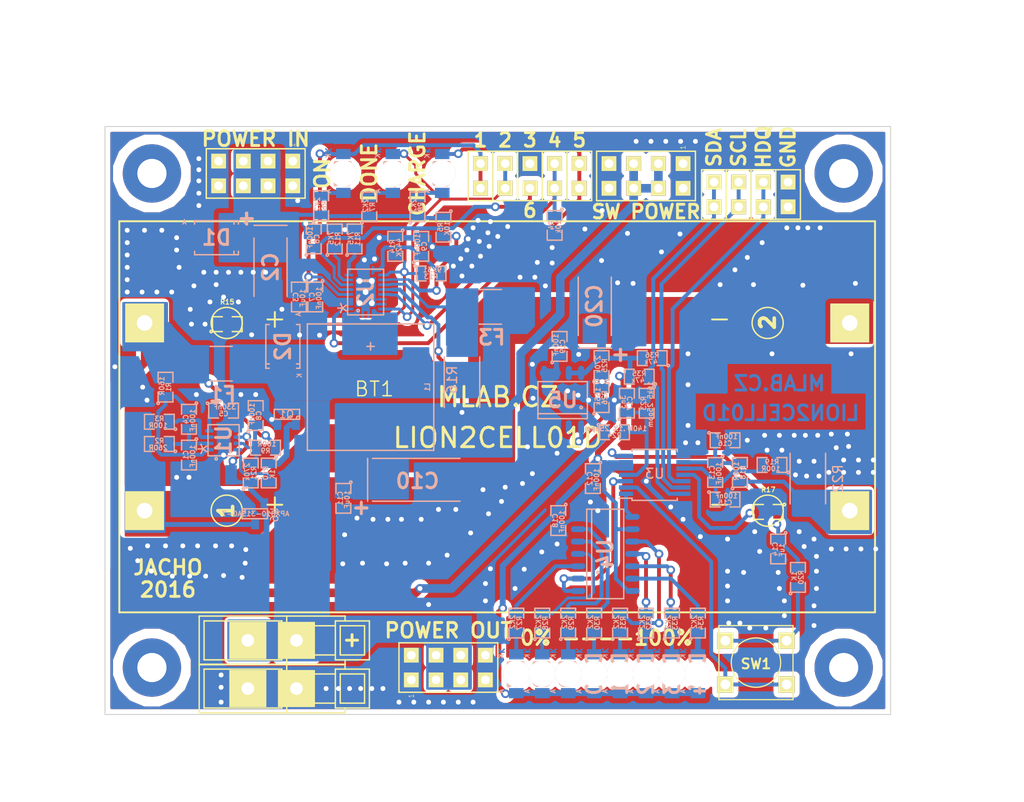
<source format=kicad_pcb>
(kicad_pcb (version 4) (host pcbnew 4.0.2-4+6225~38~ubuntu15.10.1-stable)
  (layers (0 F.Cu signal) (31 B.Cu signal) (34 B.Paste user) (35 F.Paste user) (36 B.SilkS user) (37 F.SilkS user) (38 B.Mask user) (39 F.Mask user) (44 Edge.Cuts user))
  (net 0 "")
  (net 1 /BAT+)
  (net 2 "Net-(C1-Pad1)")
  (net 3 GND)
  (net 4 "Net-(C2-Pad1)")
  (net 5 "Net-(C4-Pad1)")
  (net 6 "Net-(C5-Pad1)")
  (net 7 /CMODE)
  (net 8 "Net-(C8-Pad1)")
  (net 9 "Net-(C9-Pad1)")
  (net 10 "Net-(C10-Pad1)")
  (net 11 "Net-(C13-Pad1)")
  (net 12 "Net-(C13-Pad2)")
  (net 13 "Net-(C14-Pad1)")
  (net 14 "Net-(C17-Pad1)")
  (net 15 "Net-(D3-Pad1)")
  (net 16 /PG)
  (net 17 "Net-(D4-Pad1)")
  (net 18 "Net-(D5-Pad1)")
  (net 19 /STAT1)
  (net 20 "Net-(D7-Pad2)")
  (net 21 "Net-(D8-Pad2)")
  (net 22 "Net-(D9-Pad2)")
  (net 23 "Net-(D10-Pad2)")
  (net 24 "Net-(D11-Pad2)")
  (net 25 "Net-(D12-Pad2)")
  (net 26 "Net-(D13-Pad2)")
  (net 27 /CE)
  (net 28 "Net-(L1-Pad1)")
  (net 29 "Net-(Q1-PadG)")
  (net 30 "Net-(R3-Pad1)")
  (net 31 "Net-(R10-Pad2)")
  (net 32 "Net-(R11-Pad1)")
  (net 33 "Net-(R12-Pad1)")
  (net 34 "Net-(R13-Pad1)")
  (net 35 "Net-(R17-Pad2)")
  (net 36 "Net-(R20-Pad1)")
  (net 37 "Net-(R27-Pad2)")
  (net 38 "Net-(R28-Pad2)")
  (net 39 "Net-(R29-Pad2)")
  (net 40 "Net-(R30-Pad2)")
  (net 41 "Net-(R31-Pad2)")
  (net 42 "Net-(R32-Pad2)")
  (net 43 "Net-(R33-Pad2)")
  (net 44 /P2)
  (net 45 /P1)
  (net 46 /BAT-MIDPOINT)
  (net 47 /BATTERY-)
  (net 48 /BATTERY+)
  (net 49 /SDA)
  (net 50 /SCL)
  (net 51 /HDQ)
  (net 52 "Net-(D14-Pad2)")
  (net 53 "Net-(R34-Pad2)")
  (net 54 "Net-(F3-Pad1)")
  (net 55 +3V3)
  (net 56 "Net-(R25-Pad1)")
  (net 57 "Net-(SW1-Pad2)")
  (net 58 /CB_EN)
  (net 59 /STAT2)
  (net 60 "Net-(R5-Pad2)")
  (module Mlab_Batery:2LION (layer F.Cu) (at 40.5765 -30.861)
    (fp_text reference BT1 (at -12.6365 -2.8575) (layer F.SilkS) (effects (font (size 1.5 1.5))))
    (fp_text value 2x18650_LION-RESCUE-LION2CELL01C hide)
    (fp_text user - (at 22.86 8.89) (layer F.SilkS) (effects (font (size 2 2) (thickness 0.2))))
    (fp_text user - (at 22.86 -10.16) (layer F.SilkS) (effects (font (size 2 2) (thickness 0.2))))
    (fp_text user + (at -22.86 8.89) (layer F.SilkS) (effects (font (size 2 2) (thickness 0.2))))
    (fp_text user + (at -22.86 -10.16) (layer F.SilkS) (effects (font (size 2 2) (thickness 0.2))))
    (pad 1 thru_hole rect (at -36.25 -9.65) (size 4 4) (drill 1.6) (layers *.Cu *.Mask F.SilkS) (net 1 /BAT+))
    (pad 2 thru_hole rect (at 36.25 -9.65) (size 4 4) (drill 1.6) (layers *.Cu *.Mask F.SilkS) (net 46 /BAT-MIDPOINT))
    (pad 3 thru_hole rect (at -36.25 9.65) (size 4 4) (drill 1.6) (layers *.Cu *.Mask F.SilkS) (net 46 /BAT-MIDPOINT))
    (pad 4 thru_hole rect (at 36.25 9.65) (size 4 4) (drill 1.6) (layers *.Cu *.Mask F.SilkS) (net 47 /BATTERY-))
  )
  (module Mlab_R:SMD-0805 (layer B.Cu) (at 8.89 -26.924 270)
    (fp_text reference C1 (at 0 0.3175 270) (layer B.SilkS) (effects (font (size 0.50038 0.50038) (thickness 0.10922)) (justify mirror)))
    (fp_text value 100nF (at 0.127 -0.381 270) (layer B.SilkS) (effects (font (size 0.50038 0.50038) (thickness 0.10922)) (justify mirror)))
    (pad 1 smd rect (at -0.9525 0 270) (size 0.889 1.397) (layers B.Cu B.Paste B.Mask) (net 2 "Net-(C1-Pad1)"))
    (pad 2 smd rect (at 0.9525 0 270) (size 0.889 1.397) (layers B.Cu B.Paste B.Mask) (net 3 GND))
  )
  (module Mlab_C:TantalC_SizeC_Reflow (layer B.Cu) (at 17.272 -46.24324 270)
    (fp_text reference C2 (at 0 0 270) (layer B.SilkS) (effects (font (thickness 0.3048)) (justify mirror)))
    (fp_text value 47uF hide)
    (fp_text user + (at -4.99872 2.55016 270) (layer B.SilkS) (effects (font (thickness 0.3048)) (justify mirror)))
    (pad 2 smd rect (at 2.52476 0 270) (size 2.55016 2.49936) (layers B.Cu B.Paste B.Mask) (net 3 GND))
    (pad 1 smd rect (at -2.52476 0 270) (size 2.55016 2.49936) (layers B.Cu B.Paste B.Mask) (net 4 "Net-(C2-Pad1)"))
  )
  (module Mlab_R:SMD-0805 (layer B.Cu) (at 20.193 -43.18 270)
    (fp_text reference C3 (at 0 0.3175 270) (layer B.SilkS) (effects (font (size 0.50038 0.50038) (thickness 0.10922)) (justify mirror)))
    (fp_text value 10uF (at 0.127 -0.381 270) (layer B.SilkS) (effects (font (size 0.50038 0.50038) (thickness 0.10922)) (justify mirror)))
    (pad 1 smd rect (at -0.9525 0 270) (size 0.889 1.397) (layers B.Cu B.Paste B.Mask) (net 4 "Net-(C2-Pad1)"))
    (pad 2 smd rect (at 0.9525 0 270) (size 0.889 1.397) (layers B.Cu B.Paste B.Mask) (net 3 GND))
  )
  (module Mlab_R:SMD-0805 (layer B.Cu) (at 8.89 -30.607 270)
    (fp_text reference C4 (at 0 0.3175 270) (layer B.SilkS) (effects (font (size 0.50038 0.50038) (thickness 0.10922)) (justify mirror)))
    (fp_text value 100nF (at 0.127 -0.381 270) (layer B.SilkS) (effects (font (size 0.50038 0.50038) (thickness 0.10922)) (justify mirror)))
    (pad 1 smd rect (at -0.9525 0 270) (size 0.889 1.397) (layers B.Cu B.Paste B.Mask) (net 5 "Net-(C4-Pad1)"))
    (pad 2 smd rect (at 0.9525 0 270) (size 0.889 1.397) (layers B.Cu B.Paste B.Mask) (net 2 "Net-(C1-Pad1)"))
  )
  (module Mlab_R:SMD-0805 (layer B.Cu) (at 12.446 -31.496)
    (fp_text reference C5 (at 0 0.3175) (layer B.SilkS) (effects (font (size 0.50038 0.50038) (thickness 0.10922)) (justify mirror)))
    (fp_text value 330nF (at 0.127 -0.381) (layer B.SilkS) (effects (font (size 0.50038 0.50038) (thickness 0.10922)) (justify mirror)))
    (pad 1 smd rect (at -0.9525 0) (size 0.889 1.397) (layers B.Cu B.Paste B.Mask) (net 6 "Net-(C5-Pad1)"))
    (pad 2 smd rect (at 0.9525 0) (size 0.889 1.397) (layers B.Cu B.Paste B.Mask) (net 3 GND))
  )
  (module Mlab_R:SMD-0805 (layer B.Cu) (at 21.717 -49.149 90)
    (fp_text reference C6 (at 0 0.3175 90) (layer B.SilkS) (effects (font (size 0.50038 0.50038) (thickness 0.10922)) (justify mirror)))
    (fp_text value 100nF (at 0.127 -0.381 90) (layer B.SilkS) (effects (font (size 0.50038 0.50038) (thickness 0.10922)) (justify mirror)))
    (pad 1 smd rect (at -0.9525 0 90) (size 0.889 1.397) (layers B.Cu B.Paste B.Mask) (net 7 /CMODE))
    (pad 2 smd rect (at 0.9525 0 90) (size 0.889 1.397) (layers B.Cu B.Paste B.Mask) (net 3 GND))
  )
  (module Mlab_R:SMD-0805 (layer B.Cu) (at 21.8694 -43.18 270)
    (fp_text reference C7 (at 0 0.3175 270) (layer B.SilkS) (effects (font (size 0.50038 0.50038) (thickness 0.10922)) (justify mirror)))
    (fp_text value 100nF (at 0.127 -0.381 270) (layer B.SilkS) (effects (font (size 0.50038 0.50038) (thickness 0.10922)) (justify mirror)))
    (pad 1 smd rect (at -0.9525 0 270) (size 0.889 1.397) (layers B.Cu B.Paste B.Mask) (net 4 "Net-(C2-Pad1)"))
    (pad 2 smd rect (at 0.9525 0 270) (size 0.889 1.397) (layers B.Cu B.Paste B.Mask) (net 3 GND))
  )
  (module Mlab_R:SMD-0805 (layer B.Cu) (at 15.748 -30.988 90)
    (fp_text reference C8 (at 0 0.3175 90) (layer B.SilkS) (effects (font (size 0.50038 0.50038) (thickness 0.10922)) (justify mirror)))
    (fp_text value 100nF (at 0.127 -0.381 90) (layer B.SilkS) (effects (font (size 0.50038 0.50038) (thickness 0.10922)) (justify mirror)))
    (pad 1 smd rect (at -0.9525 0 90) (size 0.889 1.397) (layers B.Cu B.Paste B.Mask) (net 8 "Net-(C8-Pad1)"))
    (pad 2 smd rect (at 0.9525 0 90) (size 0.889 1.397) (layers B.Cu B.Paste B.Mask) (net 3 GND))
  )
  (module Mlab_R:SMD-0805 (layer B.Cu) (at 32.766 -48.387 90)
    (fp_text reference C9 (at 0 0.3175 90) (layer B.SilkS) (effects (font (size 0.50038 0.50038) (thickness 0.10922)) (justify mirror)))
    (fp_text value 100nF (at 0.127 -0.381 90) (layer B.SilkS) (effects (font (size 0.50038 0.50038) (thickness 0.10922)) (justify mirror)))
    (pad 1 smd rect (at -0.9525 0 90) (size 0.889 1.397) (layers B.Cu B.Paste B.Mask) (net 9 "Net-(C9-Pad1)"))
    (pad 2 smd rect (at 0.9525 0 90) (size 0.889 1.397) (layers B.Cu B.Paste B.Mask) (net 3 GND))
  )
  (module Mlab_R:SMD-0805 (layer B.Cu) (at 24.765 -22.479 270)
    (fp_text reference C11 (at 0 0.3175 270) (layer B.SilkS) (effects (font (size 0.50038 0.50038) (thickness 0.10922)) (justify mirror)))
    (fp_text value 10uF (at 0.127 -0.381 270) (layer B.SilkS) (effects (font (size 0.50038 0.50038) (thickness 0.10922)) (justify mirror)))
    (pad 1 smd rect (at -0.9525 0 270) (size 0.889 1.397) (layers B.Cu B.Paste B.Mask) (net 10 "Net-(C10-Pad1)"))
    (pad 2 smd rect (at 0.9525 0 270) (size 0.889 1.397) (layers B.Cu B.Paste B.Mask) (net 3 GND))
  )
  (module Mlab_R:SMD-0805 (layer B.Cu) (at 50.419 -24.511 270)
    (fp_text reference C12 (at 0 0.3175 270) (layer B.SilkS) (effects (font (size 0.50038 0.50038) (thickness 0.10922)) (justify mirror)))
    (fp_text value 100nF (at 0.127 -0.381 270) (layer B.SilkS) (effects (font (size 0.50038 0.50038) (thickness 0.10922)) (justify mirror)))
    (pad 1 smd rect (at -0.9525 0 270) (size 0.889 1.397) (layers B.Cu B.Paste B.Mask) (net 55 +3V3))
    (pad 2 smd rect (at 0.9525 0 270) (size 0.889 1.397) (layers B.Cu B.Paste B.Mask) (net 3 GND))
  )
  (module Mlab_R:SMD-0805 (layer B.Cu) (at 62.992 -25.146 270)
    (fp_text reference C13 (at 0 0.3175 270) (layer B.SilkS) (effects (font (size 0.50038 0.50038) (thickness 0.10922)) (justify mirror)))
    (fp_text value 100nF (at 0.127 -0.381 270) (layer B.SilkS) (effects (font (size 0.50038 0.50038) (thickness 0.10922)) (justify mirror)))
    (pad 1 smd rect (at -0.9525 0 270) (size 0.889 1.397) (layers B.Cu B.Paste B.Mask) (net 11 "Net-(C13-Pad1)"))
    (pad 2 smd rect (at 0.9525 0 270) (size 0.889 1.397) (layers B.Cu B.Paste B.Mask) (net 12 "Net-(C13-Pad2)"))
  )
  (module Mlab_R:SMD-0805 (layer B.Cu) (at 69.469 -17.272 270)
    (fp_text reference C14 (at 0 0.3175 270) (layer B.SilkS) (effects (font (size 0.50038 0.50038) (thickness 0.10922)) (justify mirror)))
    (fp_text value 1uF (at 0.127 -0.381 270) (layer B.SilkS) (effects (font (size 0.50038 0.50038) (thickness 0.10922)) (justify mirror)))
    (pad 1 smd rect (at -0.9525 0 270) (size 0.889 1.397) (layers B.Cu B.Paste B.Mask) (net 13 "Net-(C14-Pad1)"))
    (pad 2 smd rect (at 0.9525 0 270) (size 0.889 1.397) (layers B.Cu B.Paste B.Mask) (net 3 GND))
  )
  (module Mlab_R:SMD-0805 (layer B.Cu) (at 64.008 -22.352)
    (fp_text reference C15 (at 0 0.3175) (layer B.SilkS) (effects (font (size 0.50038 0.50038) (thickness 0.10922)) (justify mirror)))
    (fp_text value 100nF (at 0.127 -0.381) (layer B.SilkS) (effects (font (size 0.50038 0.50038) (thickness 0.10922)) (justify mirror)))
    (pad 1 smd rect (at -0.9525 0) (size 0.889 1.397) (layers B.Cu B.Paste B.Mask) (net 12 "Net-(C13-Pad2)"))
    (pad 2 smd rect (at 0.9525 0) (size 0.889 1.397) (layers B.Cu B.Paste B.Mask) (net 3 GND))
  )
  (module Mlab_R:SMD-0805 (layer B.Cu) (at 64.008 -28.448)
    (fp_text reference C16 (at 0 0.3175) (layer B.SilkS) (effects (font (size 0.50038 0.50038) (thickness 0.10922)) (justify mirror)))
    (fp_text value 100nF (at 0.127 -0.381) (layer B.SilkS) (effects (font (size 0.50038 0.50038) (thickness 0.10922)) (justify mirror)))
    (pad 1 smd rect (at -0.9525 0) (size 0.889 1.397) (layers B.Cu B.Paste B.Mask) (net 11 "Net-(C13-Pad1)"))
    (pad 2 smd rect (at 0.9525 0) (size 0.889 1.397) (layers B.Cu B.Paste B.Mask) (net 3 GND))
  )
  (module Mlab_R:SMD-0805 (layer B.Cu) (at 53.9115 -32.258 90)
    (fp_text reference C17 (at 0 0.3175 90) (layer B.SilkS) (effects (font (size 0.50038 0.50038) (thickness 0.10922)) (justify mirror)))
    (fp_text value 3n3 (at 0.127 -0.381 90) (layer B.SilkS) (effects (font (size 0.50038 0.50038) (thickness 0.10922)) (justify mirror)))
    (pad 1 smd rect (at -0.9525 0 90) (size 0.889 1.397) (layers B.Cu B.Paste B.Mask) (net 14 "Net-(C17-Pad1)"))
    (pad 2 smd rect (at 0.9525 0 90) (size 0.889 1.397) (layers B.Cu B.Paste B.Mask) (net 3 GND))
  )
  (module Mlab_R:SMD-0805 (layer B.Cu) (at 46.863 -20.193 270)
    (fp_text reference C18 (at 0 0.3175 270) (layer B.SilkS) (effects (font (size 0.50038 0.50038) (thickness 0.10922)) (justify mirror)))
    (fp_text value 100nF (at 0.127 -0.381 270) (layer B.SilkS) (effects (font (size 0.50038 0.50038) (thickness 0.10922)) (justify mirror)))
    (pad 1 smd rect (at -0.9525 0 270) (size 0.889 1.397) (layers B.Cu B.Paste B.Mask) (net 55 +3V3))
    (pad 2 smd rect (at 0.9525 0 270) (size 0.889 1.397) (layers B.Cu B.Paste B.Mask) (net 3 GND))
  )
  (module Mlab_D:SMA_Standard (layer B.Cu) (at 11.71702 -49.276)
    (fp_text reference D1 (at 0 0) (layer B.SilkS) (effects (font (thickness 0.3048)) (justify mirror)))
    (fp_text value M4 hide)
    (fp_text user A (at -3.29946 -1.6002) (layer B.SilkS) (effects (font (size 0.50038 0.50038) (thickness 0.09906)) (justify mirror)))
    (fp_text user K (at 2.99974 -1.69926) (layer B.SilkS) (effects (font (size 0.50038 0.50038) (thickness 0.09906)) (justify mirror)))
    (pad 1 smd rect (at -1.99898 0) (size 2.49936 1.80086) (layers B.Cu B.Paste B.Mask) (net 3 GND))
    (pad 2 smd rect (at 1.99898 0) (size 2.49936 1.80086) (layers B.Cu B.Paste B.Mask) (net 4 "Net-(C2-Pad1)"))
  )
  (module Mlab_D:SMA_Standard (layer B.Cu) (at 18.542 -38.1 270)
    (fp_text reference D2 (at 0 0 270) (layer B.SilkS) (effects (font (thickness 0.3048)) (justify mirror)))
    (fp_text value M4 hide)
    (fp_text user A (at -3.29946 -1.6002 270) (layer B.SilkS) (effects (font (size 0.50038 0.50038) (thickness 0.09906)) (justify mirror)))
    (fp_text user K (at 2.99974 -1.69926 270) (layer B.SilkS) (effects (font (size 0.50038 0.50038) (thickness 0.09906)) (justify mirror)))
    (pad 1 smd rect (at -1.99898 0 270) (size 2.49936 1.80086) (layers B.Cu B.Paste B.Mask) (net 3 GND))
    (pad 2 smd rect (at 1.99898 0 270) (size 2.49936 1.80086) (layers B.Cu B.Paste B.Mask) (net 48 /BATTERY+))
  )
  (module Mlab_Pin_Headers:Straight_2x04 (layer F.Cu) (at 15.748 -55.88 270)
    (fp_text reference J1 hide)
    (fp_text value JUMP_4X2 hide)
    (fp_text user 1 (at -2.921 -3.81 270) (layer F.SilkS) (effects (font (size 0.5 0.5) (thickness 0.05))))
    (pad 1 thru_hole rect (at -1.27 -3.81 270) (size 1.524 1.524) (drill 0.889) (layers *.Cu *.Mask F.SilkS) (net 3 GND))
    (pad 2 thru_hole rect (at 1.27 -3.81 270) (size 1.524 1.524) (drill 0.889) (layers *.Cu *.Mask F.SilkS) (net 3 GND))
    (pad 3 thru_hole rect (at -1.27 -1.27 270) (size 1.524 1.524) (drill 0.889) (layers *.Cu *.Mask F.SilkS) (net 4 "Net-(C2-Pad1)"))
    (pad 4 thru_hole rect (at 1.27 -1.27 270) (size 1.524 1.524) (drill 0.889) (layers *.Cu *.Mask F.SilkS) (net 4 "Net-(C2-Pad1)"))
    (pad 5 thru_hole rect (at -1.27 1.27 270) (size 1.524 1.524) (drill 0.889) (layers *.Cu *.Mask F.SilkS) (net 4 "Net-(C2-Pad1)"))
    (pad 6 thru_hole rect (at 1.27 1.27 270) (size 1.524 1.524) (drill 0.889) (layers *.Cu *.Mask F.SilkS) (net 4 "Net-(C2-Pad1)"))
    (pad 7 thru_hole rect (at -1.27 3.81 270) (size 1.524 1.524) (drill 0.889) (layers *.Cu *.Mask F.SilkS) (net 3 GND))
    (pad 8 thru_hole rect (at 1.27 3.81 270) (size 1.524 1.524) (drill 0.889) (layers *.Cu *.Mask F.SilkS) (net 3 GND))
  )
  (module Mlab_Pin_Headers:Straight_1x02 (layer F.Cu) (at 49.022 -55.626)
    (fp_text reference J2 hide)
    (fp_text value JUMP_2x1 hide)
    (pad 2 thru_hole rect (at 0 1.27) (size 1.524 1.524) (drill 0.889) (layers *.Cu *.Mask F.SilkS) (net 19 /STAT1))
    (pad 1 thru_hole rect (at 0 -1.27) (size 1.524 1.524) (drill 0.889) (layers *.Cu *.Mask F.SilkS) (net 19 /STAT1))
  )
  (module Mlab_Pin_Headers:Straight_1x02 (layer F.Cu) (at 38.862 -55.626 180)
    (fp_text reference J3 hide)
    (fp_text value JUMP_2x1 hide)
    (pad 2 thru_hole rect (at 0 1.27 180) (size 1.524 1.524) (drill 0.889) (layers *.Cu *.Mask F.SilkS) (net 16 /PG))
    (pad 1 thru_hole rect (at 0 -1.27 180) (size 1.524 1.524) (drill 0.889) (layers *.Cu *.Mask F.SilkS) (net 16 /PG))
  )
  (module Mlab_Pin_Headers:Straight_1x02 (layer F.Cu) (at 43.942 -55.626 180)
    (fp_text reference J4 hide)
    (fp_text value JUMP2_2x1 hide)
    (pad 2 thru_hole rect (at 0 1.27 180) (size 1.524 1.524) (drill 0.889) (layers *.Cu *.Mask F.SilkS) (net 3 GND))
    (pad 1 thru_hole rect (at 0 -1.27 180) (size 1.524 1.524) (drill 0.889) (layers *.Cu *.Mask F.SilkS) (net 7 /CMODE))
  )
  (module Mlab_Pin_Headers:Straight_1x02 (layer F.Cu) (at 46.482 -55.626)
    (fp_text reference J5 hide)
    (fp_text value JUMP_2x1 hide)
    (pad 2 thru_hole rect (at 0 1.27) (size 1.524 1.524) (drill 0.889) (layers *.Cu *.Mask F.SilkS) (net 27 /CE))
    (pad 1 thru_hole rect (at 0 -1.27) (size 1.524 1.524) (drill 0.889) (layers *.Cu *.Mask F.SilkS) (net 27 /CE))
  )
  (module Mlab_Pin_Headers:Straight_1x02 (layer F.Cu) (at 41.402 -55.626)
    (fp_text reference J6 hide)
    (fp_text value JUMP_2x1 hide)
    (pad 2 thru_hole rect (at 0 1.27) (size 1.524 1.524) (drill 0.889) (layers *.Cu *.Mask F.SilkS) (net 59 /STAT2))
    (pad 1 thru_hole rect (at 0 -1.27) (size 1.524 1.524) (drill 0.889) (layers *.Cu *.Mask F.SilkS) (net 59 /STAT2))
  )
  (module Mlab_Pin_Headers:Straight_2x04 (layer F.Cu) (at 35.56 -5.08 90)
    (fp_text reference J7 hide)
    (fp_text value JUMP_4X2 hide)
    (fp_text user 1 (at -2.921 -3.81 90) (layer F.SilkS) (effects (font (size 0.5 0.5) (thickness 0.05))))
    (pad 1 thru_hole rect (at -1.27 -3.81 90) (size 1.524 1.524) (drill 0.889) (layers *.Cu *.Mask F.SilkS) (net 3 GND))
    (pad 2 thru_hole rect (at 1.27 -3.81 90) (size 1.524 1.524) (drill 0.889) (layers *.Cu *.Mask F.SilkS) (net 3 GND))
    (pad 3 thru_hole rect (at -1.27 -1.27 90) (size 1.524 1.524) (drill 0.889) (layers *.Cu *.Mask F.SilkS) (net 48 /BATTERY+))
    (pad 4 thru_hole rect (at 1.27 -1.27 90) (size 1.524 1.524) (drill 0.889) (layers *.Cu *.Mask F.SilkS) (net 48 /BATTERY+))
    (pad 5 thru_hole rect (at -1.27 1.27 90) (size 1.524 1.524) (drill 0.889) (layers *.Cu *.Mask F.SilkS) (net 48 /BATTERY+))
    (pad 6 thru_hole rect (at 1.27 1.27 90) (size 1.524 1.524) (drill 0.889) (layers *.Cu *.Mask F.SilkS) (net 48 /BATTERY+))
    (pad 7 thru_hole rect (at -1.27 3.81 90) (size 1.524 1.524) (drill 0.889) (layers *.Cu *.Mask F.SilkS) (net 3 GND))
    (pad 8 thru_hole rect (at 1.27 3.81 90) (size 1.524 1.524) (drill 0.889) (layers *.Cu *.Mask F.SilkS) (net 3 GND))
  )
  (module Mlab_Con:WAGO256 (layer F.Cu) (at 17.399 -7.874)
    (fp_text reference J8 hide)
    (fp_text value CONN1_1 hide)
    (pad 1 thru_hole rect (at -2.46 0 90) (size 3.81 3.81) (drill 1.3) (layers *.Cu *.Mask F.SilkS) (net 48 /BATTERY+))
    (pad 1 thru_hole rect (at 2.54 0 90) (size 3.81 3.81) (drill 1.3) (layers *.Cu *.Mask F.SilkS) (net 48 /BATTERY+))
  )
  (module Mlab_Con:WAGO256 (layer F.Cu) (at 17.399 -2.921)
    (fp_text reference J9 hide)
    (fp_text value CONN1_1 hide)
    (pad 1 thru_hole rect (at -2.46 0 90) (size 3.81 3.81) (drill 1.3) (layers *.Cu *.Mask F.SilkS) (net 3 GND))
    (pad 1 thru_hole rect (at 2.54 0 90) (size 3.81 3.81) (drill 1.3) (layers *.Cu *.Mask F.SilkS) (net 3 GND))
  )
  (module Mlab_Pin_Headers:Straight_1x02 (layer F.Cu) (at 62.865 -53.721)
    (fp_text reference J10 hide)
    (fp_text value JUMP_2x1 hide)
    (pad 2 thru_hole rect (at 0 1.27) (size 1.524 1.524) (drill 0.889) (layers *.Cu *.Mask F.SilkS) (net 49 /SDA))
    (pad 1 thru_hole rect (at 0 -1.27) (size 1.524 1.524) (drill 0.889) (layers *.Cu *.Mask F.SilkS) (net 49 /SDA))
  )
  (module Mlab_Pin_Headers:Straight_1x02 (layer F.Cu) (at 65.405 -53.721)
    (fp_text reference J11 hide)
    (fp_text value JUMP_2x1 hide)
    (pad 2 thru_hole rect (at 0 1.27) (size 1.524 1.524) (drill 0.889) (layers *.Cu *.Mask F.SilkS) (net 50 /SCL))
    (pad 1 thru_hole rect (at 0 -1.27) (size 1.524 1.524) (drill 0.889) (layers *.Cu *.Mask F.SilkS) (net 50 /SCL))
  )
  (module Mlab_Pin_Headers:Straight_1x02 (layer F.Cu) (at 67.945 -53.721)
    (fp_text reference J12 hide)
    (fp_text value JUMP_2x1 hide)
    (pad 2 thru_hole rect (at 0 1.27) (size 1.524 1.524) (drill 0.889) (layers *.Cu *.Mask F.SilkS) (net 51 /HDQ))
    (pad 1 thru_hole rect (at 0 -1.27) (size 1.524 1.524) (drill 0.889) (layers *.Cu *.Mask F.SilkS) (net 51 /HDQ))
  )
  (module Mlab_Pin_Headers:Straight_2x04 (layer F.Cu) (at 55.88 -55.626 270)
    (fp_text reference J13 hide)
    (fp_text value JUMP_4X2 hide)
    (fp_text user 1 (at -2.921 -3.81 270) (layer F.SilkS) (effects (font (size 0.5 0.5) (thickness 0.05))))
    (pad 1 thru_hole rect (at -1.27 -3.81 270) (size 1.524 1.524) (drill 0.889) (layers *.Cu *.Mask F.SilkS) (net 3 GND))
    (pad 2 thru_hole rect (at 1.27 -3.81 270) (size 1.524 1.524) (drill 0.889) (layers *.Cu *.Mask F.SilkS) (net 3 GND))
    (pad 3 thru_hole rect (at -1.27 -1.27 270) (size 1.524 1.524) (drill 0.889) (layers *.Cu *.Mask F.SilkS) (net 10 "Net-(C10-Pad1)"))
    (pad 4 thru_hole rect (at 1.27 -1.27 270) (size 1.524 1.524) (drill 0.889) (layers *.Cu *.Mask F.SilkS) (net 10 "Net-(C10-Pad1)"))
    (pad 5 thru_hole rect (at -1.27 1.27 270) (size 1.524 1.524) (drill 0.889) (layers *.Cu *.Mask F.SilkS) (net 10 "Net-(C10-Pad1)"))
    (pad 6 thru_hole rect (at 1.27 1.27 270) (size 1.524 1.524) (drill 0.889) (layers *.Cu *.Mask F.SilkS) (net 10 "Net-(C10-Pad1)"))
    (pad 7 thru_hole rect (at -1.27 3.81 270) (size 1.524 1.524) (drill 0.889) (layers *.Cu *.Mask F.SilkS) (net 3 GND))
    (pad 8 thru_hole rect (at 1.27 3.81 270) (size 1.524 1.524) (drill 0.889) (layers *.Cu *.Mask F.SilkS) (net 3 GND))
  )
  (module Mlab_L:DE1205-10 (layer B.Cu) (at 27.559 -33.909 90)
    (fp_text reference L1 (at 0 5.842 90) (layer B.SilkS) (effects (font (size 0.50038 0.50038) (thickness 0.11938)) (justify mirror)))
    (fp_text value DE1205-10 hide)
    (pad 1 smd rect (at 5 0 90) (size 3 5.5) (layers B.Cu B.Paste B.Mask) (net 28 "Net-(L1-Pad1)"))
    (pad 2 smd rect (at -5 0 90) (size 3 5.5) (layers B.Cu B.Paste B.Mask) (net 10 "Net-(C10-Pad1)"))
  )
  (module Mlab_Mechanical:MountingHole_3mm (layer F.Cu) (at 76.2 -5.08)
    (fp_text reference P1 hide)
    (fp_text value _ hide)
    (pad 1 thru_hole circle (at 0 0) (size 6 6) (drill 3) (layers *.Cu *.Adhes *.Mask) (clearance 1))
  )
  (module Mlab_Mechanical:MountingHole_3mm (layer F.Cu) (at 5.08 -55.88)
    (fp_text reference P2 hide)
    (fp_text value _ hide)
    (pad 1 thru_hole circle (at 0 0) (size 6 6) (drill 3) (layers *.Cu *.Adhes *.Mask) (clearance 1))
  )
  (module Mlab_Mechanical:MountingHole_3mm (layer F.Cu) (at 5.08 -5.08)
    (fp_text reference P3 hide)
    (fp_text value _ hide)
    (pad 1 thru_hole circle (at 0 0) (size 6 6) (drill 3) (layers *.Cu *.Adhes *.Mask) (clearance 1))
  )
  (module Mlab_Mechanical:MountingHole_3mm (layer F.Cu) (at 76.2 -55.88)
    (fp_text reference P4 hide)
    (fp_text value _ hide)
    (pad 1 thru_hole circle (at 0 0) (size 6 6) (drill 3) (layers *.Cu *.Adhes *.Mask) (clearance 1))
  )
  (module Mlab_T:SOT-23 (layer B.Cu) (at 18.923 -31.115 180)
    (fp_text reference Q1 (at 0 0 180) (layer B.SilkS) (effects (font (size 0.762 0.762) (thickness 0.11938)) (justify mirror)))
    (fp_text value IRLML6244 hide)
    (pad D smd rect (at 0 1.09982 180) (size 0.8001 1.00076) (layers B.Cu B.Paste B.Mask) (net 48 /BATTERY+))
    (pad S smd rect (at 0.9525 -1.09982 180) (size 0.8001 1.00076) (layers B.Cu B.Paste B.Mask) (net 3 GND))
    (pad G smd rect (at -0.9525 -1.09982 180) (size 0.8001 1.00076) (layers B.Cu B.Paste B.Mask) (net 29 "Net-(Q1-PadG)"))
  )
  (module Mlab_R:SMD-0805 (layer B.Cu) (at 6.477 -33.909 90)
    (fp_text reference R1 (at 0 0.3175 90) (layer B.SilkS) (effects (font (size 0.50038 0.50038) (thickness 0.10922)) (justify mirror)))
    (fp_text value 160R (at 0.127 -0.381 90) (layer B.SilkS) (effects (font (size 0.50038 0.50038) (thickness 0.10922)) (justify mirror)))
    (pad 1 smd rect (at -0.9525 0 90) (size 0.889 1.397) (layers B.Cu B.Paste B.Mask) (net 5 "Net-(C4-Pad1)"))
    (pad 2 smd rect (at 0.9525 0 90) (size 0.889 1.397) (layers B.Cu B.Paste B.Mask) (net 1 /BAT+))
  )
  (module Mlab_R:SMD-0805 (layer B.Cu) (at 5.842 -28.067 180)
    (fp_text reference R2 (at 0 0.3175 180) (layer B.SilkS) (effects (font (size 0.50038 0.50038) (thickness 0.10922)) (justify mirror)))
    (fp_text value 260R (at 0.127 -0.381 180) (layer B.SilkS) (effects (font (size 0.50038 0.50038) (thickness 0.10922)) (justify mirror)))
    (pad 1 smd rect (at -0.9525 0 180) (size 0.889 1.397) (layers B.Cu B.Paste B.Mask) (net 2 "Net-(C1-Pad1)"))
    (pad 2 smd rect (at 0.9525 0 180) (size 0.889 1.397) (layers B.Cu B.Paste B.Mask) (net 46 /BAT-MIDPOINT))
  )
  (module Mlab_R:SMD-0805 (layer B.Cu) (at 5.842 -30.353 180)
    (fp_text reference R3 (at 0 0.3175 180) (layer B.SilkS) (effects (font (size 0.50038 0.50038) (thickness 0.10922)) (justify mirror)))
    (fp_text value 100R (at 0.127 -0.381 180) (layer B.SilkS) (effects (font (size 0.50038 0.50038) (thickness 0.10922)) (justify mirror)))
    (pad 1 smd rect (at -0.9525 0 180) (size 0.889 1.397) (layers B.Cu B.Paste B.Mask) (net 30 "Net-(R3-Pad1)"))
    (pad 2 smd rect (at 0.9525 0 180) (size 0.889 1.397) (layers B.Cu B.Paste B.Mask) (net 46 /BAT-MIDPOINT))
  )
  (module Mlab_R:SMD-0805 (layer B.Cu) (at 46.482 -50.546 270)
    (fp_text reference R4 (at 0 0.3175 270) (layer B.SilkS) (effects (font (size 0.50038 0.50038) (thickness 0.10922)) (justify mirror)))
    (fp_text value 10k (at 0.127 -0.381 270) (layer B.SilkS) (effects (font (size 0.50038 0.50038) (thickness 0.10922)) (justify mirror)))
    (pad 1 smd rect (at -0.9525 0 270) (size 0.889 1.397) (layers B.Cu B.Paste B.Mask) (net 27 /CE))
    (pad 2 smd rect (at 0.9525 0 270) (size 0.889 1.397) (layers B.Cu B.Paste B.Mask) (net 3 GND))
  )
  (module Mlab_R:SMD-0805 (layer B.Cu) (at 35.052 -50.3555 270)
    (fp_text reference R5 (at 0 0.3175 270) (layer B.SilkS) (effects (font (size 0.50038 0.50038) (thickness 0.10922)) (justify mirror)))
    (fp_text value 10K (at 0.127 -0.381 270) (layer B.SilkS) (effects (font (size 0.50038 0.50038) (thickness 0.10922)) (justify mirror)))
    (pad 1 smd rect (at -0.9525 0 270) (size 0.889 1.397) (layers B.Cu B.Paste B.Mask) (net 4 "Net-(C2-Pad1)"))
    (pad 2 smd rect (at 0.9525 0 270) (size 0.889 1.397) (layers B.Cu B.Paste B.Mask) (net 60 "Net-(R5-Pad2)"))
  )
  (module Mlab_R:SMD-0805 (layer B.Cu) (at 22.479 -52.578 90)
    (fp_text reference R6 (at 0 0.3175 90) (layer B.SilkS) (effects (font (size 0.50038 0.50038) (thickness 0.10922)) (justify mirror)))
    (fp_text value 2K2 (at 0.127 -0.381 90) (layer B.SilkS) (effects (font (size 0.50038 0.50038) (thickness 0.10922)) (justify mirror)))
    (pad 1 smd rect (at -0.9525 0 90) (size 0.889 1.397) (layers B.Cu B.Paste B.Mask) (net 4 "Net-(C2-Pad1)"))
    (pad 2 smd rect (at 0.9525 0 90) (size 0.889 1.397) (layers B.Cu B.Paste B.Mask) (net 15 "Net-(D3-Pad1)"))
  )
  (module Mlab_R:SMD-0805 (layer B.Cu) (at 27.432 -52.451 90)
    (fp_text reference R7 (at 0 0.3175 90) (layer B.SilkS) (effects (font (size 0.50038 0.50038) (thickness 0.10922)) (justify mirror)))
    (fp_text value 2K2 (at 0.127 -0.381 90) (layer B.SilkS) (effects (font (size 0.50038 0.50038) (thickness 0.10922)) (justify mirror)))
    (pad 1 smd rect (at -0.9525 0 90) (size 0.889 1.397) (layers B.Cu B.Paste B.Mask) (net 4 "Net-(C2-Pad1)"))
    (pad 2 smd rect (at 0.9525 0 90) (size 0.889 1.397) (layers B.Cu B.Paste B.Mask) (net 17 "Net-(D4-Pad1)"))
  )
  (module Mlab_R:SMD-0805 (layer B.Cu) (at 32.385 -52.451 90)
    (fp_text reference R8 (at 0 0.3175 90) (layer B.SilkS) (effects (font (size 0.50038 0.50038) (thickness 0.10922)) (justify mirror)))
    (fp_text value 2K2 (at 0.127 -0.381 90) (layer B.SilkS) (effects (font (size 0.50038 0.50038) (thickness 0.10922)) (justify mirror)))
    (pad 1 smd rect (at -0.9525 0 90) (size 0.889 1.397) (layers B.Cu B.Paste B.Mask) (net 4 "Net-(C2-Pad1)"))
    (pad 2 smd rect (at 0.9525 0 90) (size 0.889 1.397) (layers B.Cu B.Paste B.Mask) (net 18 "Net-(D5-Pad1)"))
  )
  (module Mlab_R:SMD-0805 (layer B.Cu) (at 16.764 -27.686)
    (fp_text reference R9 (at 0 0.3175) (layer B.SilkS) (effects (font (size 0.50038 0.50038) (thickness 0.10922)) (justify mirror)))
    (fp_text value 100R (at 0.127 -0.381) (layer B.SilkS) (effects (font (size 0.50038 0.50038) (thickness 0.10922)) (justify mirror)))
    (pad 1 smd rect (at -0.9525 0) (size 0.889 1.397) (layers B.Cu B.Paste B.Mask) (net 8 "Net-(C8-Pad1)"))
    (pad 2 smd rect (at 0.9525 0) (size 0.889 1.397) (layers B.Cu B.Paste B.Mask) (net 1 /BAT+))
  )
  (module Mlab_R:SMD-0805 (layer B.Cu) (at 17.0815 -25.0825 270)
    (fp_text reference R10 (at 0 0.3175 270) (layer B.SilkS) (effects (font (size 0.50038 0.50038) (thickness 0.10922)) (justify mirror)))
    (fp_text value 1K (at 0.127 -0.381 270) (layer B.SilkS) (effects (font (size 0.50038 0.50038) (thickness 0.10922)) (justify mirror)))
    (pad 1 smd rect (at -0.9525 0 270) (size 0.889 1.397) (layers B.Cu B.Paste B.Mask) (net 29 "Net-(Q1-PadG)"))
    (pad 2 smd rect (at 0.9525 0 270) (size 0.889 1.397) (layers B.Cu B.Paste B.Mask) (net 31 "Net-(R10-Pad2)"))
  )
  (module Mlab_R:SMD-0805 (layer B.Cu) (at 25.908 -49.149 90)
    (fp_text reference R11 (at 0 0.3175 90) (layer B.SilkS) (effects (font (size 0.50038 0.50038) (thickness 0.10922)) (justify mirror)))
    (fp_text value 7K5 (at 0.127 -0.381 90) (layer B.SilkS) (effects (font (size 0.50038 0.50038) (thickness 0.10922)) (justify mirror)))
    (pad 1 smd rect (at -0.9525 0 90) (size 0.889 1.397) (layers B.Cu B.Paste B.Mask) (net 32 "Net-(R11-Pad1)"))
    (pad 2 smd rect (at 0.9525 0 90) (size 0.889 1.397) (layers B.Cu B.Paste B.Mask) (net 3 GND))
  )
  (module Mlab_R:SMD-0805 (layer B.Cu) (at 23.876 -49.149 90)
    (fp_text reference R12 (at 0 0.3175 90) (layer B.SilkS) (effects (font (size 0.50038 0.50038) (thickness 0.10922)) (justify mirror)))
    (fp_text value 7K5 (at 0.127 -0.381 90) (layer B.SilkS) (effects (font (size 0.50038 0.50038) (thickness 0.10922)) (justify mirror)))
    (pad 1 smd rect (at -0.9525 0 90) (size 0.889 1.397) (layers B.Cu B.Paste B.Mask) (net 33 "Net-(R12-Pad1)"))
    (pad 2 smd rect (at 0.9525 0 90) (size 0.889 1.397) (layers B.Cu B.Paste B.Mask) (net 3 GND))
  )
  (module Mlab_R:SMD-0805 (layer B.Cu) (at 33.782 -45.593)
    (fp_text reference R13 (at 0 0.3175) (layer B.SilkS) (effects (font (size 0.50038 0.50038) (thickness 0.10922)) (justify mirror)))
    (fp_text value 9K31 (at 0.127 -0.381) (layer B.SilkS) (effects (font (size 0.50038 0.50038) (thickness 0.10922)) (justify mirror)))
    (pad 1 smd rect (at -0.9525 0) (size 0.889 1.397) (layers B.Cu B.Paste B.Mask) (net 34 "Net-(R13-Pad1)"))
    (pad 2 smd rect (at 0.9525 0) (size 0.889 1.397) (layers B.Cu B.Paste B.Mask) (net 9 "Net-(C9-Pad1)"))
  )
  (module Mlab_R:SMD-0805 (layer B.Cu) (at 30.099 -48.387 270)
    (fp_text reference R14 (at 0 0.3175 270) (layer B.SilkS) (effects (font (size 0.50038 0.50038) (thickness 0.10922)) (justify mirror)))
    (fp_text value 442K (at 0.127 -0.381 270) (layer B.SilkS) (effects (font (size 0.50038 0.50038) (thickness 0.10922)) (justify mirror)))
    (pad 1 smd rect (at -0.9525 0 270) (size 0.889 1.397) (layers B.Cu B.Paste B.Mask) (net 3 GND))
    (pad 2 smd rect (at 0.9525 0 270) (size 0.889 1.397) (layers B.Cu B.Paste B.Mask) (net 34 "Net-(R13-Pad1)"))
  )
  (module Mlab_R:SMD-0805 (layer F.Cu) (at 12.827 -40.386)
    (fp_text reference R15 (at 0 -2.286) (layer F.SilkS) (effects (font (size 0.50038 0.50038) (thickness 0.10922))))
    (fp_text value NCP21XV103J03RA hide)
    (pad 1 smd rect (at -0.9525 0) (size 0.889 1.397) (layers F.Cu F.Paste F.Mask) (net 3 GND))
    (pad 2 smd rect (at 0.9525 0) (size 0.889 1.397) (layers F.Cu F.Paste F.Mask) (net 34 "Net-(R13-Pad1)"))
  )
  (module Resistors_SMD:R_2512 (layer B.Cu) (at 36.957 -34.417 270)
    (fp_text reference R16 (at -0.254 1.016 270) (layer B.SilkS) (effects (justify mirror)))
    (fp_text value 0R1)
    (pad 1 smd rect (at -3.1 0 270) (size 1 3.2) (layers B.Cu B.Paste B.Mask) (net 54 "Net-(F3-Pad1)"))
    (pad 2 smd rect (at 3.1 0 270) (size 1 3.2) (layers B.Cu B.Paste B.Mask) (net 10 "Net-(C10-Pad1)"))
  )
  (module Mlab_R:SMD-0805 (layer F.Cu) (at 68.453 -21.082 180)
    (fp_text reference R17 (at 0 2.286 180) (layer F.SilkS) (effects (font (size 0.50038 0.50038) (thickness 0.10922))))
    (fp_text value "10K NTC" hide)
    (pad 1 smd rect (at -0.9525 0 180) (size 0.889 1.397) (layers F.Cu F.Paste F.Mask) (net 13 "Net-(C14-Pad1)"))
    (pad 2 smd rect (at 0.9525 0 180) (size 0.889 1.397) (layers F.Cu F.Paste F.Mask) (net 35 "Net-(R17-Pad2)"))
  )
  (module Mlab_R:SMD-0805 (layer B.Cu) (at 65.532 -25.146 90)
    (fp_text reference R18 (at 0 0.3175 90) (layer B.SilkS) (effects (font (size 0.50038 0.50038) (thickness 0.10922)) (justify mirror)))
    (fp_text value 100R (at 0.127 -0.381 90) (layer B.SilkS) (effects (font (size 0.50038 0.50038) (thickness 0.10922)) (justify mirror)))
    (pad 1 smd rect (at -0.9525 0 90) (size 0.889 1.397) (layers B.Cu B.Paste B.Mask) (net 47 /BATTERY-))
    (pad 2 smd rect (at 0.9525 0 90) (size 0.889 1.397) (layers B.Cu B.Paste B.Mask) (net 11 "Net-(C13-Pad1)"))
  )
  (module Mlab_R:SMD-0805 (layer B.Cu) (at 68.834 -25.908 180)
    (fp_text reference R19 (at 0 0.3175 180) (layer B.SilkS) (effects (font (size 0.50038 0.50038) (thickness 0.10922)) (justify mirror)))
    (fp_text value 100R (at 0.127 -0.381 180) (layer B.SilkS) (effects (font (size 0.50038 0.50038) (thickness 0.10922)) (justify mirror)))
    (pad 1 smd rect (at -0.9525 0 180) (size 0.889 1.397) (layers B.Cu B.Paste B.Mask) (net 3 GND))
    (pad 2 smd rect (at 0.9525 0 180) (size 0.889 1.397) (layers B.Cu B.Paste B.Mask) (net 12 "Net-(C13-Pad2)"))
  )
  (module Mlab_R:SMD-0805 (layer B.Cu) (at 71.501 -14.351 90)
    (fp_text reference R20 (at 0 0.3175 90) (layer B.SilkS) (effects (font (size 0.50038 0.50038) (thickness 0.10922)) (justify mirror)))
    (fp_text value 1K (at 0.127 -0.381 90) (layer B.SilkS) (effects (font (size 0.50038 0.50038) (thickness 0.10922)) (justify mirror)))
    (pad 1 smd rect (at -0.9525 0 90) (size 0.889 1.397) (layers B.Cu B.Paste B.Mask) (net 36 "Net-(R20-Pad1)"))
    (pad 2 smd rect (at 0.9525 0 90) (size 0.889 1.397) (layers B.Cu B.Paste B.Mask) (net 13 "Net-(C14-Pad1)"))
  )
  (module Mlab_R:SMD-0805 (layer B.Cu) (at 15.24 -25.0825 90)
    (fp_text reference R21 (at 0 0.3175 90) (layer B.SilkS) (effects (font (size 0.50038 0.50038) (thickness 0.10922)) (justify mirror)))
    (fp_text value 270k (at 0.127 -0.381 90) (layer B.SilkS) (effects (font (size 0.50038 0.50038) (thickness 0.10922)) (justify mirror)))
    (pad 1 smd rect (at -0.9525 0 90) (size 0.889 1.397) (layers B.Cu B.Paste B.Mask) (net 58 /CB_EN))
    (pad 2 smd rect (at 0.9525 0 90) (size 0.889 1.397) (layers B.Cu B.Paste B.Mask) (net 8 "Net-(C8-Pad1)"))
  )
  (module Mlab_R:SMD-0805 (layer B.Cu) (at 55.9435 -32.258 270)
    (fp_text reference R23 (at 0 0.3175 270) (layer B.SilkS) (effects (font (size 0.50038 0.50038) (thickness 0.10922)) (justify mirror)))
    (fp_text value "16k5 25ppm" (at 0.127 -0.381 270) (layer B.SilkS) (effects (font (size 0.50038 0.50038) (thickness 0.10922)) (justify mirror)))
    (pad 1 smd rect (at -0.9525 0 270) (size 0.889 1.397) (layers B.Cu B.Paste B.Mask) (net 3 GND))
    (pad 2 smd rect (at 0.9525 0 270) (size 0.889 1.397) (layers B.Cu B.Paste B.Mask) (net 14 "Net-(C17-Pad1)"))
  )
  (module Mlab_R:SMD-0805 (layer B.Cu) (at 52.6415 -29.2735)
    (fp_text reference R24 (at 0 0.3175) (layer B.SilkS) (effects (font (size 0.50038 0.50038) (thickness 0.10922)) (justify mirror)))
    (fp_text value "140k .1% 25ppm" (at 0.127 -0.381) (layer B.SilkS) (effects (font (size 0.50038 0.50038) (thickness 0.10922)) (justify mirror)))
    (pad 1 smd rect (at -0.9525 0) (size 0.889 1.397) (layers B.Cu B.Paste B.Mask) (net 1 /BAT+))
    (pad 2 smd rect (at 0.9525 0) (size 0.889 1.397) (layers B.Cu B.Paste B.Mask) (net 14 "Net-(C17-Pad1)"))
  )
  (module Mlab_R:SMD-0805 (layer B.Cu) (at 51.308 -36.1315 90)
    (fp_text reference R25 (at 0 0.3175 90) (layer B.SilkS) (effects (font (size 0.50038 0.50038) (thickness 0.10922)) (justify mirror)))
    (fp_text value 270k (at 0.127 -0.381 90) (layer B.SilkS) (effects (font (size 0.50038 0.50038) (thickness 0.10922)) (justify mirror)))
    (pad 1 smd rect (at -0.9525 0 90) (size 0.889 1.397) (layers B.Cu B.Paste B.Mask) (net 56 "Net-(R25-Pad1)"))
    (pad 2 smd rect (at 0.9525 0 90) (size 0.889 1.397) (layers B.Cu B.Paste B.Mask) (net 55 +3V3))
  )
  (module Mlab_R:SMD-0805 (layer B.Cu) (at 51.308 -32.8295 90)
    (fp_text reference R26 (at 0 0.3175 90) (layer B.SilkS) (effects (font (size 0.50038 0.50038) (thickness 0.10922)) (justify mirror)))
    (fp_text value 165k (at 0.127 -0.381 90) (layer B.SilkS) (effects (font (size 0.50038 0.50038) (thickness 0.10922)) (justify mirror)))
    (pad 1 smd rect (at -0.9525 0 90) (size 0.889 1.397) (layers B.Cu B.Paste B.Mask) (net 3 GND))
    (pad 2 smd rect (at 0.9525 0 90) (size 0.889 1.397) (layers B.Cu B.Paste B.Mask) (net 56 "Net-(R25-Pad1)"))
  )
  (module Mlab_R:SMD-0805 (layer B.Cu) (at 42.545 -9.652 90)
    (fp_text reference R27 (at 0 0.3175 90) (layer B.SilkS) (effects (font (size 0.50038 0.50038) (thickness 0.10922)) (justify mirror)))
    (fp_text value 2K2 (at 0.127 -0.381 90) (layer B.SilkS) (effects (font (size 0.50038 0.50038) (thickness 0.10922)) (justify mirror)))
    (pad 1 smd rect (at -0.9525 0 90) (size 0.889 1.397) (layers B.Cu B.Paste B.Mask) (net 20 "Net-(D7-Pad2)"))
    (pad 2 smd rect (at 0.9525 0 90) (size 0.889 1.397) (layers B.Cu B.Paste B.Mask) (net 37 "Net-(R27-Pad2)"))
  )
  (module Mlab_R:SMD-0805 (layer B.Cu) (at 45.212 -9.652 90)
    (fp_text reference R28 (at 0 0.3175 90) (layer B.SilkS) (effects (font (size 0.50038 0.50038) (thickness 0.10922)) (justify mirror)))
    (fp_text value 2K2 (at 0.127 -0.381 90) (layer B.SilkS) (effects (font (size 0.50038 0.50038) (thickness 0.10922)) (justify mirror)))
    (pad 1 smd rect (at -0.9525 0 90) (size 0.889 1.397) (layers B.Cu B.Paste B.Mask) (net 21 "Net-(D8-Pad2)"))
    (pad 2 smd rect (at 0.9525 0 90) (size 0.889 1.397) (layers B.Cu B.Paste B.Mask) (net 38 "Net-(R28-Pad2)"))
  )
  (module Mlab_R:SMD-0805 (layer B.Cu) (at 47.879 -9.652 90)
    (fp_text reference R29 (at 0 0.3175 90) (layer B.SilkS) (effects (font (size 0.50038 0.50038) (thickness 0.10922)) (justify mirror)))
    (fp_text value 2K2 (at 0.127 -0.381 90) (layer B.SilkS) (effects (font (size 0.50038 0.50038) (thickness 0.10922)) (justify mirror)))
    (pad 1 smd rect (at -0.9525 0 90) (size 0.889 1.397) (layers B.Cu B.Paste B.Mask) (net 22 "Net-(D9-Pad2)"))
    (pad 2 smd rect (at 0.9525 0 90) (size 0.889 1.397) (layers B.Cu B.Paste B.Mask) (net 39 "Net-(R29-Pad2)"))
  )
  (module Mlab_R:SMD-0805 (layer B.Cu) (at 50.546 -9.652 90)
    (fp_text reference R30 (at 0 0.3175 90) (layer B.SilkS) (effects (font (size 0.50038 0.50038) (thickness 0.10922)) (justify mirror)))
    (fp_text value 2K2 (at 0.127 -0.381 90) (layer B.SilkS) (effects (font (size 0.50038 0.50038) (thickness 0.10922)) (justify mirror)))
    (pad 1 smd rect (at -0.9525 0 90) (size 0.889 1.397) (layers B.Cu B.Paste B.Mask) (net 23 "Net-(D10-Pad2)"))
    (pad 2 smd rect (at 0.9525 0 90) (size 0.889 1.397) (layers B.Cu B.Paste B.Mask) (net 40 "Net-(R30-Pad2)"))
  )
  (module Mlab_R:SMD-0805 (layer B.Cu) (at 53.213 -9.652 90)
    (fp_text reference R31 (at 0 0.3175 90) (layer B.SilkS) (effects (font (size 0.50038 0.50038) (thickness 0.10922)) (justify mirror)))
    (fp_text value 2K2 (at 0.127 -0.381 90) (layer B.SilkS) (effects (font (size 0.50038 0.50038) (thickness 0.10922)) (justify mirror)))
    (pad 1 smd rect (at -0.9525 0 90) (size 0.889 1.397) (layers B.Cu B.Paste B.Mask) (net 24 "Net-(D11-Pad2)"))
    (pad 2 smd rect (at 0.9525 0 90) (size 0.889 1.397) (layers B.Cu B.Paste B.Mask) (net 41 "Net-(R31-Pad2)"))
  )
  (module Mlab_R:SMD-0805 (layer B.Cu) (at 55.88 -9.652 90)
    (fp_text reference R32 (at 0 0.3175 90) (layer B.SilkS) (effects (font (size 0.50038 0.50038) (thickness 0.10922)) (justify mirror)))
    (fp_text value 2K2 (at 0.127 -0.381 90) (layer B.SilkS) (effects (font (size 0.50038 0.50038) (thickness 0.10922)) (justify mirror)))
    (pad 1 smd rect (at -0.9525 0 90) (size 0.889 1.397) (layers B.Cu B.Paste B.Mask) (net 25 "Net-(D12-Pad2)"))
    (pad 2 smd rect (at 0.9525 0 90) (size 0.889 1.397) (layers B.Cu B.Paste B.Mask) (net 42 "Net-(R32-Pad2)"))
  )
  (module Mlab_R:SMD-0805 (layer B.Cu) (at 58.547 -9.652 90)
    (fp_text reference R33 (at 0 0.3175 90) (layer B.SilkS) (effects (font (size 0.50038 0.50038) (thickness 0.10922)) (justify mirror)))
    (fp_text value 2K2 (at 0.127 -0.381 90) (layer B.SilkS) (effects (font (size 0.50038 0.50038) (thickness 0.10922)) (justify mirror)))
    (pad 1 smd rect (at -0.9525 0 90) (size 0.889 1.397) (layers B.Cu B.Paste B.Mask) (net 26 "Net-(D13-Pad2)"))
    (pad 2 smd rect (at 0.9525 0 90) (size 0.889 1.397) (layers B.Cu B.Paste B.Mask) (net 43 "Net-(R33-Pad2)"))
  )
  (module Mlab_IO:SO-14 (layer B.Cu) (at 51.689 -16.764 90)
    (fp_text reference U4 (at 0 0 90) (layer B.SilkS) (effects (font (thickness 0.3048)) (justify mirror)))
    (fp_text value SN74HC164D hide)
    (pad 1 smd oval (at -3.81 -2.794 90) (size 0.6096 1.4732) (layers B.Cu B.Paste B.Mask) (net 45 /P1))
    (pad 2 smd oval (at -2.54 -2.794 90) (size 0.6096 1.4732) (layers B.Cu B.Paste B.Mask) (net 45 /P1))
    (pad 3 smd oval (at -1.27 -2.794 90) (size 0.6096 1.4732) (layers B.Cu B.Paste B.Mask) (net 37 "Net-(R27-Pad2)"))
    (pad 4 smd oval (at 0 -2.794 90) (size 0.6096 1.4732) (layers B.Cu B.Paste B.Mask) (net 38 "Net-(R28-Pad2)"))
    (pad 11 smd oval (at 0 2.794 90) (size 0.6096 1.4732) (layers B.Cu B.Paste B.Mask) (net 42 "Net-(R32-Pad2)"))
    (pad 12 smd oval (at -1.27 2.794 90) (size 0.6096 1.4732) (layers B.Cu B.Paste B.Mask) (net 43 "Net-(R33-Pad2)"))
    (pad 13 smd oval (at -2.54 2.794 90) (size 0.6096 1.4732) (layers B.Cu B.Paste B.Mask) (net 53 "Net-(R34-Pad2)"))
    (pad 14 smd oval (at -3.81 2.794 90) (size 0.6096 1.4732) (layers B.Cu B.Paste B.Mask) (net 55 +3V3))
    (pad 5 smd oval (at 1.27 -2.794 90) (size 0.6096 1.4732) (layers B.Cu B.Paste B.Mask) (net 39 "Net-(R29-Pad2)"))
    (pad 6 smd oval (at 2.54 -2.794 90) (size 0.6096 1.4732) (layers B.Cu B.Paste B.Mask) (net 40 "Net-(R30-Pad2)"))
    (pad 7 smd oval (at 3.81 -2.794 90) (size 0.6096 1.4732) (layers B.Cu B.Paste B.Mask) (net 3 GND))
    (pad 10 smd oval (at 1.27 2.794 90) (size 0.6096 1.4732) (layers B.Cu B.Paste B.Mask) (net 41 "Net-(R31-Pad2)"))
    (pad 9 smd oval (at 2.54 2.794 90) (size 0.6096 1.4732) (layers B.Cu B.Paste B.Mask) (net 55 +3V3))
    (pad 8 smd oval (at 3.81 2.794 90) (size 0.6096 1.4732) (layers B.Cu B.Paste B.Mask) (net 44 /P2))
  )
  (module Mlab_SW:SW_PUSH_SMALL (layer F.Cu) (at 67.183 -5.588)
    (fp_text reference SW1 (at 0 0.127) (layer F.SilkS) (effects (font (size 1.016 1.016) (thickness 0.2032))))
    (fp_text value SW_PUSH hide)
    (pad 1 thru_hole rect (at 3.15 -2.25) (size 1.6764 1.6764) (drill 1) (layers *.Cu *.Mask F.SilkS) (net 36 "Net-(R20-Pad1)"))
    (pad 2 thru_hole rect (at 3.15 2.25) (size 1.6764 1.6764) (drill 1) (layers *.Cu *.Mask F.SilkS) (net 57 "Net-(SW1-Pad2)"))
    (pad 1 thru_hole rect (at -3.15 -2.25) (size 1.6764 1.6764) (drill 1) (layers *.Cu *.Mask F.SilkS) (net 36 "Net-(R20-Pad1)"))
    (pad 2 thru_hole rect (at -3.15 2.25) (size 1.6764 1.6764) (drill 1) (layers *.Cu *.Mask F.SilkS) (net 57 "Net-(SW1-Pad2)"))
  )
  (module Mlab_IO:TSSOP-14_4.4x5mm_Pitch0.65mm (layer B.Cu) (at 56.769 -24.892)
    (fp_text reference U3 (at 0 -0.127) (layer B.SilkS) (effects (justify mirror)))
    (fp_text value BQ34Z100 hide)
    (pad 1 smd rect (at -2.95 1.95) (size 1.45 0.45) (layers B.Cu B.Paste B.Mask) (net 44 /P2))
    (pad 2 smd rect (at -2.95 1.3) (size 1.45 0.45) (layers B.Cu B.Paste B.Mask) (net 57 "Net-(SW1-Pad2)"))
    (pad 3 smd rect (at -2.95 0.65) (size 1.45 0.45) (layers B.Cu B.Paste B.Mask) (net 45 /P1))
    (pad 4 smd rect (at -2.95 0) (size 1.45 0.45) (layers B.Cu B.Paste B.Mask) (net 14 "Net-(C17-Pad1)"))
    (pad 5 smd rect (at -2.95 -0.65) (size 1.45 0.45) (layers B.Cu B.Paste B.Mask) (net 55 +3V3))
    (pad 6 smd rect (at -2.95 -1.3) (size 1.45 0.45) (layers B.Cu B.Paste B.Mask) (net 55 +3V3))
    (pad 7 smd rect (at -2.95 -1.95) (size 1.45 0.45) (layers B.Cu B.Paste B.Mask) (net 13 "Net-(C14-Pad1)"))
    (pad 8 smd rect (at 2.95 -1.95) (size 1.45 0.45) (layers B.Cu B.Paste B.Mask) (net 3 GND))
    (pad 9 smd rect (at 2.95 -1.3) (size 1.45 0.45) (layers B.Cu B.Paste B.Mask) (net 11 "Net-(C13-Pad1)"))
    (pad 10 smd rect (at 2.95 -0.65) (size 1.45 0.45) (layers B.Cu B.Paste B.Mask) (net 12 "Net-(C13-Pad2)"))
    (pad 11 smd rect (at 2.95 0) (size 1.45 0.45) (layers B.Cu B.Paste B.Mask) (net 35 "Net-(R17-Pad2)"))
    (pad 12 smd rect (at 2.95 0.65) (size 1.45 0.45) (layers B.Cu B.Paste B.Mask) (net 51 /HDQ))
    (pad 13 smd rect (at 2.95 1.3) (size 1.45 0.45) (layers B.Cu B.Paste B.Mask) (net 50 /SCL))
    (pad 14 smd rect (at 2.95 1.95) (size 1.45 0.45) (layers B.Cu B.Paste B.Mask) (net 49 /SDA))
  )
  (module Mlab_IO:VSON-8 (layer B.Cu) (at 12.446 -28.448 90)
    (fp_text reference U1 (at 0 0 90) (layer B.SilkS) (effects (font (thickness 0.3048)) (justify mirror)))
    (fp_text value BQ29209 hide)
    (fp_text user * (at -0.889 -1.524 90) (layer B.SilkS) (effects (font (size 2 2)) (justify mirror)))
    (pad 2 smd rect (at -0.325 -1.475 90) (size 0.35 0.85) (layers B.Cu B.Paste B.Mask) (net 2 "Net-(C1-Pad1)"))
    (pad 3 smd rect (at 0.325 -1.475 90) (size 0.35 0.85) (layers B.Cu B.Paste B.Mask) (net 30 "Net-(R3-Pad1)"))
    (pad 4 smd rect (at 0.975 -1.475 90) (size 0.35 0.85) (layers B.Cu B.Paste B.Mask) (net 6 "Net-(C5-Pad1)"))
    (pad 5 smd rect (at 0.975 1.475 90) (size 0.35 0.85) (layers B.Cu B.Paste B.Mask) (net 3 GND))
    (pad 6 smd rect (at 0.325 1.475 90) (size 0.35 0.85) (layers B.Cu B.Paste B.Mask) (net 58 /CB_EN))
    (pad 7 smd rect (at -0.325 1.475 90) (size 0.35 0.85) (layers B.Cu B.Paste B.Mask) (net 8 "Net-(C8-Pad1)"))
    (pad 8 smd rect (at -0.975 1.475 90) (size 0.35 0.85) (layers B.Cu B.Paste B.Mask) (net 31 "Net-(R10-Pad2)"))
    (pad 1 smd rect (at -0.975 -1.475 90) (size 0.35 0.85) (layers B.Cu B.Paste B.Mask) (net 5 "Net-(C4-Pad1)"))
    (pad 9 smd rect (at 0 0 90) (size 2 1.4) (layers B.Cu B.Paste B.Mask) (net 3 GND))
  )
  (module Mlab_C:TantalC_SizeD_Reflow (layer B.Cu) (at 32.258 -24.384)
    (fp_text reference C10 (at 0.127 0.127) (layer B.SilkS) (effects (font (thickness 0.3048)) (justify mirror)))
    (fp_text value 100uF hide)
    (fp_text user + (at -5.6515 2.79908) (layer B.SilkS) (effects (font (thickness 0.3048)) (justify mirror)))
    (pad 2 smd rect (at 3.175 0) (size 2.55016 2.70002) (layers B.Cu B.Paste B.Mask) (net 3 GND))
    (pad 1 smd rect (at -3.175 0) (size 2.55016 2.70002) (layers B.Cu B.Paste B.Mask) (net 10 "Net-(C10-Pad1)"))
  )
  (module Mlab_Pin_Headers:Straight_1x02 (layer F.Cu) (at 70.485 -53.721)
    (fp_text reference J14 hide)
    (fp_text value JUMP_2x1 hide)
    (pad 2 thru_hole rect (at 0 1.27) (size 1.524 1.524) (drill 0.889) (layers *.Cu *.Mask F.SilkS) (net 3 GND))
    (pad 1 thru_hole rect (at 0 -1.27) (size 1.524 1.524) (drill 0.889) (layers *.Cu *.Mask F.SilkS) (net 3 GND))
  )
  (module Mlab_IO:VQFN-20 (layer B.Cu) (at 27.051 -43.688 90)
    (fp_text reference U2 (at 0 0 90) (layer B.SilkS) (effects (font (thickness 0.3048)) (justify mirror)))
    (fp_text value BQ24103 hide)
    (fp_text user * (at -1.651 -1.778 90) (layer B.SilkS) (effects (font (size 2 2)) (justify mirror)))
    (pad 2 smd rect (at -1.75 -1.725 90) (size 0.28 0.85) (layers B.Cu B.Paste B.Mask) (net 19 /STAT1))
    (pad 21 smd rect (at 0 0 90) (size 3.05 2.05) (layers B.Cu B.Paste B.Mask) (net 3 GND))
    (pad 3 smd rect (at -1.25 -1.725 90) (size 0.28 0.85) (layers B.Cu B.Paste B.Mask) (net 4 "Net-(C2-Pad1)"))
    (pad 4 smd rect (at -0.75 -1.725 90) (size 0.28 0.85) (layers B.Cu B.Paste B.Mask) (net 4 "Net-(C2-Pad1)"))
    (pad 5 smd rect (at -0.25 -1.725 90) (size 0.28 0.85) (layers B.Cu B.Paste B.Mask) (net 16 /PG))
    (pad 6 smd rect (at 0.25 -1.725 90) (size 0.28 0.85) (layers B.Cu B.Paste B.Mask) (net 4 "Net-(C2-Pad1)"))
    (pad 7 smd rect (at 0.75 -1.725 90) (size 0.28 0.85) (layers B.Cu B.Paste B.Mask) (net 7 /CMODE))
    (pad 8 smd rect (at 1.25 -1.725 90) (size 0.28 0.85) (layers B.Cu B.Paste B.Mask) (net 33 "Net-(R12-Pad1)"))
    (pad 9 smd rect (at 1.75 -1.725 90) (size 0.28 0.85) (layers B.Cu B.Paste B.Mask) (net 32 "Net-(R11-Pad1)"))
    (pad 10 smd rect (at 2.225 -0.75 90) (size 0.85 0.28) (layers B.Cu B.Paste B.Mask) (net 3 GND))
    (pad 11 smd rect (at 2.225 0.75 90) (size 0.85 0.28) (layers B.Cu B.Paste B.Mask) (net 9 "Net-(C9-Pad1)"))
    (pad 12 smd rect (at 1.75 1.725 90) (size 0.28 0.85) (layers B.Cu B.Paste B.Mask) (net 34 "Net-(R13-Pad1)"))
    (pad 13 smd rect (at 1.25 1.725 90) (size 0.28 0.85) (layers B.Cu B.Paste B.Mask) (net 60 "Net-(R5-Pad2)"))
    (pad 14 smd rect (at 0.75 1.725 90) (size 0.28 0.85) (layers B.Cu B.Paste B.Mask) (net 54 "Net-(F3-Pad1)"))
    (pad 15 smd rect (at 0.25 1.725 90) (size 0.28 0.85) (layers B.Cu B.Paste B.Mask) (net 10 "Net-(C10-Pad1)"))
    (pad 16 smd rect (at -0.25 1.725 90) (size 0.28 0.85) (layers B.Cu B.Paste B.Mask) (net 27 /CE))
    (pad 17 smd rect (at -0.75 1.725 90) (size 0.28 0.85) (layers B.Cu B.Paste B.Mask) (net 3 GND))
    (pad 18 smd rect (at -1.25 1.725 90) (size 0.28 0.85) (layers B.Cu B.Paste B.Mask) (net 3 GND))
    (pad 19 smd rect (at -1.75 1.725 90) (size 0.28 0.85) (layers B.Cu B.Paste B.Mask) (net 59 /STAT2))
    (pad 20 smd rect (at -2.225 0.75 90) (size 0.85 0.28) (layers B.Cu B.Paste B.Mask) (net 28 "Net-(L1-Pad1)"))
    (pad 1 smd rect (at -2.225 -0.75 90) (size 0.85 0.28) (layers B.Cu B.Paste B.Mask) (net 28 "Net-(L1-Pad1)"))
    (pad 21 smd trapezoid (at -2.075 0.3 90) (size 1.125 0.28) (layers B.Cu B.Paste B.Mask) (net 3 GND))
    (pad 21 smd rect (at -2.075 -0.3 90) (size 1.125 0.28) (layers B.Cu B.Paste B.Mask) (net 3 GND))
    (pad 21 smd rect (at 2.075 -0.3 90) (size 1.125 0.28) (layers B.Cu B.Paste B.Mask) (net 3 GND))
    (pad 21 smd rect (at 2.075 0.3 90) (size 1.125 0.28) (layers B.Cu B.Paste B.Mask) (net 3 GND))
    (pad 21 smd rect (at -1.75 0 90) (size 0.45 0.4) (layers B.Cu B.Paste B.Mask) (net 3 GND))
    (pad 21 smd rect (at 1.75 0 90) (size 0.45 0.4) (layers B.Cu B.Paste B.Mask) (net 3 GND))
    (pad 21 thru_hole circle (at -1.143 0.635 90) (size 0.6 0.6) (drill 0.6) (layers *.Cu *.Mask) (net 3 GND))
    (pad 21 thru_hole circle (at 1.143 0.635 90) (size 0.6 0.6) (drill 0.6) (layers *.Cu *.Mask) (net 3 GND))
    (pad 21 thru_hole circle (at 1.143 -0.635 90) (size 0.6 0.6) (drill 0.6) (layers *.Cu *.Mask) (net 3 GND))
    (pad 21 thru_hole circle (at -1.143 -0.635 90) (size 0.6 0.6) (drill 0.6) (layers *.Cu *.Mask) (net 3 GND))
    (pad 21 thru_hole circle (at 0 0 90) (size 0.6 0.6) (drill 0.6) (layers *.Cu *.Mask) (net 3 GND))
  )
  (module Mlab_R:SMD-0805 (layer B.Cu) (at 61.214 -9.652 90)
    (fp_text reference R34 (at 0 0.3175 90) (layer B.SilkS) (effects (font (size 0.50038 0.50038) (thickness 0.10922)) (justify mirror)))
    (fp_text value 2K2 (at 0.127 -0.381 90) (layer B.SilkS) (effects (font (size 0.50038 0.50038) (thickness 0.10922)) (justify mirror)))
    (pad 1 smd rect (at -0.9525 0 90) (size 0.889 1.397) (layers B.Cu B.Paste B.Mask) (net 52 "Net-(D14-Pad2)"))
    (pad 2 smd rect (at 0.9525 0 90) (size 0.889 1.397) (layers B.Cu B.Paste B.Mask) (net 53 "Net-(R34-Pad2)"))
  )
  (module Mlab_F:Drzak_2410 (layer B.Cu) (at 12.192 -36.322)
    (fp_text reference F1 (at 0.13462 3.15468) (layer B.SilkS) (effects (font (thickness 0.3048)) (justify mirror)))
    (fp_text value 5A hide)
    (pad 1 smd rect (at -2.91 0) (size 3.33 3.81) (layers B.Cu B.Paste B.Mask) (net 1 /BAT+))
    (pad 2 smd rect (at 2.91 0) (size 3.33 3.81) (layers B.Cu B.Paste B.Mask) (net 48 /BATTERY+))
  )
  (module Mlab_F:Drzak_2410 (layer B.Cu) (at 39.878 -42.164)
    (fp_text reference F3 (at 0.13462 3.15468) (layer B.SilkS) (effects (font (thickness 0.3048)) (justify mirror)))
    (fp_text value 2A hide)
    (pad 1 smd rect (at -2.91 0) (size 3.33 3.81) (layers B.Cu B.Paste B.Mask) (net 54 "Net-(F3-Pad1)"))
    (pad 2 smd rect (at 2.91 0) (size 3.33 3.81) (layers B.Cu B.Paste B.Mask) (net 48 /BATTERY+))
  )
  (module Mlab_D:LED_1206 (layer B.Cu) (at 42.545 -4.445 90)
    (fp_text reference D7 (at 0 0 90) (layer B.SilkS) (effects (font (thickness 0.3048)) (justify mirror)))
    (fp_text value ORAGE hide)
    (fp_line (start 2.21488 -1.50622) (end 2.53492 -1.81102) (layer B.Cu) (width 0.15))
    (fp_line (start 2.25298 -1.52146) (end 2.5273 -1.24968) (layer B.Cu) (width 0.15))
    (fp_line (start 2.2225 -1.24968) (end 2.21742 -1.81864) (layer B.Cu) (width 0.15))
    (fp_text user A (at -1.80086 -1.5494 90) (layer B.SilkS) (effects (font (size 0.50038 0.50038) (thickness 0.09906)) (justify mirror)))
    (fp_text user K (at 1.80086 -1.5494 90) (layer B.SilkS) (effects (font (size 0.50038 0.50038) (thickness 0.09906)) (justify mirror)))
    (pad 1 smd rect (at -2 0 90) (size 1.05 1.5) (layers B.Cu B.Paste B.Mask) (net 55 +3V3))
    (pad 2 smd rect (at 2 0 90) (size 1.05 1.5) (layers B.Cu B.Paste B.Mask) (net 20 "Net-(D7-Pad2)"))
    (pad "" np_thru_hole circle (at 0 0 90) (size 2.7 2.7) (drill 2.7) (layers *.Cu *.Mask B.SilkS))
  )
  (module Mlab_D:LED_1206 (layer B.Cu) (at 45.212 -4.445 90)
    (fp_text reference D8 (at 0 0 90) (layer B.SilkS) (effects (font (thickness 0.3048)) (justify mirror)))
    (fp_text value ORAGE hide)
    (fp_line (start 2.21488 -1.50622) (end 2.53492 -1.81102) (layer B.Cu) (width 0.15))
    (fp_line (start 2.25298 -1.52146) (end 2.5273 -1.24968) (layer B.Cu) (width 0.15))
    (fp_line (start 2.2225 -1.24968) (end 2.21742 -1.81864) (layer B.Cu) (width 0.15))
    (fp_text user A (at -1.80086 -1.5494 90) (layer B.SilkS) (effects (font (size 0.50038 0.50038) (thickness 0.09906)) (justify mirror)))
    (fp_text user K (at 1.80086 -1.5494 90) (layer B.SilkS) (effects (font (size 0.50038 0.50038) (thickness 0.09906)) (justify mirror)))
    (pad 1 smd rect (at -2 0 90) (size 1.05 1.5) (layers B.Cu B.Paste B.Mask) (net 55 +3V3))
    (pad 2 smd rect (at 2 0 90) (size 1.05 1.5) (layers B.Cu B.Paste B.Mask) (net 21 "Net-(D8-Pad2)"))
    (pad "" np_thru_hole circle (at 0 0 90) (size 2.7 2.7) (drill 2.7) (layers *.Cu *.Mask B.SilkS))
  )
  (module Mlab_D:LED_1206 (layer B.Cu) (at 47.879 -4.445 90)
    (fp_text reference D9 (at 0 0 90) (layer B.SilkS) (effects (font (thickness 0.3048)) (justify mirror)))
    (fp_text value ORAGE hide)
    (fp_line (start 2.21488 -1.50622) (end 2.53492 -1.81102) (layer B.Cu) (width 0.15))
    (fp_line (start 2.25298 -1.52146) (end 2.5273 -1.24968) (layer B.Cu) (width 0.15))
    (fp_line (start 2.2225 -1.24968) (end 2.21742 -1.81864) (layer B.Cu) (width 0.15))
    (fp_text user A (at -1.80086 -1.5494 90) (layer B.SilkS) (effects (font (size 0.50038 0.50038) (thickness 0.09906)) (justify mirror)))
    (fp_text user K (at 1.80086 -1.5494 90) (layer B.SilkS) (effects (font (size 0.50038 0.50038) (thickness 0.09906)) (justify mirror)))
    (pad 1 smd rect (at -2 0 90) (size 1.05 1.5) (layers B.Cu B.Paste B.Mask) (net 55 +3V3))
    (pad 2 smd rect (at 2 0 90) (size 1.05 1.5) (layers B.Cu B.Paste B.Mask) (net 22 "Net-(D9-Pad2)"))
    (pad "" np_thru_hole circle (at 0 0 90) (size 2.7 2.7) (drill 2.7) (layers *.Cu *.Mask B.SilkS))
  )
  (module Mlab_D:LED_1206 (layer B.Cu) (at 50.546 -4.445 90)
    (fp_text reference D10 (at 0 0 90) (layer B.SilkS) (effects (font (thickness 0.3048)) (justify mirror)))
    (fp_text value ORAGE hide)
    (fp_line (start 2.21488 -1.50622) (end 2.53492 -1.81102) (layer B.Cu) (width 0.15))
    (fp_line (start 2.25298 -1.52146) (end 2.5273 -1.24968) (layer B.Cu) (width 0.15))
    (fp_line (start 2.2225 -1.24968) (end 2.21742 -1.81864) (layer B.Cu) (width 0.15))
    (fp_text user A (at -1.80086 -1.5494 90) (layer B.SilkS) (effects (font (size 0.50038 0.50038) (thickness 0.09906)) (justify mirror)))
    (fp_text user K (at 1.80086 -1.5494 90) (layer B.SilkS) (effects (font (size 0.50038 0.50038) (thickness 0.09906)) (justify mirror)))
    (pad 1 smd rect (at -2 0 90) (size 1.05 1.5) (layers B.Cu B.Paste B.Mask) (net 55 +3V3))
    (pad 2 smd rect (at 2 0 90) (size 1.05 1.5) (layers B.Cu B.Paste B.Mask) (net 23 "Net-(D10-Pad2)"))
    (pad "" np_thru_hole circle (at 0 0 90) (size 2.7 2.7) (drill 2.7) (layers *.Cu *.Mask B.SilkS))
  )
  (module Mlab_D:LED_1206 (layer B.Cu) (at 53.213 -4.445 90)
    (fp_text reference D11 (at 0 0 90) (layer B.SilkS) (effects (font (thickness 0.3048)) (justify mirror)))
    (fp_text value ORAGE hide)
    (fp_line (start 2.21488 -1.50622) (end 2.53492 -1.81102) (layer B.Cu) (width 0.15))
    (fp_line (start 2.25298 -1.52146) (end 2.5273 -1.24968) (layer B.Cu) (width 0.15))
    (fp_line (start 2.2225 -1.24968) (end 2.21742 -1.81864) (layer B.Cu) (width 0.15))
    (fp_text user A (at -1.80086 -1.5494 90) (layer B.SilkS) (effects (font (size 0.50038 0.50038) (thickness 0.09906)) (justify mirror)))
    (fp_text user K (at 1.80086 -1.5494 90) (layer B.SilkS) (effects (font (size 0.50038 0.50038) (thickness 0.09906)) (justify mirror)))
    (pad 1 smd rect (at -2 0 90) (size 1.05 1.5) (layers B.Cu B.Paste B.Mask) (net 55 +3V3))
    (pad 2 smd rect (at 2 0 90) (size 1.05 1.5) (layers B.Cu B.Paste B.Mask) (net 24 "Net-(D11-Pad2)"))
    (pad "" np_thru_hole circle (at 0 0 90) (size 2.7 2.7) (drill 2.7) (layers *.Cu *.Mask B.SilkS))
  )
  (module Mlab_D:LED_1206 (layer B.Cu) (at 55.88 -4.445 90)
    (fp_text reference D12 (at 0 0 90) (layer B.SilkS) (effects (font (thickness 0.3048)) (justify mirror)))
    (fp_text value ORAGE hide)
    (fp_line (start 2.21488 -1.50622) (end 2.53492 -1.81102) (layer B.Cu) (width 0.15))
    (fp_line (start 2.25298 -1.52146) (end 2.5273 -1.24968) (layer B.Cu) (width 0.15))
    (fp_line (start 2.2225 -1.24968) (end 2.21742 -1.81864) (layer B.Cu) (width 0.15))
    (fp_text user A (at -1.80086 -1.5494 90) (layer B.SilkS) (effects (font (size 0.50038 0.50038) (thickness 0.09906)) (justify mirror)))
    (fp_text user K (at 1.80086 -1.5494 90) (layer B.SilkS) (effects (font (size 0.50038 0.50038) (thickness 0.09906)) (justify mirror)))
    (pad 1 smd rect (at -2 0 90) (size 1.05 1.5) (layers B.Cu B.Paste B.Mask) (net 55 +3V3))
    (pad 2 smd rect (at 2 0 90) (size 1.05 1.5) (layers B.Cu B.Paste B.Mask) (net 25 "Net-(D12-Pad2)"))
    (pad "" np_thru_hole circle (at 0 0 90) (size 2.7 2.7) (drill 2.7) (layers *.Cu *.Mask B.SilkS))
  )
  (module Mlab_D:LED_1206 (layer B.Cu) (at 58.547 -4.445 90)
    (fp_text reference D13 (at 0 0 90) (layer B.SilkS) (effects (font (thickness 0.3048)) (justify mirror)))
    (fp_text value ORAGE hide)
    (fp_line (start 2.21488 -1.50622) (end 2.53492 -1.81102) (layer B.Cu) (width 0.15))
    (fp_line (start 2.25298 -1.52146) (end 2.5273 -1.24968) (layer B.Cu) (width 0.15))
    (fp_line (start 2.2225 -1.24968) (end 2.21742 -1.81864) (layer B.Cu) (width 0.15))
    (fp_text user A (at -1.80086 -1.5494 90) (layer B.SilkS) (effects (font (size 0.50038 0.50038) (thickness 0.09906)) (justify mirror)))
    (fp_text user K (at 1.80086 -1.5494 90) (layer B.SilkS) (effects (font (size 0.50038 0.50038) (thickness 0.09906)) (justify mirror)))
    (pad 1 smd rect (at -2 0 90) (size 1.05 1.5) (layers B.Cu B.Paste B.Mask) (net 55 +3V3))
    (pad 2 smd rect (at 2 0 90) (size 1.05 1.5) (layers B.Cu B.Paste B.Mask) (net 26 "Net-(D13-Pad2)"))
    (pad "" np_thru_hole circle (at 0 0 90) (size 2.7 2.7) (drill 2.7) (layers *.Cu *.Mask B.SilkS))
  )
  (module Mlab_D:LED_1206 (layer B.Cu) (at 61.214 -4.445 90)
    (fp_text reference D14 (at 0 0 90) (layer B.SilkS) (effects (font (thickness 0.3048)) (justify mirror)))
    (fp_text value ORAGE hide)
    (fp_line (start 2.21488 -1.50622) (end 2.53492 -1.81102) (layer B.Cu) (width 0.15))
    (fp_line (start 2.25298 -1.52146) (end 2.5273 -1.24968) (layer B.Cu) (width 0.15))
    (fp_line (start 2.2225 -1.24968) (end 2.21742 -1.81864) (layer B.Cu) (width 0.15))
    (fp_text user A (at -1.80086 -1.5494 90) (layer B.SilkS) (effects (font (size 0.50038 0.50038) (thickness 0.09906)) (justify mirror)))
    (fp_text user K (at 1.80086 -1.5494 90) (layer B.SilkS) (effects (font (size 0.50038 0.50038) (thickness 0.09906)) (justify mirror)))
    (pad 1 smd rect (at -2 0 90) (size 1.05 1.5) (layers B.Cu B.Paste B.Mask) (net 55 +3V3))
    (pad 2 smd rect (at 2 0 90) (size 1.05 1.5) (layers B.Cu B.Paste B.Mask) (net 52 "Net-(D14-Pad2)"))
    (pad "" np_thru_hole circle (at 0 0 90) (size 2.7 2.7) (drill 2.7) (layers *.Cu *.Mask B.SilkS))
  )
  (module Mlab_D:LED_1206 (layer B.Cu) (at 24.765 -55.88 90)
    (fp_text reference D3 (at 0 0 90) (layer B.SilkS) (effects (font (thickness 0.3048)) (justify mirror)))
    (fp_text value Green hide)
    (fp_line (start 2.21488 -1.50622) (end 2.53492 -1.81102) (layer B.Cu) (width 0.15))
    (fp_line (start 2.25298 -1.52146) (end 2.5273 -1.24968) (layer B.Cu) (width 0.15))
    (fp_line (start 2.2225 -1.24968) (end 2.21742 -1.81864) (layer B.Cu) (width 0.15))
    (fp_text user A (at -1.80086 -1.5494 90) (layer B.SilkS) (effects (font (size 0.50038 0.50038) (thickness 0.09906)) (justify mirror)))
    (fp_text user K (at 1.80086 -1.5494 90) (layer B.SilkS) (effects (font (size 0.50038 0.50038) (thickness 0.09906)) (justify mirror)))
    (pad 1 smd rect (at -2 0 90) (size 1.05 1.5) (layers B.Cu B.Paste B.Mask) (net 15 "Net-(D3-Pad1)"))
    (pad 2 smd rect (at 2 0 90) (size 1.05 1.5) (layers B.Cu B.Paste B.Mask) (net 16 /PG))
    (pad "" np_thru_hole circle (at 0 0 90) (size 2.7 2.7) (drill 2.7) (layers *.Cu *.Mask B.SilkS) (clearance 0.1))
  )
  (module Mlab_D:LED_1206 (layer B.Cu) (at 29.845 -55.88 90)
    (fp_text reference D4 (at 0 0 90) (layer B.SilkS) (effects (font (thickness 0.3048)) (justify mirror)))
    (fp_text value Green hide)
    (fp_line (start 2.21488 -1.50622) (end 2.53492 -1.81102) (layer B.Cu) (width 0.15))
    (fp_line (start 2.25298 -1.52146) (end 2.5273 -1.24968) (layer B.Cu) (width 0.15))
    (fp_line (start 2.2225 -1.24968) (end 2.21742 -1.81864) (layer B.Cu) (width 0.15))
    (fp_text user A (at -1.80086 -1.5494 90) (layer B.SilkS) (effects (font (size 0.50038 0.50038) (thickness 0.09906)) (justify mirror)))
    (fp_text user K (at 1.80086 -1.5494 90) (layer B.SilkS) (effects (font (size 0.50038 0.50038) (thickness 0.09906)) (justify mirror)))
    (pad 1 smd rect (at -2 0 90) (size 1.05 1.5) (layers B.Cu B.Paste B.Mask) (net 17 "Net-(D4-Pad1)"))
    (pad 2 smd rect (at 2 0 90) (size 1.05 1.5) (layers B.Cu B.Paste B.Mask) (net 59 /STAT2))
    (pad "" np_thru_hole circle (at 0 0 90) (size 2.7 2.7) (drill 2.7) (layers *.Cu *.Mask B.SilkS))
  )
  (module Mlab_D:LED_1206 (layer B.Cu) (at 34.925 -55.88 90)
    (fp_text reference D5 (at 0 0 90) (layer B.SilkS) (effects (font (thickness 0.3048)) (justify mirror)))
    (fp_text value Red hide)
    (fp_line (start 2.21488 -1.50622) (end 2.53492 -1.81102) (layer B.Cu) (width 0.15))
    (fp_line (start 2.25298 -1.52146) (end 2.5273 -1.24968) (layer B.Cu) (width 0.15))
    (fp_line (start 2.2225 -1.24968) (end 2.21742 -1.81864) (layer B.Cu) (width 0.15))
    (fp_text user A (at -1.80086 -1.5494 90) (layer B.SilkS) (effects (font (size 0.50038 0.50038) (thickness 0.09906)) (justify mirror)))
    (fp_text user K (at 1.80086 -1.5494 90) (layer B.SilkS) (effects (font (size 0.50038 0.50038) (thickness 0.09906)) (justify mirror)))
    (pad 1 smd rect (at -2 0 90) (size 1.05 1.5) (layers B.Cu B.Paste B.Mask) (net 18 "Net-(D5-Pad1)"))
    (pad 2 smd rect (at 2 0 90) (size 1.05 1.5) (layers B.Cu B.Paste B.Mask) (net 19 /STAT1))
    (pad "" np_thru_hole circle (at 0 0 90) (size 2.7 2.7) (drill 2.7) (layers *.Cu *.Mask B.SilkS))
  )
  (module Mlab_Pin_Headers:SMD_1_2x2 (layer B.Cu) (at 13.208 -24.892 90)
    (fp_text reference J15 hide)
    (fp_text value CONN_2 hide)
    (pad 2 smd rect (at 0 -2.54 90) (size 2 1.2) (layers B.Cu B.Paste B.Mask) (net 3 GND))
    (pad 1 smd rect (at 0 0 90) (size 2 1.2) (layers B.Cu B.Paste B.Mask) (net 58 /CB_EN))
  )
  (module Mlab_R:SMD-0805 (layer B.Cu) (at 46.99 -38.1 90)
    (fp_text reference C19 (at 0 0.3175 90) (layer B.SilkS) (effects (font (size 0.50038 0.50038) (thickness 0.10922)) (justify mirror)))
    (fp_text value 100nF (at 0.127 -0.381 90) (layer B.SilkS) (effects (font (size 0.50038 0.50038) (thickness 0.10922)) (justify mirror)))
    (pad 1 smd rect (at -0.9525 0 90) (size 0.889 1.397) (layers B.Cu B.Paste B.Mask) (net 1 /BAT+))
    (pad 2 smd rect (at 0.9525 0 90) (size 0.889 1.397) (layers B.Cu B.Paste B.Mask) (net 3 GND))
  )
  (module Mlab_C:TantalC_SizeC_Reflow (layer B.Cu) (at 50.6095 -42.2275 90)
    (fp_text reference C20 (at 0.0127 -0.0381 90) (layer B.SilkS) (effects (font (thickness 0.3048)) (justify mirror)))
    (fp_text value 10uF hide)
    (fp_text user + (at -4.99872 2.55016 90) (layer B.SilkS) (effects (font (thickness 0.3048)) (justify mirror)))
    (pad 2 smd rect (at 2.52476 0 90) (size 2.55016 2.49936) (layers B.Cu B.Paste B.Mask) (net 3 GND))
    (pad 1 smd rect (at -2.52476 0 90) (size 2.55016 2.49936) (layers B.Cu B.Paste B.Mask) (net 55 +3V3))
  )
  (module Mlab_IO:SO-8 (layer B.Cu) (at 47.3075 -32.5755 180)
    (fp_text reference U5 (at 0 0 180) (layer B.SilkS) (effects (font (thickness 0.3048)) (justify mirror)))
    (fp_text value TPS76601 hide)
    (pad 1 smd oval (at -1.905 -2.794 180) (size 0.6096 1.4732) (layers B.Cu B.Paste B.Mask) (net 56 "Net-(R25-Pad1)"))
    (pad 2 smd oval (at -0.635 -2.794 180) (size 0.6096 1.4732) (layers B.Cu B.Paste B.Mask))
    (pad 3 smd oval (at 0.635 -2.794 180) (size 0.6096 1.4732) (layers B.Cu B.Paste B.Mask) (net 3 GND))
    (pad 4 smd oval (at 1.905 -2.794 180) (size 0.6096 1.4732) (layers B.Cu B.Paste B.Mask) (net 3 GND))
    (pad 5 smd oval (at 1.905 2.794 180) (size 0.6096 1.4732) (layers B.Cu B.Paste B.Mask) (net 1 /BAT+))
    (pad 6 smd oval (at 0.635 2.794 180) (size 0.6096 1.4732) (layers B.Cu B.Paste B.Mask) (net 1 /BAT+))
    (pad 7 smd oval (at -0.635 2.794 180) (size 0.6096 1.4732) (layers B.Cu B.Paste B.Mask) (net 55 +3V3))
    (pad 8 smd oval (at -1.905 2.794 180) (size 0.6096 1.4732) (layers B.Cu B.Paste B.Mask) (net 55 +3V3))
  )
  (module Mlab_R:SMD-0805 (layer B.Cu) (at 55.1815 -34.9885 180)
    (fp_text reference R35 (at 0 0.3175 180) (layer B.SilkS) (effects (font (size 0.50038 0.50038) (thickness 0.10922)) (justify mirror)))
    (fp_text value 47k (at 0.127 -0.381 180) (layer B.SilkS) (effects (font (size 0.50038 0.50038) (thickness 0.10922)) (justify mirror)))
    (pad 1 smd rect (at -0.9525 0 180) (size 0.889 1.397) (layers B.Cu B.Paste B.Mask) (net 49 /SDA))
    (pad 2 smd rect (at 0.9525 0 180) (size 0.889 1.397) (layers B.Cu B.Paste B.Mask) (net 55 +3V3))
  )
  (module Mlab_R:SMD-0805 (layer B.Cu) (at 56.515 -36.8935 180)
    (fp_text reference R36 (at 0 0.3175 180) (layer B.SilkS) (effects (font (size 0.50038 0.50038) (thickness 0.10922)) (justify mirror)))
    (fp_text value 47k (at 0.127 -0.381 180) (layer B.SilkS) (effects (font (size 0.50038 0.50038) (thickness 0.10922)) (justify mirror)))
    (pad 1 smd rect (at -0.9525 0 180) (size 0.889 1.397) (layers B.Cu B.Paste B.Mask) (net 50 /SCL))
    (pad 2 smd rect (at 0.9525 0 180) (size 0.889 1.397) (layers B.Cu B.Paste B.Mask) (net 55 +3V3))
  )
  (module Mlab_IO:SOT-23 (layer B.Cu) (at 15.6845 -20.8915)
    (fp_text reference U6 (at 1.99898 0.09906 270) (layer B.SilkS) (effects (font (size 0.762 0.762) (thickness 0.11938)) (justify mirror)))
    (fp_text value APX810-31SAG-7 (at 0.0635 0) (layer B.SilkS) (effects (font (size 0.50038 0.50038) (thickness 0.09906)) (justify mirror)))
    (pad 3 smd rect (at 0 1.09982) (size 0.8001 1.00076) (layers B.Cu B.Paste B.Mask) (net 46 /BAT-MIDPOINT))
    (pad 2 smd rect (at 0.9525 -1.09982) (size 0.8001 1.00076) (layers B.Cu B.Paste B.Mask) (net 58 /CB_EN))
    (pad 1 smd rect (at -0.9525 -1.09982) (size 0.8001 1.00076) (layers B.Cu B.Paste B.Mask) (net 3 GND))
  )
  (module Mlab_R:SMD-2512 (layer B.Cu) (at 72.517 -24.511 90)
    (fp_text reference R22 (at 0 3.1 90) (layer B.SilkS) (effects (justify mirror)))
    (fp_text value "0R01 75PPM" hide)
    (pad 1 smd rect (at -3.1 0 90) (size 1 3.2) (layers B.Cu B.Paste B.Mask) (net 47 /BATTERY-))
    (pad 2 smd rect (at 3.1 0 90) (size 1 3.2) (layers B.Cu B.Paste B.Mask) (net 3 GND))
  )
  (gr_text 6 (at 43.942 -52.07) (layer F.SilkS) (effects (font (size 1.4 1.4) (thickness 0.3))))
  (gr_text 5 (at 49.022 -59.309) (layer F.SilkS) (effects (font (size 1.4 1.4) (thickness 0.3))))
  (gr_text 4 (at 46.482 -59.309) (layer F.SilkS) (effects (font (size 1.4 1.4) (thickness 0.3))))
  (gr_text 2 (at 41.402 -59.309) (layer F.SilkS) (effects (font (size 1.4 1.4) (thickness 0.3))))
  (gr_text 1 (at 38.862 -59.309) (layer F.SilkS) (effects (font (size 1.4 1.4) (thickness 0.3))))
  (gr_text 3 (at 43.942 -59.309) (layer F.SilkS) (effects (font (size 1.4 1.4) (thickness 0.3))))
  (gr_text 2 (at 68.3895 -40.5765 90) (layer F.SilkS) (effects (font (size 1.5 1.5) (thickness 0.375))))
  (gr_text 1 (at 12.7 -21.209 90) (layer F.SilkS) (effects (font (size 1.5 1.5) (thickness 0.375))))
  (gr_text MLAB.CZ (at 40.64 -32.893) (layer F.SilkS) (effects (font (size 2 2) (thickness 0.3))))
  (gr_text LION2CELL01D (at 69.723 -31.242) (layer B.Cu) (effects (font (size 1.5 1.5) (thickness 0.3)) (justify mirror)))
  (gr_text MLAB.CZ (at 69.596 -34.29) (layer B.Cu) (effects (font (size 1.5 1.5) (thickness 0.3)) (justify mirror)))
  (gr_text 2016 (at 6.731 -13.081) (layer F.SilkS) (effects (font (size 1.5 1.5) (thickness 0.3))))
  (gr_text JACHO (at 6.731 -15.367) (layer F.SilkS) (effects (font (size 1.5 1.5) (thickness 0.3))))
  (gr_text LION2CELL01D (at 40.64 -28.702) (layer F.SilkS) (effects (font (size 2 2) (thickness 0.3))))
  (gr_text "SW POWER" (at 55.88 -51.943) (layer F.SilkS) (effects (font (size 1.4 1.4) (thickness 0.3))))
  (gr_text SDA (at 62.865 -56.388 90) (layer F.SilkS) (effects (font (size 1.4 1.4) (thickness 0.3)) (justify left)))
  (gr_text GND (at 70.485 -56.261 90) (layer F.SilkS) (effects (font (size 1.4 1.4) (thickness 0.3)) (justify left)))
  (gr_text HDQ (at 67.945 -56.261 90) (layer F.SilkS) (effects (font (size 1.4 1.4) (thickness 0.3)) (justify left)))
  (gr_text SCL (at 65.405 -56.388 90) (layer F.SilkS) (effects (font (size 1.4 1.4) (thickness 0.3)) (justify left)))
  (gr_text "POWER IN" (at 15.748 -59.436) (layer F.SilkS) (effects (font (size 1.5 1.5) (thickness 0.3))))
  (gr_text "POWER OUT" (at 35.56 -8.89) (layer F.SilkS) (effects (font (size 1.5 1.5) (thickness 0.3))))
  (gr_text + (at 25.654 -8.001) (layer F.SilkS) (effects (font (size 1.5 1.5) (thickness 0.3))))
  (gr_text "0% ----100%" (at 51.816 -8.128) (layer F.SilkS) (effects (font (size 1.5 1.5) (thickness 0.3))))
  (gr_text CHARGE (at 32.385 -55.88 90) (layer F.SilkS) (effects (font (size 1.5 1.5) (thickness 0.3))))
  (gr_text DONE (at 27.432 -56.007 90) (layer F.SilkS) (effects (font (size 1.5 1.5) (thickness 0.3))))
  (gr_text ON (at 22.606 -55.88 90) (layer F.SilkS) (effects (font (size 1.5 1.5) (thickness 0.3))))
  (gr_line (start 0.254 -0.254) (end 0.254 -60.706) (angle 90) (layer Edge.Cuts) (width 0.1))
  (gr_line (start 0.254 -60.706) (end 81.026 -60.706) (angle 90) (layer Edge.Cuts) (width 0.1))
  (gr_line (start 81.026 -0.254) (end 81.026 -60.706) (angle 90) (layer Edge.Cuts) (width 0.1))
  (gr_line (start 0.254 -0.254) (end 81.026 -0.254) (angle 90) (layer Edge.Cuts) (width 0.1))
  (segment (start 51.689 -29.2735) (end 51.495534 -29.2735) (width 0.89) (layer B.Cu) (net 1))
  (segment (start 51.495534 -29.2735) (end 49.088544 -31.68049) (width 0.89) (layer B.Cu) (net 1))
  (segment (start 49.088544 -31.68049) (end 47.48027 -31.68049) (width 0.89) (layer B.Cu) (net 1))
  (segment (start 47.48027 -31.68049) (end 45.65699 -33.50377) (width 0.89) (layer B.Cu) (net 1))
  (segment (start 45.65699 -34.18723) (end 45.65699 -33.50377) (width 0.89) (layer B.Cu) (net 1))
  (segment (start 45.65699 -34.35399) (end 45.65699 -33.50377) (width 0.89) (layer B.Cu) (net 1))
  (segment (start 46.6725 -35.3695) (end 45.65699 -34.35399) (width 0.89) (layer B.Cu) (net 1))
  (segment (start 32.639 -13.208) (end 35.8775 -13.208) (width 0.89) (layer B.Cu) (net 1))
  (segment (start 35.8775 -13.208) (end 51.689 -29.0195) (width 0.89) (layer B.Cu) (net 1))
  (segment (start 51.689 -29.0195) (end 51.689 -29.2735) (width 0.89) (layer B.Cu) (net 1))
  (segment (start 4.39 -40.384) (end 4.39 -36.521) (width 0.89) (layer F.Cu) (net 1))
  (segment (start 1.33604 -33.46704) (end 1.33604 -16.31696) (width 0.89) (layer F.Cu) (net 1))
  (segment (start 4.8895 -12.7635) (end 32.1945 -12.7635) (width 0.89) (layer F.Cu) (net 1))
  (segment (start 4.39 -36.521) (end 1.33604 -33.46704) (width 0.89) (layer F.Cu) (net 1))
  (segment (start 1.33604 -16.31696) (end 4.8895 -12.7635) (width 0.89) (layer F.Cu) (net 1))
  (segment (start 32.1945 -12.7635) (end 32.639 -13.208) (width 0.89) (layer F.Cu) (net 1))
  (segment (start 46.6725 -35.3695) (end 46.6725 -36.83) (width 0.5) (layer B.Cu) (net 1))
  (segment (start 46.6725 -36.83) (end 46.99 -37.1475) (width 0.5) (layer B.Cu) (net 1))
  (segment (start 45.65699 -34.18723) (end 45.65699 -35.11501) (width 0.89) (layer B.Cu) (net 1))
  (segment (start 45.65699 -35.11501) (end 45.4025 -35.3695) (width 0.89) (layer B.Cu) (net 1))
  (segment (start 45.9105 -35.3695) (end 46.6725 -35.3695) (width 0.89) (layer B.Cu) (net 1))
  (segment (start 45.4025 -35.3695) (end 45.9105 -35.3695) (width 0.89) (layer B.Cu) (net 1))
  (segment (start 45.9105 -35.3695) (end 45.9105 -34.44074) (width 0.89) (layer B.Cu) (net 1))
  (segment (start 45.9105 -34.44074) (end 45.65699 -34.18723) (width 0.89) (layer B.Cu) (net 1))
  (via (at 32.639 -13.208) (size 0.89) (drill 0.5) (layers F.Cu B.Cu) (net 1))
  (segment (start 10.922 -34.29) (end 16.256 -28.956) (width 0.4) (layer F.Cu) (net 1))
  (segment (start 16.256 -28.956) (end 16.764 -28.956) (width 0.4) (layer F.Cu) (net 1))
  (segment (start 9.282 -36.322) (end 9.282 -35.93) (width 0.4) (layer B.Cu) (net 1))
  (segment (start 9.282 -35.93) (end 10.922 -34.29) (width 0.4) (layer B.Cu) (net 1))
  (via (at 10.922 -34.29) (size 0.89) (drill 0.5) (layers F.Cu B.Cu) (net 1))
  (segment (start 17.7165 -27.686) (end 17.7165 -28.0035) (width 0.4) (layer B.Cu) (net 1))
  (segment (start 17.7165 -28.0035) (end 16.764 -28.956) (width 0.4) (layer B.Cu) (net 1))
  (via (at 16.764 -28.956) (size 0.89) (drill 0.5) (layers F.Cu B.Cu) (net 1))
  (segment (start 17.7165 -27.686) (end 17.7165 -27.80027) (width 0.4) (layer B.Cu) (net 1))
  (segment (start 10.414 -35.19) (end 9.282 -36.322) (width 0.4) (layer B.Cu) (net 1))
  (segment (start 5.778999 -39.179999) (end 5.334 -38.735) (width 0.4) (layer B.Cu) (net 1))
  (segment (start 5.836325 -39.237325) (end 5.778999 -39.179999) (width 0.4) (layer B.Cu) (net 1))
  (segment (start 5.836325 -39.243) (end 5.836325 -39.237325) (width 0.4) (layer B.Cu) (net 1))
  (segment (start 6.217325 -39.243) (end 5.836325 -39.243) (width 0.4) (layer B.Cu) (net 1))
  (segment (start 7.048999 -40.125001) (end 7.048999 -40.074674) (width 0.4) (layer B.Cu) (net 1))
  (segment (start 4.39 -40.384) (end 6.79 -40.384) (width 0.4) (layer B.Cu) (net 1))
  (segment (start 6.644 -39.243) (end 5.836325 -39.243) (width 0.4) (layer B.Cu) (net 1))
  (segment (start 9.565 -36.322) (end 6.644 -39.243) (width 0.4) (layer B.Cu) (net 1))
  (segment (start 7.048999 -40.074674) (end 6.217325 -39.243) (width 0.4) (layer B.Cu) (net 1))
  (segment (start 6.79 -40.384) (end 7.048999 -40.125001) (width 0.4) (layer B.Cu) (net 1))
  (segment (start 17.5895 -27.686) (end 17.546756 -27.686) (width 0.4) (layer B.Cu) (net 1))
  (segment (start 8.89 -27.8765) (end 8.89 -29.6545) (width 0.4) (layer B.Cu) (net 2))
  (segment (start 6.7945 -28.067) (end 8.6995 -28.067) (width 0.4) (layer B.Cu) (net 2))
  (segment (start 8.6995 -28.067) (end 8.89 -27.8765) (width 0.4) (layer B.Cu) (net 2))
  (segment (start 10.971 -28.123) (end 9.1365 -28.123) (width 0.4) (layer B.Cu) (net 2))
  (segment (start 9.1365 -28.123) (end 8.89 -27.8765) (width 0.4) (layer B.Cu) (net 2))
  (segment (start 8.763 -28.0035) (end 8.89 -27.8765) (width 0.4) (layer B.Cu) (net 2))
  (segment (start 39.878 -50.038) (end 39.624 -49.784) (width 0.5) (layer F.Cu) (net 3))
  (segment (start 38.735 -48.895) (end 39.624 -49.784) (width 0.5) (layer B.Cu) (net 3))
  (segment (start 39.624 -49.784) (end 38.735 -48.895) (width 0.5) (layer F.Cu) (net 3))
  (via (at 39.624 -49.784) (size 0.89) (drill 0.5) (layers F.Cu B.Cu) (net 3))
  (segment (start 39.878 -50.927) (end 39.878 -50.038) (width 0.5) (layer F.Cu) (net 3))
  (via (at 38.735 -48.895) (size 0.89) (drill 0.5) (layers F.Cu B.Cu) (net 3))
  (segment (start 38.608 -51.054) (end 39.751 -51.054) (width 0.5) (layer B.Cu) (net 3))
  (segment (start 39.751 -51.054) (end 39.878 -50.927) (width 0.5) (layer B.Cu) (net 3))
  (via (at 39.878 -50.927) (size 0.89) (drill 0.5) (layers F.Cu B.Cu) (net 3))
  (segment (start 38.1 -50.292) (end 38.1 -50.546) (width 0.5) (layer F.Cu) (net 3))
  (segment (start 38.1 -50.546) (end 38.608 -51.054) (width 0.5) (layer F.Cu) (net 3))
  (via (at 38.608 -51.054) (size 0.89) (drill 0.5) (layers F.Cu B.Cu) (net 3))
  (segment (start 37.592 -49.149) (end 37.592 -49.784) (width 0.5) (layer B.Cu) (net 3))
  (segment (start 37.592 -49.784) (end 38.1 -50.292) (width 0.5) (layer B.Cu) (net 3))
  (via (at 38.1 -50.292) (size 0.89) (drill 0.5) (layers F.Cu B.Cu) (net 3))
  (segment (start 37.465 -48.006) (end 37.465 -49.022) (width 0.5) (layer F.Cu) (net 3))
  (segment (start 37.465 -49.022) (end 37.592 -49.149) (width 0.5) (layer F.Cu) (net 3))
  (via (at 37.592 -49.149) (size 0.89) (drill 0.5) (layers F.Cu B.Cu) (net 3))
  (segment (start 36.830612 -47.116388) (end 36.830612 -47.371612) (width 0.5) (layer B.Cu) (net 3))
  (segment (start 36.830612 -47.371612) (end 37.465 -48.006) (width 0.5) (layer B.Cu) (net 3))
  (via (at 37.465 -48.006) (size 0.89) (drill 0.5) (layers F.Cu B.Cu) (net 3))
  (segment (start 36.068612 -46.354388) (end 36.830612 -47.116388) (width 0.5) (layer F.Cu) (net 3))
  (via (at 36.830612 -47.116388) (size 0.89) (drill 0.5) (layers F.Cu B.Cu) (net 3))
  (segment (start 36.957 -45.339) (end 36.957 -45.466) (width 0.5) (layer B.Cu) (net 3))
  (segment (start 36.957 -45.466) (end 36.068612 -46.354388) (width 0.5) (layer B.Cu) (net 3))
  (via (at 36.068612 -46.354388) (size 0.89) (drill 0.5) (layers F.Cu B.Cu) (net 3))
  (segment (start 37.973 -46.355) (end 36.957 -45.339) (width 0.5) (layer F.Cu) (net 3))
  (via (at 36.957 -45.339) (size 0.89) (drill 0.5) (layers F.Cu B.Cu) (net 3))
  (segment (start 38.862 -47.371) (end 38.862 -47.244) (width 0.5) (layer B.Cu) (net 3))
  (segment (start 38.862 -47.244) (end 37.973 -46.355) (width 0.5) (layer B.Cu) (net 3))
  (via (at 37.973 -46.355) (size 0.89) (drill 0.5) (layers F.Cu B.Cu) (net 3))
  (segment (start 39.751 -48.387) (end 39.751 -48.26) (width 0.5) (layer F.Cu) (net 3))
  (segment (start 39.751 -48.26) (end 38.862 -47.371) (width 0.5) (layer F.Cu) (net 3))
  (via (at 38.862 -47.371) (size 0.89) (drill 0.5) (layers F.Cu B.Cu) (net 3))
  (segment (start 40.64 -49.403) (end 40.64 -49.276) (width 0.5) (layer B.Cu) (net 3))
  (segment (start 40.64 -49.276) (end 39.751 -48.387) (width 0.5) (layer B.Cu) (net 3))
  (via (at 39.751 -48.387) (size 0.89) (drill 0.5) (layers F.Cu B.Cu) (net 3))
  (segment (start 41.656 -50.419) (end 40.64 -49.403) (width 0.5) (layer F.Cu) (net 3))
  (via (at 40.64 -49.403) (size 0.89) (drill 0.5) (layers F.Cu B.Cu) (net 3))
  (segment (start 46.228 -48.26) (end 43.815 -48.26) (width 0.5) (layer B.Cu) (net 3))
  (segment (start 43.815 -48.26) (end 41.656 -50.419) (width 0.5) (layer B.Cu) (net 3))
  (via (at 41.656 -50.419) (size 0.89) (drill 0.5) (layers F.Cu B.Cu) (net 3))
  (segment (start 33.02 -49.3395) (end 33.908924 -48.450576) (width 0.4) (layer B.Cu) (net 3))
  (segment (start 33.908924 -48.450576) (end 33.908924 -48.346468) (width 0.4) (layer B.Cu) (net 3))
  (segment (start 32.766 -49.3395) (end 33.02 -49.3395) (width 0.4) (layer B.Cu) (net 3))
  (via (at 33.908924 -48.346468) (size 0.89) (drill 0.5) (layers F.Cu B.Cu) (net 3))
  (segment (start 55.91048 -24.09952) (end 55.91048 -24.24176) (width 0.18) (layer B.Cu) (net 3))
  (segment (start 58.42 -21.59) (end 55.91048 -24.09952) (width 0.18) (layer B.Cu) (net 3))
  (segment (start 55.91048 -24.09952) (end 55.91048 -24.24176) (width 0.18) (layer F.Cu) (net 3))
  (segment (start 61.468 -18.542) (end 55.91048 -24.09952) (width 0.18) (layer F.Cu) (net 3))
  (via (at 55.91048 -24.24176) (size 0.89) (drill 0.5) (layers F.Cu B.Cu) (net 3))
  (segment (start 18.000481 -42.360079) (end 18.44548 -41.91508) (width 0.18) (layer B.Cu) (net 3))
  (segment (start 14.13256 -46.228) (end 18.000481 -42.360079) (width 0.18) (layer B.Cu) (net 3))
  (segment (start 7.874 -46.228) (end 14.13256 -46.228) (width 0.18) (layer B.Cu) (net 3))
  (via (at 18.44548 -41.91508) (size 0.89) (drill 0.5) (layers F.Cu B.Cu) (net 3))
  (segment (start 20.23364 -39.2938) (end 20.25904 -39.2684) (width 0.18) (layer F.Cu) (net 3))
  (segment (start 15.33144 -39.2938) (end 20.23364 -39.2938) (width 0.18) (layer F.Cu) (net 3))
  (segment (start 20.27936 -39.24808) (end 20.25904 -39.2684) (width 0.18) (layer B.Cu) (net 3))
  (segment (start 22.31644 -39.24808) (end 20.27936 -39.24808) (width 0.18) (layer B.Cu) (net 3))
  (via (at 20.25904 -39.2684) (size 0.89) (drill 0.5) (layers F.Cu B.Cu) (net 3))
  (via (at 22.31644 -39.24808) (size 0.89) (drill 0.5) (layers F.Cu B.Cu) (net 3))
  (segment (start 15.776439 -39.738799) (end 15.33144 -39.2938) (width 0.18) (layer B.Cu) (net 3))
  (segment (start 16.13662 -40.09898) (end 15.776439 -39.738799) (width 0.18) (layer B.Cu) (net 3))
  (segment (start 18.542 -40.09898) (end 16.13662 -40.09898) (width 0.18) (layer B.Cu) (net 3))
  (via (at 15.33144 -39.2938) (size 0.89) (drill 0.5) (layers F.Cu B.Cu) (net 3))
  (segment (start 27.9654 -47.091598) (end 27.9654 -47.0154) (width 0.3) (layer B.Cu) (net 3))
  (segment (start 27.9654 -47.0154) (end 27.638001 -46.688001) (width 0.3) (layer B.Cu) (net 3))
  (segment (start 27.638001 -46.688001) (end 27.380999 -46.688001) (width 0.3) (layer B.Cu) (net 3))
  (segment (start 27.380999 -46.688001) (end 27.310999 -46.618001) (width 0.3) (layer B.Cu) (net 3))
  (segment (start 27.310999 -46.618001) (end 27.310999 -45.763) (width 0.3) (layer B.Cu) (net 3))
  (segment (start 27.310999 -46.618001) (end 27.310999 -46.4185) (width 0.3) (layer B.Cu) (net 3))
  (segment (start 27.310999 -46.4185) (end 27.310999 -45.763) (width 0.3) (layer B.Cu) (net 3))
  (segment (start 26.924 -46.360675) (end 27.253174 -46.360675) (width 0.3) (layer B.Cu) (net 3))
  (segment (start 27.253174 -46.360675) (end 27.310999 -46.4185) (width 0.3) (layer B.Cu) (net 3))
  (segment (start 26.924 -46.360675) (end 27.1145 -46.170175) (width 0.3) (layer B.Cu) (net 3))
  (segment (start 27.1145 -46.170175) (end 27.310999 -45.973676) (width 0.3) (layer B.Cu) (net 3))
  (segment (start 26.751 -45.806675) (end 27.1145 -46.170175) (width 0.3) (layer B.Cu) (net 3))
  (segment (start 26.751 -45.763) (end 26.751 -45.806675) (width 0.3) (layer B.Cu) (net 3))
  (segment (start 26.751 -45.763) (end 27.310999 -45.763) (width 0.3) (layer B.Cu) (net 3))
  (segment (start 27.310999 -45.763) (end 27.310999 -45.9105) (width 0.3) (layer B.Cu) (net 3))
  (segment (start 27.310999 -45.973676) (end 27.310999 -45.9105) (width 0.3) (layer B.Cu) (net 3))
  (segment (start 27.051 -45.438) (end 27.051 -45.463) (width 0.3) (layer B.Cu) (net 3))
  (segment (start 27.051 -45.463) (end 27.310999 -45.722999) (width 0.3) (layer B.Cu) (net 3))
  (segment (start 27.310999 -45.722999) (end 27.310999 -45.9105) (width 0.3) (layer B.Cu) (net 3))
  (segment (start 26.924 -46.99) (end 26.924 -46.360675) (width 0.3) (layer B.Cu) (net 3))
  (segment (start 20.8915 -50.7365) (end 20.828 -50.8) (width 0.18) (layer B.Cu) (net 3))
  (segment (start 24.910607 -50.1015) (end 21.5265 -50.1015) (width 0.5) (layer B.Cu) (net 3))
  (segment (start 21.5265 -50.1015) (end 20.8915 -50.7365) (width 0.5) (layer B.Cu) (net 3))
  (via (at 20.8915 -50.7365) (size 0.89) (drill 0.5) (layers F.Cu B.Cu) (net 3))
  (segment (start 52.621491 -32.5755) (end 52.6415 -32.5755) (width 0.5) (layer B.Cu) (net 3))
  (segment (start 49.9745 -32.5755) (end 52.621491 -32.5755) (width 0.4) (layer B.Cu) (net 3))
  (via (at 52.621491 -32.5755) (size 0.89) (drill 0.5) (layers F.Cu B.Cu) (net 3))
  (segment (start 43.987125 -15.1892) (end 43.3578 -15.1892) (width 0.18) (layer B.Cu) (net 3))
  (segment (start 44.1452 -15.1892) (end 43.987125 -15.1892) (width 0.18) (layer B.Cu) (net 3))
  (segment (start 46.736 -17.78) (end 44.1452 -15.1892) (width 0.18) (layer B.Cu) (net 3))
  (segment (start 42.418 -14.2494) (end 42.912801 -14.744201) (width 0.18) (layer F.Cu) (net 3))
  (segment (start 42.912801 -14.744201) (end 43.3578 -15.1892) (width 0.18) (layer F.Cu) (net 3))
  (segment (start 42.418 -13.208) (end 42.418 -14.2494) (width 0.18) (layer F.Cu) (net 3))
  (via (at 43.3578 -15.1892) (size 0.89) (drill 0.5) (layers F.Cu B.Cu) (net 3))
  (segment (start 45.606199 -17.412199) (end 45.1612 -16.9672) (width 0.18) (layer F.Cu) (net 3))
  (segment (start 46.736 -17.78) (end 45.974 -17.78) (width 0.18) (layer F.Cu) (net 3))
  (segment (start 45.974 -17.78) (end 45.606199 -17.412199) (width 0.18) (layer F.Cu) (net 3))
  (via (at 45.1612 -16.9672) (size 0.89) (drill 0.5) (layers F.Cu B.Cu) (net 3))
  (segment (start 27.9654 -47.720923) (end 27.9654 -47.091598) (width 0.18) (layer F.Cu) (net 3))
  (segment (start 26.924 -46.99) (end 27.863802 -46.99) (width 0.18) (layer B.Cu) (net 3))
  (via (at 27.9654 -47.091598) (size 0.89) (drill 0.5) (layers F.Cu B.Cu) (net 3))
  (segment (start 27.9654 -48.7934) (end 27.9654 -47.720923) (width 0.18) (layer F.Cu) (net 3))
  (segment (start 27.863802 -46.99) (end 27.9654 -47.091598) (width 0.18) (layer B.Cu) (net 3))
  (segment (start 28.448 -49.276) (end 27.9654 -48.7934) (width 0.18) (layer F.Cu) (net 3))
  (segment (start 72.263 -28.956) (end 73.533 -28.956) (width 0.18) (layer B.Cu) (net 3))
  (via (at 73.533 -28.956) (size 0.89) (drill 0.5) (layers F.Cu B.Cu) (net 3))
  (segment (start 71.12 -28.956) (end 72.263 -28.956) (width 0.18) (layer F.Cu) (net 3))
  (via (at 72.263 -28.956) (size 0.89) (drill 0.5) (layers F.Cu B.Cu) (net 3))
  (segment (start 69.596 -28.956) (end 71.12 -28.956) (width 0.18) (layer B.Cu) (net 3))
  (via (at 71.12 -28.956) (size 0.89) (drill 0.5) (layers F.Cu B.Cu) (net 3))
  (segment (start 69.85 -27.432) (end 69.85 -28.702) (width 0.18) (layer F.Cu) (net 3))
  (segment (start 69.85 -28.702) (end 69.596 -28.956) (width 0.18) (layer F.Cu) (net 3))
  (via (at 69.596 -28.956) (size 0.89) (drill 0.5) (layers F.Cu B.Cu) (net 3))
  (segment (start 76.581 -29.083) (end 76.581 -27.94) (width 0.18) (layer B.Cu) (net 3))
  (segment (start 76.581 -27.94) (end 76.708 -27.813) (width 0.18) (layer B.Cu) (net 3))
  (via (at 76.708 -27.813) (size 0.89) (drill 0.5) (layers F.Cu B.Cu) (net 3))
  (segment (start 74.93 -29.083) (end 76.581 -29.083) (width 0.18) (layer F.Cu) (net 3))
  (via (at 76.581 -29.083) (size 0.89) (drill 0.5) (layers F.Cu B.Cu) (net 3))
  (segment (start 75.438 -27.686) (end 75.438 -28.575) (width 0.18) (layer B.Cu) (net 3))
  (segment (start 75.438 -28.575) (end 74.93 -29.083) (width 0.18) (layer B.Cu) (net 3))
  (via (at 74.93 -29.083) (size 0.89) (drill 0.5) (layers F.Cu B.Cu) (net 3))
  (segment (start 76.2 -26.416) (end 76.2 -26.924) (width 0.18) (layer F.Cu) (net 3))
  (segment (start 76.2 -26.924) (end 75.438 -27.686) (width 0.18) (layer F.Cu) (net 3))
  (via (at 75.438 -27.686) (size 0.89) (drill 0.5) (layers F.Cu B.Cu) (net 3))
  (segment (start 10.668 -24.892) (end 10.668 -26.072) (width 0.18) (layer B.Cu) (net 3))
  (segment (start 10.668 -26.072) (end 11.52 -26.924) (width 0.18) (layer B.Cu) (net 3))
  (segment (start 11.52 -26.924) (end 12.446 -26.924) (width 0.18) (layer B.Cu) (net 3))
  (via (at 12.446 -26.924) (size 0.89) (drill 0.5) (layers F.Cu B.Cu) (net 3))
  (segment (start 14.732 -17.2085) (end 14.732 -15.875) (width 0.5) (layer F.Cu) (net 3))
  (via (at 14.6685 -15.8115) (size 0.89) (drill 0.5) (layers F.Cu B.Cu) (net 3))
  (segment (start 14.732 -15.875) (end 14.6685 -15.8115) (width 0.5) (layer F.Cu) (net 3))
  (segment (start 13.2715 -17.5895) (end 14.351 -17.5895) (width 0.5) (layer B.Cu) (net 3))
  (segment (start 14.351 -17.5895) (end 14.732 -17.2085) (width 0.5) (layer B.Cu) (net 3))
  (via (at 14.732 -17.2085) (size 0.89) (drill 0.5) (layers F.Cu B.Cu) (net 3))
  (segment (start 11.6205 -17.5895) (end 13.2715 -17.5895) (width 0.5) (layer F.Cu) (net 3))
  (via (at 13.2715 -17.5895) (size 0.89) (drill 0.5) (layers F.Cu B.Cu) (net 3))
  (segment (start 9.779 -17.5895) (end 11.6205 -17.5895) (width 0.5) (layer B.Cu) (net 3))
  (via (at 11.6205 -17.5895) (size 0.89) (drill 0.5) (layers F.Cu B.Cu) (net 3))
  (segment (start 8.255 -17.5895) (end 9.779 -17.5895) (width 0.5) (layer F.Cu) (net 3))
  (via (at 9.779 -17.5895) (size 0.89) (drill 0.5) (layers F.Cu B.Cu) (net 3))
  (segment (start 6.477 -17.5895) (end 8.255 -17.5895) (width 0.5) (layer B.Cu) (net 3))
  (via (at 8.255 -17.5895) (size 0.89) (drill 0.5) (layers F.Cu B.Cu) (net 3))
  (segment (start 4.6355 -17.5895) (end 6.477 -17.5895) (width 0.5) (layer F.Cu) (net 3))
  (via (at 6.477 -17.5895) (size 0.89) (drill 0.5) (layers F.Cu B.Cu) (net 3))
  (segment (start 2.8575 -17.3355) (end 4.3815 -17.3355) (width 0.5) (layer B.Cu) (net 3))
  (segment (start 4.3815 -17.3355) (end 4.6355 -17.5895) (width 0.5) (layer B.Cu) (net 3))
  (via (at 4.6355 -17.5895) (size 0.89) (drill 0.5) (layers F.Cu B.Cu) (net 3))
  (segment (start 3.6195 -16.0655) (end 3.6195 -16.5735) (width 0.5) (layer F.Cu) (net 3))
  (segment (start 3.6195 -16.5735) (end 2.8575 -17.3355) (width 0.5) (layer F.Cu) (net 3))
  (via (at 2.8575 -17.3355) (size 0.89) (drill 0.5) (layers F.Cu B.Cu) (net 3))
  (segment (start 5.0165 -14.986) (end 4.699 -14.986) (width 0.5) (layer B.Cu) (net 3))
  (segment (start 4.699 -14.986) (end 3.6195 -16.0655) (width 0.5) (layer B.Cu) (net 3))
  (via (at 3.6195 -16.0655) (size 0.89) (drill 0.5) (layers F.Cu B.Cu) (net 3))
  (segment (start 7.1755 -14.478) (end 5.5245 -14.478) (width 0.5) (layer F.Cu) (net 3))
  (segment (start 5.5245 -14.478) (end 5.0165 -14.986) (width 0.5) (layer F.Cu) (net 3))
  (via (at 5.0165 -14.986) (size 0.89) (drill 0.5) (layers F.Cu B.Cu) (net 3))
  (segment (start 8.9535 -14.478) (end 7.1755 -14.478) (width 0.5) (layer B.Cu) (net 3))
  (via (at 7.1755 -14.478) (size 0.89) (drill 0.5) (layers F.Cu B.Cu) (net 3))
  (segment (start 10.6045 -14.478) (end 8.9535 -14.478) (width 0.5) (layer F.Cu) (net 3))
  (via (at 8.9535 -14.478) (size 0.89) (drill 0.5) (layers F.Cu B.Cu) (net 3))
  (segment (start 12.446 -14.5415) (end 10.668 -14.5415) (width 0.5) (layer B.Cu) (net 3))
  (via (at 10.6045 -14.478) (size 0.89) (drill 0.5) (layers F.Cu B.Cu) (net 3))
  (segment (start 10.668 -14.5415) (end 10.6045 -14.478) (width 0.5) (layer B.Cu) (net 3))
  (segment (start 14.351 -14.351) (end 12.6365 -14.351) (width 0.5) (layer F.Cu) (net 3))
  (segment (start 12.6365 -14.351) (end 12.446 -14.5415) (width 0.5) (layer F.Cu) (net 3))
  (via (at 12.446 -14.5415) (size 0.89) (drill 0.5) (layers F.Cu B.Cu) (net 3))
  (segment (start 10.668 -4.787) (end 10.668 -10.668) (width 0.5) (layer B.Cu) (net 3))
  (segment (start 10.668 -10.668) (end 14.351 -14.351) (width 0.5) (layer B.Cu) (net 3))
  (via (at 14.351 -14.351) (size 0.89) (drill 0.5) (layers F.Cu B.Cu) (net 3))
  (segment (start 14.939 -2.921) (end 12.534 -2.921) (width 0.5) (layer B.Cu) (net 3))
  (segment (start 12.534 -2.921) (end 10.668 -4.787) (width 0.5) (layer B.Cu) (net 3))
  (segment (start 14.939 -2.921) (end 10.6045 -2.921) (width 0.5) (layer B.Cu) (net 3))
  (segment (start 4.572 -32.5755) (end 4.572 -33.4645) (width 0.6) (layer F.Cu) (net 3))
  (segment (start 4.572 -33.4645) (end 4.1275 -33.909) (width 0.6) (layer F.Cu) (net 3))
  (via (at 4.1275 -33.909) (size 0.89) (drill 0.5) (layers F.Cu B.Cu) (net 3))
  (segment (start 1.27 -36.0045) (end 1.27 -35.8775) (width 0.6) (layer B.Cu) (net 3))
  (segment (start 1.27 -35.8775) (end 4.572 -32.5755) (width 0.6) (layer B.Cu) (net 3))
  (via (at 4.572 -32.5755) (size 0.89) (drill 0.5) (layers F.Cu B.Cu) (net 3))
  (segment (start 1.27 -36.322) (end 1.27 -35.814) (width 0.18) (layer F.Cu) (net 3))
  (segment (start 1.27 -44.45) (end 1.27 -36.322) (width 0.18) (layer F.Cu) (net 3))
  (segment (start 1.27 -36.322) (end 1.27 -36.0045) (width 0.6) (layer F.Cu) (net 3))
  (via (at 1.27 -36.0045) (size 0.89) (drill 0.5) (layers F.Cu B.Cu) (net 3))
  (segment (start 60.198 -29.972) (end 60.198 -34.163) (width 0.18) (layer F.Cu) (net 3))
  (segment (start 60.198 -37.338) (end 60.198 -34.163) (width 0.6) (layer F.Cu) (net 3))
  (via (at 60.198 -34.163) (size 0.89) (drill 0.5) (layers F.Cu B.Cu) (net 3))
  (segment (start 53.975 -49.7205) (end 53.975 -49.5935) (width 0.6) (layer B.Cu) (net 3))
  (segment (start 53.975 -49.5935) (end 51.308 -46.9265) (width 0.6) (layer B.Cu) (net 3))
  (via (at 51.308 -46.9265) (size 0.89) (drill 0.5) (layers F.Cu B.Cu) (net 3))
  (segment (start 59.3725 -49.657) (end 54.0385 -49.657) (width 0.6) (layer F.Cu) (net 3))
  (segment (start 54.0385 -49.657) (end 53.975 -49.7205) (width 0.6) (layer F.Cu) (net 3))
  (via (at 53.975 -49.7205) (size 0.89) (drill 0.5) (layers F.Cu B.Cu) (net 3))
  (segment (start 57.4675 -47.8155) (end 57.531 -47.8155) (width 0.6) (layer B.Cu) (net 3))
  (segment (start 57.531 -47.8155) (end 59.3725 -49.657) (width 0.6) (layer B.Cu) (net 3))
  (via (at 59.3725 -49.657) (size 0.89) (drill 0.5) (layers F.Cu B.Cu) (net 3))
  (segment (start 54.5465 -44.577) (end 54.5465 -44.8945) (width 0.6) (layer F.Cu) (net 3))
  (via (at 57.4675 -47.8155) (size 0.89) (drill 0.5) (layers F.Cu B.Cu) (net 3))
  (segment (start 54.5465 -44.8945) (end 57.4675 -47.8155) (width 0.6) (layer F.Cu) (net 3))
  (segment (start 72.009 -44.3865) (end 77.216 -44.3865) (width 0.6) (layer B.Cu) (net 3))
  (segment (start 77.216 -44.3865) (end 77.4065 -44.577) (width 0.6) (layer B.Cu) (net 3))
  (via (at 77.4065 -44.577) (size 0.89) (drill 0.5) (layers F.Cu B.Cu) (net 3))
  (segment (start 66.929 -44.45) (end 71.9455 -44.45) (width 0.6) (layer F.Cu) (net 3))
  (segment (start 71.9455 -44.45) (end 72.009 -44.3865) (width 0.6) (layer F.Cu) (net 3))
  (via (at 72.009 -44.3865) (size 0.89) (drill 0.5) (layers F.Cu B.Cu) (net 3))
  (segment (start 63.5 -44.45) (end 66.929 -44.45) (width 0.6) (layer B.Cu) (net 3))
  (via (at 66.929 -44.45) (size 0.89) (drill 0.5) (layers F.Cu B.Cu) (net 3))
  (segment (start 51.3715 -52.07) (end 51.3715 -51.943) (width 0.6) (layer F.Cu) (net 3))
  (segment (start 51.3715 -51.943) (end 49.5935 -50.165) (width 0.6) (layer F.Cu) (net 3))
  (via (at 49.5935 -50.165) (size 0.89) (drill 0.5) (layers F.Cu B.Cu) (net 3))
  (segment (start 52.07 -54.356) (end 52.07 -52.7685) (width 0.6) (layer B.Cu) (net 3))
  (segment (start 52.07 -52.7685) (end 51.3715 -52.07) (width 0.6) (layer B.Cu) (net 3))
  (via (at 51.3715 -52.07) (size 0.89) (drill 0.5) (layers F.Cu B.Cu) (net 3))
  (segment (start 49.403 -32.5755) (end 49.9745 -32.5755) (width 0.5) (layer B.Cu) (net 3))
  (segment (start 47.8155 -33.528) (end 49.022 -33.528) (width 0.6) (layer B.Cu) (net 3))
  (segment (start 49.022 -33.528) (end 49.9745 -32.5755) (width 0.6) (layer B.Cu) (net 3))
  (via (at 49.9745 -32.5755) (size 0.89) (drill 0.5) (layers F.Cu B.Cu) (net 3))
  (segment (start 48.895 -33.0835) (end 48.26 -33.0835) (width 0.6) (layer F.Cu) (net 3))
  (segment (start 48.26 -33.0835) (end 47.8155 -33.528) (width 0.6) (layer F.Cu) (net 3))
  (via (at 47.8155 -33.528) (size 0.89) (drill 0.5) (layers F.Cu B.Cu) (net 3))
  (segment (start 46.99 -39.0525) (end 47.1805 -39.0525) (width 0.6) (layer B.Cu) (net 3))
  (segment (start 47.1805 -39.0525) (end 48.9585 -37.2745) (width 0.6) (layer B.Cu) (net 3))
  (via (at 48.9585 -37.2745) (size 0.89) (drill 0.5) (layers F.Cu B.Cu) (net 3))
  (segment (start 52.959 -44.6405) (end 54.483 -44.6405) (width 0.6) (layer F.Cu) (net 3))
  (segment (start 54.483 -44.6405) (end 54.5465 -44.577) (width 0.6) (layer F.Cu) (net 3))
  (via (at 54.5465 -44.577) (size 0.89) (drill 0.5) (layers F.Cu B.Cu) (net 3))
  (segment (start 50.6095 -44.75226) (end 52.84724 -44.75226) (width 0.6) (layer B.Cu) (net 3))
  (via (at 52.959 -44.6405) (size 0.89) (drill 0.5) (layers F.Cu B.Cu) (net 3))
  (segment (start 52.84724 -44.75226) (end 52.959 -44.6405) (width 0.6) (layer B.Cu) (net 3))
  (segment (start 39.37 -11.938) (end 33.909 -11.938) (width 0.6) (layer F.Cu) (net 3))
  (segment (start 33.909 -11.938) (end 33.528 -11.557) (width 0.6) (layer F.Cu) (net 3))
  (via (at 33.528 -11.557) (size 0.89) (drill 0.5) (layers F.Cu B.Cu) (net 3))
  (segment (start 39.6875 -20.8915) (end 39.751 -20.8915) (width 0.6) (layer B.Cu) (net 3))
  (segment (start 39.751 -20.8915) (end 41.021 -22.1615) (width 0.6) (layer B.Cu) (net 3))
  (via (at 41.021 -22.1615) (size 0.89) (drill 0.5) (layers F.Cu B.Cu) (net 3))
  (segment (start 37.846 -18.923) (end 37.846 -19.05) (width 0.6) (layer F.Cu) (net 3))
  (segment (start 37.846 -19.05) (end 39.6875 -20.8915) (width 0.6) (layer F.Cu) (net 3))
  (via (at 39.6875 -20.8915) (size 0.89) (drill 0.5) (layers F.Cu B.Cu) (net 3))
  (segment (start 35.433 -16.637) (end 35.56 -16.637) (width 0.6) (layer B.Cu) (net 3))
  (segment (start 35.56 -16.637) (end 37.846 -18.923) (width 0.6) (layer B.Cu) (net 3))
  (via (at 37.846 -18.923) (size 0.89) (drill 0.5) (layers F.Cu B.Cu) (net 3))
  (segment (start 33.528 -15.8115) (end 34.6075 -15.8115) (width 0.6) (layer F.Cu) (net 3))
  (segment (start 34.6075 -15.8115) (end 35.433 -16.637) (width 0.6) (layer F.Cu) (net 3))
  (via (at 35.433 -16.637) (size 0.89) (drill 0.5) (layers F.Cu B.Cu) (net 3))
  (segment (start 31.115 -15.8115) (end 33.528 -15.8115) (width 0.6) (layer B.Cu) (net 3))
  (via (at 33.528 -15.8115) (size 0.89) (drill 0.5) (layers F.Cu B.Cu) (net 3))
  (segment (start 29.21 -15.748) (end 31.0515 -15.748) (width 0.6) (layer F.Cu) (net 3))
  (segment (start 31.0515 -15.748) (end 31.115 -15.8115) (width 0.6) (layer F.Cu) (net 3))
  (via (at 31.115 -15.8115) (size 0.89) (drill 0.5) (layers F.Cu B.Cu) (net 3))
  (segment (start 26.7335 -15.8115) (end 29.1465 -15.8115) (width 0.6) (layer B.Cu) (net 3))
  (segment (start 29.1465 -15.8115) (end 29.21 -15.748) (width 0.6) (layer B.Cu) (net 3))
  (via (at 29.21 -15.748) (size 0.89) (drill 0.5) (layers F.Cu B.Cu) (net 3))
  (segment (start 24.7015 -15.748) (end 26.67 -15.748) (width 0.6) (layer F.Cu) (net 3))
  (segment (start 26.67 -15.748) (end 26.7335 -15.8115) (width 0.6) (layer F.Cu) (net 3))
  (via (at 26.7335 -15.8115) (size 0.89) (drill 0.5) (layers F.Cu B.Cu) (net 3))
  (segment (start 24.892 -18.7325) (end 24.892 -15.9385) (width 0.6) (layer B.Cu) (net 3))
  (segment (start 24.892 -15.9385) (end 24.7015 -15.748) (width 0.6) (layer B.Cu) (net 3))
  (via (at 24.7015 -15.748) (size 0.89) (drill 0.5) (layers F.Cu B.Cu) (net 3))
  (segment (start 26.162 -20.447) (end 26.162 -20.0025) (width 0.6) (layer F.Cu) (net 3))
  (via (at 24.892 -18.7325) (size 0.89) (drill 0.5) (layers F.Cu B.Cu) (net 3))
  (segment (start 26.162 -20.0025) (end 24.892 -18.7325) (width 0.6) (layer F.Cu) (net 3))
  (segment (start 48.895 -33.0835) (end 49.403 -32.5755) (width 0.5) (layer B.Cu) (net 3))
  (segment (start 46.736 -27.1145) (end 46.736 -31.496) (width 0.5) (layer F.Cu) (net 3))
  (segment (start 46.736 -31.496) (end 48.3235 -33.0835) (width 0.5) (layer F.Cu) (net 3))
  (segment (start 48.3235 -33.0835) (end 48.895 -33.0835) (width 0.5) (layer F.Cu) (net 3))
  (via (at 48.895 -33.0835) (size 0.89) (drill 0.5) (layers F.Cu B.Cu) (net 3))
  (segment (start 46.6725 -29.7815) (end 46.6725 -27.178) (width 0.5) (layer B.Cu) (net 3))
  (segment (start 46.6725 -27.178) (end 46.736 -27.1145) (width 0.5) (layer B.Cu) (net 3))
  (via (at 46.736 -27.1145) (size 0.89) (drill 0.5) (layers F.Cu B.Cu) (net 3))
  (segment (start 44.2595 -32.766) (end 44.2595 -36.195) (width 0.5) (layer B.Cu) (net 3))
  (segment (start 44.2595 -36.195) (end 44.196 -36.2585) (width 0.5) (layer B.Cu) (net 3))
  (via (at 44.196 -36.2585) (size 0.89) (drill 0.5) (layers F.Cu B.Cu) (net 3))
  (segment (start 43.688 -27.77518) (end 43.688 -32.1945) (width 0.5) (layer F.Cu) (net 3))
  (segment (start 43.688 -32.1945) (end 44.2595 -32.766) (width 0.5) (layer F.Cu) (net 3))
  (via (at 44.2595 -32.766) (size 0.89) (drill 0.5) (layers F.Cu B.Cu) (net 3))
  (segment (start 42.926 -28.53718) (end 43.688 -27.77518) (width 0.3) (layer B.Cu) (net 3))
  (segment (start 44.196 -25.019) (end 44.196 -27.26718) (width 0.5) (layer B.Cu) (net 3))
  (segment (start 44.196 -27.26718) (end 43.688 -27.77518) (width 0.5) (layer B.Cu) (net 3))
  (via (at 43.688 -27.77518) (size 0.89) (drill 0.5) (layers F.Cu B.Cu) (net 3))
  (segment (start 8.89 -25.9715) (end 8.89 -24.637999) (width 0.18) (layer B.Cu) (net 3))
  (segment (start 7.62 -24.638) (end 8.889999 -24.638) (width 0.4) (layer F.Cu) (net 3))
  (segment (start 8.889999 -24.638) (end 8.89 -24.637999) (width 0.4) (layer F.Cu) (net 3))
  (via (at 8.89 -24.637999) (size 0.89) (drill 0.5) (layers F.Cu B.Cu) (net 3))
  (segment (start 8.89 -25.9715) (end 8.89 -25.908) (width 0.4) (layer B.Cu) (net 3))
  (segment (start 8.89 -25.908) (end 7.62 -24.638) (width 0.4) (layer B.Cu) (net 3))
  (via (at 7.62 -24.638) (size 0.89) (drill 0.5) (layers F.Cu B.Cu) (net 3))
  (segment (start 39.116 -23.368) (end 41.148 -23.368) (width 0.18) (layer F.Cu) (net 3))
  (segment (start 41.148 -23.368) (end 41.402 -23.622) (width 0.18) (layer F.Cu) (net 3))
  (via (at 41.402 -23.622) (size 0.89) (drill 0.5) (layers F.Cu B.Cu) (net 3))
  (segment (start 36.322 -21.336) (end 37.084 -21.336) (width 0.18) (layer B.Cu) (net 3))
  (segment (start 37.084 -21.336) (end 39.116 -23.368) (width 0.18) (layer B.Cu) (net 3))
  (via (at 39.116 -23.368) (size 0.89) (drill 0.5) (layers F.Cu B.Cu) (net 3))
  (segment (start 34.544 -21.336) (end 36.322 -21.336) (width 0.18) (layer F.Cu) (net 3))
  (via (at 36.322 -21.336) (size 0.89) (drill 0.5) (layers F.Cu B.Cu) (net 3))
  (segment (start 32.766 -20.32) (end 33.528 -20.32) (width 0.18) (layer B.Cu) (net 3))
  (segment (start 33.528 -20.32) (end 34.544 -21.336) (width 0.18) (layer B.Cu) (net 3))
  (via (at 34.544 -21.336) (size 0.89) (drill 0.5) (layers F.Cu B.Cu) (net 3))
  (segment (start 30.734 -20.32) (end 32.766 -20.32) (width 0.18) (layer F.Cu) (net 3))
  (via (at 32.766 -20.32) (size 0.89) (drill 0.5) (layers F.Cu B.Cu) (net 3))
  (segment (start 29.337 -20.319994) (end 30.733994 -20.319994) (width 0.18) (layer B.Cu) (net 3))
  (via (at 30.734 -20.32) (size 0.89) (drill 0.5) (layers F.Cu B.Cu) (net 3))
  (segment (start 30.733994 -20.319994) (end 30.734 -20.32) (width 0.18) (layer B.Cu) (net 3))
  (segment (start 73.152 -11.43) (end 73.152 -9.398) (width 0.18) (layer F.Cu) (net 3))
  (via (at 73.152 -9.398) (size 0.89) (drill 0.5) (layers F.Cu B.Cu) (net 3))
  (segment (start 73.406 -13.208) (end 73.406 -11.684) (width 0.18) (layer B.Cu) (net 3))
  (segment (start 73.406 -11.684) (end 73.152 -11.43) (width 0.18) (layer B.Cu) (net 3))
  (via (at 73.152 -11.43) (size 0.89) (drill 0.5) (layers F.Cu B.Cu) (net 3))
  (segment (start 73.406 -14.986) (end 73.406 -13.208) (width 0.18) (layer F.Cu) (net 3))
  (via (at 73.406 -13.208) (size 0.89) (drill 0.5) (layers F.Cu B.Cu) (net 3))
  (segment (start 73.406 -16.51) (end 73.406 -14.986) (width 0.18) (layer B.Cu) (net 3))
  (via (at 73.406 -14.986) (size 0.89) (drill 0.5) (layers F.Cu B.Cu) (net 3))
  (segment (start 68.834 -37.338) (end 76.962 -37.338) (width 0.18) (layer F.Cu) (net 3))
  (via (at 76.962 -37.338) (size 0.89) (drill 0.5) (layers F.Cu B.Cu) (net 3))
  (segment (start 60.198 -37.338) (end 68.834 -37.338) (width 0.18) (layer B.Cu) (net 3))
  (via (at 68.834 -37.338) (size 0.89) (drill 0.5) (layers F.Cu B.Cu) (net 3))
  (via (at 60.198 -37.338) (size 0.89) (drill 0.5) (layers F.Cu B.Cu) (net 3))
  (segment (start 61.214 -28.194) (end 61.214 -28.956) (width 0.18) (layer B.Cu) (net 3))
  (segment (start 61.214 -28.956) (end 60.198 -29.972) (width 0.18) (layer B.Cu) (net 3))
  (via (at 60.198 -29.972) (size 0.89) (drill 0.5) (layers F.Cu B.Cu) (net 3))
  (segment (start 59.944 -28.194) (end 61.214 -28.194) (width 0.18) (layer F.Cu) (net 3))
  (via (at 61.214 -28.194) (size 0.89) (drill 0.5) (layers F.Cu B.Cu) (net 3))
  (segment (start 59.719 -26.842) (end 59.719 -27.969) (width 0.18) (layer B.Cu) (net 3))
  (segment (start 59.719 -27.969) (end 59.944 -28.194) (width 0.18) (layer B.Cu) (net 3))
  (via (at 59.944 -28.194) (size 0.89) (drill 0.5) (layers F.Cu B.Cu) (net 3))
  (segment (start 70.104 -11.938) (end 70.104 -12.7) (width 0.18) (layer F.Cu) (net 3))
  (segment (start 70.104 -12.7) (end 69.596 -13.208) (width 0.18) (layer F.Cu) (net 3))
  (via (at 69.596 -13.208) (size 0.89) (drill 0.5) (layers F.Cu B.Cu) (net 3))
  (segment (start 70.104 -10.414) (end 70.104 -11.938) (width 0.18) (layer B.Cu) (net 3))
  (via (at 70.104 -11.938) (size 0.89) (drill 0.5) (layers F.Cu B.Cu) (net 3))
  (segment (start 64.262 -11.938) (end 68.58 -11.938) (width 0.18) (layer F.Cu) (net 3))
  (segment (start 68.58 -11.938) (end 70.104 -10.414) (width 0.18) (layer F.Cu) (net 3))
  (via (at 70.104 -10.414) (size 0.89) (drill 0.5) (layers F.Cu B.Cu) (net 3))
  (segment (start 64.262 -13.462) (end 64.262 -11.938) (width 0.18) (layer B.Cu) (net 3))
  (via (at 64.262 -11.938) (size 0.89) (drill 0.5) (layers F.Cu B.Cu) (net 3))
  (segment (start 64.262 -14.986) (end 64.262 -13.462) (width 0.18) (layer F.Cu) (net 3))
  (via (at 64.262 -13.462) (size 0.89) (drill 0.5) (layers F.Cu B.Cu) (net 3))
  (segment (start 64.262 -18.288) (end 64.262 -14.986) (width 0.18) (layer B.Cu) (net 3))
  (via (at 64.262 -14.986) (size 0.89) (drill 0.5) (layers F.Cu B.Cu) (net 3))
  (segment (start 67.056 -19.05) (end 66.294 -18.288) (width 0.18) (layer F.Cu) (net 3))
  (segment (start 66.294 -18.288) (end 64.262 -18.288) (width 0.18) (layer F.Cu) (net 3))
  (via (at 64.262 -18.288) (size 0.89) (drill 0.5) (layers F.Cu B.Cu) (net 3))
  (segment (start 67.564 -17.018) (end 67.564 -18.542) (width 0.18) (layer B.Cu) (net 3))
  (segment (start 67.564 -18.542) (end 67.056 -19.05) (width 0.18) (layer B.Cu) (net 3))
  (via (at 67.056 -19.05) (size 0.89) (drill 0.5) (layers F.Cu B.Cu) (net 3))
  (segment (start 69.469 -14.859) (end 67.564 -16.764) (width 0.18) (layer F.Cu) (net 3))
  (segment (start 67.564 -16.764) (end 67.564 -17.018) (width 0.18) (layer F.Cu) (net 3))
  (via (at 67.564 -17.018) (size 0.89) (drill 0.5) (layers F.Cu B.Cu) (net 3))
  (segment (start 14.604002 -42.672) (end 14.599325 -42.672) (width 0.18) (layer F.Cu) (net 3))
  (segment (start 14.668001 -42.735999) (end 14.604002 -42.672) (width 0.18) (layer F.Cu) (net 3))
  (segment (start 11.049 -42.672) (end 13.97 -42.672) (width 0.18) (layer B.Cu) (net 3))
  (via (at 13.97 -42.672) (size 0.89) (drill 0.5) (layers F.Cu B.Cu) (net 3))
  (segment (start 14.599325 -42.672) (end 13.97 -42.672) (width 0.18) (layer F.Cu) (net 3))
  (segment (start 11.176 -46.228) (end 14.668001 -42.735999) (width 0.18) (layer F.Cu) (net 3))
  (segment (start 9.398 -44.323) (end 13.081 -44.323) (width 0.18) (layer F.Cu) (net 3))
  (segment (start 7.874 -46.228) (end 11.176 -46.228) (width 0.18) (layer F.Cu) (net 3))
  (segment (start 13.081 -44.323) (end 14.668001 -42.735999) (width 0.18) (layer F.Cu) (net 3))
  (segment (start 11.816675 -43.18) (end 12.446 -43.18) (width 0.18) (layer B.Cu) (net 3))
  (segment (start 11.043325 -43.18) (end 11.816675 -43.18) (width 0.18) (layer B.Cu) (net 3))
  (segment (start 10.662325 -43.561) (end 11.043325 -43.18) (width 0.18) (layer B.Cu) (net 3))
  (via (at 12.446 -43.18) (size 0.89) (drill 0.5) (layers F.Cu B.Cu) (net 3))
  (segment (start 10.604001 -42.227001) (end 11.049 -42.672) (width 0.18) (layer F.Cu) (net 3))
  (segment (start 10.287 -41.91) (end 10.604001 -42.227001) (width 0.18) (layer F.Cu) (net 3))
  (segment (start 9.017 -41.91) (end 10.287 -41.91) (width 0.18) (layer F.Cu) (net 3))
  (via (at 11.049 -42.672) (size 0.89) (drill 0.5) (layers F.Cu B.Cu) (net 3))
  (segment (start 9.017 -43.434) (end 9.017 -42.539325) (width 0.18) (layer B.Cu) (net 3))
  (segment (start 9.080999 -43.497999) (end 9.017 -43.434) (width 0.18) (layer B.Cu) (net 3))
  (segment (start 9.017 -42.539325) (end 9.017 -41.91) (width 0.18) (layer B.Cu) (net 3))
  (segment (start 13.462 -46.00702) (end 11.59002 -46.00702) (width 0.18) (layer B.Cu) (net 3))
  (via (at 9.017 -41.91) (size 0.89) (drill 0.5) (layers F.Cu B.Cu) (net 3))
  (segment (start 11.684 -44.45) (end 10.795 -43.561) (width 0.18) (layer B.Cu) (net 3))
  (segment (start 10.795 -43.561) (end 10.662325 -43.561) (width 0.18) (layer B.Cu) (net 3))
  (segment (start 9.144 -43.561) (end 9.080999 -43.497999) (width 0.18) (layer B.Cu) (net 3))
  (segment (start 11.59002 -46.00702) (end 9.080999 -43.497999) (width 0.18) (layer B.Cu) (net 3))
  (segment (start 10.662325 -43.561) (end 9.144 -43.561) (width 0.18) (layer B.Cu) (net 3))
  (via (at 7.874 -46.228) (size 0.89) (drill 0.5) (layers F.Cu B.Cu) (net 3))
  (segment (start 9.842999 -43.878001) (end 9.398 -44.323) (width 0.18) (layer B.Cu) (net 3))
  (via (at 9.398 -44.323) (size 0.89) (drill 0.5) (layers F.Cu B.Cu) (net 3))
  (segment (start 16.95323 -42.037) (end 16.885325 -42.037) (width 0.18) (layer B.Cu) (net 3))
  (segment (start 21.6535 -42.037) (end 16.885325 -42.037) (width 0.18) (layer B.Cu) (net 3))
  (segment (start 18.542 -40.09898) (end 18.542 -40.44823) (width 0.18) (layer B.Cu) (net 3))
  (segment (start 22.098 -42.4815) (end 21.6535 -42.037) (width 0.18) (layer B.Cu) (net 3))
  (segment (start 16.885325 -42.037) (end 11.684 -42.037) (width 0.18) (layer B.Cu) (net 3))
  (segment (start 11.684 -42.037) (end 9.842999 -43.878001) (width 0.18) (layer B.Cu) (net 3))
  (segment (start 18.542 -40.44823) (end 16.95323 -42.037) (width 0.18) (layer B.Cu) (net 3))
  (segment (start 27.813002 -20.320002) (end 29.336992 -20.320002) (width 0.18) (layer B.Cu) (net 3))
  (segment (start 29.337 -20.949319) (end 29.337 -20.319994) (width 0.18) (layer F.Cu) (net 3))
  (segment (start 29.083 -21.59) (end 29.337 -21.336) (width 0.18) (layer F.Cu) (net 3))
  (segment (start 29.337 -21.336) (end 29.337 -20.949319) (width 0.18) (layer F.Cu) (net 3))
  (segment (start 29.336992 -20.320002) (end 29.337 -20.319994) (width 0.18) (layer B.Cu) (net 3))
  (via (at 29.337 -20.319994) (size 0.89) (drill 0.5) (layers F.Cu B.Cu) (net 3))
  (segment (start 27.686004 -20.447) (end 27.813002 -20.320002) (width 0.18) (layer F.Cu) (net 3))
  (segment (start 26.162 -20.447) (end 27.686004 -20.447) (width 0.18) (layer F.Cu) (net 3))
  (via (at 27.813002 -20.320002) (size 0.89) (drill 0.5) (layers F.Cu B.Cu) (net 3))
  (segment (start 26.0985 -20.447) (end 26.162 -20.447) (width 0.18) (layer B.Cu) (net 3))
  (segment (start 25.019 -21.5265) (end 26.0985 -20.447) (width 0.18) (layer B.Cu) (net 3))
  (segment (start 24.765 -21.5265) (end 25.019 -21.5265) (width 0.18) (layer B.Cu) (net 3))
  (via (at 26.162 -20.447) (size 0.89) (drill 0.5) (layers F.Cu B.Cu) (net 3))
  (segment (start 17.399 -30.58668) (end 16.29918 -31.6865) (width 0.89) (layer B.Cu) (net 3))
  (segment (start 17.9705 -30.01518) (end 17.399 -30.58668) (width 0.89) (layer B.Cu) (net 3))
  (via (at 17.399 -30.58668) (size 0.89) (drill 0.5) (layers F.Cu B.Cu) (net 3))
  (segment (start 71.628 -19.05) (end 68.326 -22.352) (width 0.3) (layer B.Cu) (net 3))
  (segment (start 68.326 -22.352) (end 64.9605 -22.352) (width 0.3) (layer B.Cu) (net 3))
  (segment (start 42.926 -30.9245) (end 42.926 -28.53718) (width 0.3) (layer B.Cu) (net 3))
  (segment (start 44.196 -27.26718) (end 44.196 -26.31694) (width 0.3) (layer B.Cu) (net 3))
  (segment (start 44.196 -31.9405) (end 43.942 -31.9405) (width 0.3) (layer B.Cu) (net 3))
  (segment (start 43.942 -31.9405) (end 42.926 -30.9245) (width 0.3) (layer B.Cu) (net 3))
  (segment (start 72.136 -17.526) (end 72.39 -17.526) (width 0.4) (layer F.Cu) (net 3))
  (segment (start 72.39 -17.526) (end 73.406 -16.51) (width 0.4) (layer F.Cu) (net 3))
  (via (at 73.406 -16.51) (size 0.89) (drill 0.5) (layers F.Cu B.Cu) (net 3))
  (segment (start 71.628 -19.05) (end 71.628 -18.034) (width 0.4) (layer B.Cu) (net 3))
  (segment (start 71.628 -18.034) (end 72.136 -17.526) (width 0.4) (layer B.Cu) (net 3))
  (via (at 72.136 -17.526) (size 0.89) (drill 0.5) (layers F.Cu B.Cu) (net 3))
  (segment (start 73.152 -18.288) (end 72.39 -18.288) (width 0.4) (layer F.Cu) (net 3))
  (segment (start 72.39 -18.288) (end 71.628 -19.05) (width 0.4) (layer F.Cu) (net 3))
  (via (at 71.628 -19.05) (size 0.89) (drill 0.5) (layers F.Cu B.Cu) (net 3))
  (segment (start 74.93 -17.272) (end 74.168 -17.272) (width 0.4) (layer B.Cu) (net 3))
  (segment (start 74.168 -17.272) (end 73.152 -18.288) (width 0.4) (layer B.Cu) (net 3))
  (via (at 73.152 -18.288) (size 0.89) (drill 0.5) (layers F.Cu B.Cu) (net 3))
  (segment (start 76.454 -17.272) (end 74.93 -17.272) (width 0.4) (layer F.Cu) (net 3))
  (via (at 74.93 -17.272) (size 0.89) (drill 0.5) (layers F.Cu B.Cu) (net 3))
  (segment (start 77.978 -17.272) (end 76.454 -17.272) (width 0.4) (layer B.Cu) (net 3))
  (via (at 76.454 -17.272) (size 0.89) (drill 0.5) (layers F.Cu B.Cu) (net 3))
  (segment (start 79.502 -17.272) (end 77.978 -17.272) (width 0.4) (layer F.Cu) (net 3))
  (via (at 77.978 -17.272) (size 0.89) (drill 0.5) (layers F.Cu B.Cu) (net 3))
  (segment (start 80.01 -17.78) (end 79.502 -17.272) (width 0.4) (layer B.Cu) (net 3))
  (via (at 79.502 -17.272) (size 0.89) (drill 0.5) (layers F.Cu B.Cu) (net 3))
  (segment (start 80.01 -24.384) (end 80.01 -17.78) (width 0.4) (layer B.Cu) (net 3))
  (segment (start 79.692999 -24.701001) (end 80.01 -24.384) (width 0.4) (layer B.Cu) (net 3))
  (segment (start 79.248 -25.146) (end 79.692999 -24.701001) (width 0.4) (layer B.Cu) (net 3))
  (segment (start 73.152 -26.289) (end 74.93 -27.432) (width 0.4) (layer F.Cu) (net 3))
  (segment (start 74.93 -27.432) (end 71.628 -26.289) (width 0.4) (layer F.Cu) (net 3))
  (via (at 71.628 -26.289) (size 0.89) (drill 0.5) (layers F.Cu B.Cu) (net 3))
  (segment (start 76.2 -26.416) (end 75.438 -26.416) (width 0.4) (layer B.Cu) (net 3))
  (segment (start 75.438 -26.416) (end 73.152 -26.289) (width 0.4) (layer B.Cu) (net 3))
  (via (at 73.152 -26.289) (size 0.89) (drill 0.5) (layers F.Cu B.Cu) (net 3))
  (segment (start 77.724 -26.416) (end 76.2 -26.416) (width 0.4) (layer F.Cu) (net 3))
  (via (at 76.2 -26.416) (size 0.89) (drill 0.5) (layers F.Cu B.Cu) (net 3))
  (segment (start 79.248 -26.416) (end 77.724 -26.416) (width 0.4) (layer B.Cu) (net 3))
  (via (at 77.724 -26.416) (size 0.89) (drill 0.5) (layers F.Cu B.Cu) (net 3))
  (segment (start 79.248 -25.146) (end 79.248 -26.416) (width 0.4) (layer F.Cu) (net 3))
  (via (at 79.248 -26.416) (size 0.89) (drill 0.5) (layers F.Cu B.Cu) (net 3))
  (segment (start 77.724 -25.146) (end 79.248 -25.146) (width 0.4) (layer B.Cu) (net 3))
  (via (at 79.248 -25.146) (size 0.89) (drill 0.5) (layers F.Cu B.Cu) (net 3))
  (segment (start 76.2 -25.146) (end 77.724 -25.146) (width 0.4) (layer F.Cu) (net 3))
  (via (at 77.724 -25.146) (size 0.89) (drill 0.5) (layers F.Cu B.Cu) (net 3))
  (segment (start 74.676 -25.146) (end 76.2 -25.146) (width 0.4) (layer B.Cu) (net 3))
  (via (at 76.2 -25.146) (size 0.89) (drill 0.5) (layers F.Cu B.Cu) (net 3))
  (segment (start 73.66 -24.765) (end 73.66 -24.511) (width 0.4) (layer F.Cu) (net 3))
  (segment (start 73.66 -24.511) (end 74.676 -25.146) (width 0.4) (layer F.Cu) (net 3))
  (via (at 74.676 -25.146) (size 0.89) (drill 0.5) (layers F.Cu B.Cu) (net 3))
  (segment (start 72.39 -24.765) (end 72.39 -24.511) (width 0.4) (layer B.Cu) (net 3))
  (segment (start 72.39 -24.511) (end 73.66 -24.765) (width 0.4) (layer B.Cu) (net 3))
  (via (at 73.66 -24.765) (size 0.89) (drill 0.5) (layers F.Cu B.Cu) (net 3))
  (segment (start 71.247 -24.892) (end 72.39 -24.765) (width 0.4) (layer F.Cu) (net 3))
  (via (at 72.39 -24.765) (size 0.89) (drill 0.5) (layers F.Cu B.Cu) (net 3))
  (segment (start 69.85 -27.432) (end 71.247 -24.892) (width 0.4) (layer B.Cu) (net 3))
  (via (at 71.247 -24.892) (size 0.89) (drill 0.5) (layers F.Cu B.Cu) (net 3))
  (segment (start 68.326 -27.432) (end 69.85 -27.432) (width 0.4) (layer F.Cu) (net 3))
  (via (at 69.85 -27.432) (size 0.89) (drill 0.5) (layers F.Cu B.Cu) (net 3))
  (segment (start 69.7865 -25.908) (end 69.7865 -25.9715) (width 0.4) (layer B.Cu) (net 3))
  (segment (start 69.7865 -25.9715) (end 68.326 -27.432) (width 0.4) (layer B.Cu) (net 3))
  (via (at 68.326 -27.432) (size 0.89) (drill 0.5) (layers F.Cu B.Cu) (net 3))
  (segment (start 27.686 -2.921) (end 28.829 -2.921) (width 0.4) (layer F.Cu) (net 3))
  (via (at 28.829 -2.921) (size 0.89) (drill 0.5) (layers F.Cu B.Cu) (net 3))
  (segment (start 26.543 -2.921) (end 27.686 -2.921) (width 0.4) (layer B.Cu) (net 3))
  (via (at 27.686 -2.921) (size 0.89) (drill 0.5) (layers F.Cu B.Cu) (net 3))
  (segment (start 25.4 -2.921) (end 26.543 -2.921) (width 0.4) (layer F.Cu) (net 3))
  (via (at 26.543 -2.921) (size 0.89) (drill 0.5) (layers F.Cu B.Cu) (net 3))
  (segment (start 24.257 -2.921) (end 25.4 -2.921) (width 0.4) (layer B.Cu) (net 3))
  (via (at 25.4 -2.921) (size 0.89) (drill 0.5) (layers F.Cu B.Cu) (net 3))
  (segment (start 22.987 -2.921) (end 24.257 -2.921) (width 0.4) (layer F.Cu) (net 3))
  (via (at 24.257 -2.921) (size 0.89) (drill 0.5) (layers F.Cu B.Cu) (net 3))
  (segment (start 19.939 -2.921) (end 22.987 -2.921) (width 0.4) (layer B.Cu) (net 3))
  (via (at 22.987 -2.921) (size 0.89) (drill 0.5) (layers F.Cu B.Cu) (net 3))
  (segment (start 12.065 -3.175) (end 12.065 -1.977388) (width 0.18) (layer F.Cu) (net 3))
  (segment (start 12.065 -1.27) (end 12.065 -1.977388) (width 0.18) (layer B.Cu) (net 3))
  (segment (start 12.065 -3.556) (end 12.065 -3.175) (width 0.18) (layer B.Cu) (net 3))
  (segment (start 12.065 -4.445) (end 12.065 -3.556) (width 0.18) (layer F.Cu) (net 3))
  (segment (start 14.939 -2.921) (end 12.854 -2.921) (width 0.18) (layer B.Cu) (net 3))
  (segment (start 12.854 -2.921) (end 12.065 -3.71) (width 0.18) (layer B.Cu) (net 3))
  (segment (start 12.065 -3.71) (end 12.065 -4.445) (width 0.18) (layer B.Cu) (net 3))
  (segment (start 1.27 -35.814) (end 2.54 -35.814) (width 0.18) (layer F.Cu) (net 3))
  (segment (start 1.738999 -44.918999) (end 1.27 -44.45) (width 0.18) (layer F.Cu) (net 3))
  (segment (start 9.906 -52.578) (end 2.119999 -44.918999) (width 0.18) (layer F.Cu) (net 3))
  (segment (start 2.119999 -44.918999) (end 1.738999 -44.918999) (width 0.18) (layer F.Cu) (net 3))
  (segment (start 26.751 -45.763) (end 26.751 -45.738) (width 0.18) (layer B.Cu) (net 3))
  (segment (start 26.751 -45.738) (end 27.051 -45.438) (width 0.18) (layer B.Cu) (net 3))
  (segment (start 28.776 -42.938) (end 27.801 -42.938) (width 0.18) (layer B.Cu) (net 3))
  (segment (start 27.801 -42.938) (end 27.051 -43.688) (width 0.18) (layer B.Cu) (net 3))
  (segment (start 27.351 -45.763) (end 27.351 -43.988) (width 0.18) (layer B.Cu) (net 3))
  (segment (start 27.351 -43.988) (end 27.051 -43.688) (width 0.18) (layer B.Cu) (net 3))
  (segment (start 13.3985 -31.496) (end 15.6845 -31.496) (width 0.18) (layer B.Cu) (net 3))
  (segment (start 15.6845 -31.496) (end 15.875 -31.6865) (width 0.18) (layer B.Cu) (net 3))
  (segment (start 13.921 -29.423) (end 13.921 -30.9735) (width 0.18) (layer B.Cu) (net 3))
  (segment (start 13.921 -30.9735) (end 13.3985 -31.496) (width 0.18) (layer B.Cu) (net 3))
  (segment (start 12.771 -28.773) (end 12.446 -28.448) (width 0.18) (layer B.Cu) (net 3))
  (segment (start 69.469 -14.859) (end 69.469 -16.3195) (width 0.18) (layer B.Cu) (net 3))
  (segment (start 51.054 -23.3045) (end 51.054 -22.987) (width 0.18) (layer B.Cu) (net 3))
  (segment (start 27.355999 -41.706999) (end 27.355999 -41.529) (width 0.18) (layer B.Cu) (net 3))
  (segment (start 27.355999 -41.859001) (end 27.355999 -41.706999) (width 0.18) (layer B.Cu) (net 3))
  (segment (start 27.051 -41.938) (end 27.277 -41.938) (width 0.18) (layer B.Cu) (net 3))
  (segment (start 27.277 -41.938) (end 27.355999 -41.859001) (width 0.18) (layer B.Cu) (net 3))
  (segment (start 27.051 -41.938) (end 27.051 -43.688) (width 0.18) (layer B.Cu) (net 3))
  (segment (start 26.751 -41.613) (end 26.751 -43.388) (width 0.18) (layer B.Cu) (net 3))
  (segment (start 26.751 -43.388) (end 27.051 -43.688) (width 0.18) (layer B.Cu) (net 3))
  (segment (start 27.051 -43.688) (end 27.051 -43.18) (width 0.18) (layer B.Cu) (net 3))
  (segment (start 27.051 -43.18) (end 27.793 -42.438) (width 0.18) (layer B.Cu) (net 3))
  (segment (start 27.793 -42.438) (end 28.101 -42.438) (width 0.18) (layer B.Cu) (net 3))
  (segment (start 28.101 -42.438) (end 28.776 -42.438) (width 0.18) (layer B.Cu) (net 3))
  (via (at 44.196 -25.019) (size 0.89) (layers F.Cu B.Cu) (net 3))
  (segment (start 44.196 -26.31694) (end 44.196 -25.019) (width 0.18) (layer B.Cu) (net 3))
  (via (at 43.18 -24.003) (size 0.89) (layers F.Cu B.Cu) (net 3))
  (segment (start 44.196 -25.019) (end 43.18 -24.003) (width 0.18) (layer F.Cu) (net 3))
  (via (at 69.469 -14.859) (size 0.89) (layers F.Cu B.Cu) (net 3))
  (segment (start 21.717 -50.1015) (end 23.876 -50.1015) (width 0.18) (layer B.Cu) (net 3))
  (via (at 24.910607 -50.1015) (size 0.89) (layers F.Cu B.Cu) (net 3))
  (segment (start 23.876 -50.1015) (end 24.910607 -50.1015) (width 0.18) (layer B.Cu) (net 3))
  (segment (start 24.910607 -50.1015) (end 25.908 -50.1015) (width 0.18) (layer B.Cu) (net 3))
  (segment (start 48.895 -20.574) (end 50.292 -20.574) (width 0.18) (layer B.Cu) (net 3))
  (segment (start 42.799 -24.384) (end 43.18 -24.003) (width 0.18) (layer B.Cu) (net 3))
  (segment (start 35.433 -24.384) (end 42.799 -24.384) (width 0.18) (layer B.Cu) (net 3))
  (via (at 46.228 -48.26) (size 0.89) (layers F.Cu B.Cu) (net 3))
  (segment (start 46.482 -48.514) (end 46.228 -48.26) (width 0.18) (layer B.Cu) (net 3))
  (segment (start 46.482 -49.5935) (end 46.482 -48.514) (width 0.18) (layer B.Cu) (net 3))
  (segment (start 30.099 -49.3395) (end 32.766 -49.3395) (width 0.18) (layer B.Cu) (net 3))
  (segment (start 52.07 -55.368) (end 52.07 -56.896) (width 0.18) (layer B.Cu) (net 3))
  (segment (start 52.07 -54.356) (end 52.07 -55.368) (width 0.18) (layer B.Cu) (net 3))
  (segment (start 59.69 -54.356) (end 59.69 -56.896) (width 0.18) (layer B.Cu) (net 3))
  (segment (start 70.485 -55.368) (end 70.485 -56.896) (width 0.18) (layer B.Cu) (net 3))
  (segment (start 70.485 -54.356) (end 70.485 -55.368) (width 0.18) (layer B.Cu) (net 3))
  (segment (start 70.485 -54.356) (end 70.485 -52.705) (width 0.18) (layer B.Cu) (net 3))
  (via (at 9.906 -57.404) (size 0.89) (layers F.Cu B.Cu) (net 3))
  (segment (start 11.938 -57.15) (end 9.906 -57.404) (width 0.18) (layer B.Cu) (net 3))
  (via (at 9.906 -56.261) (size 0.89) (layers F.Cu B.Cu) (net 3))
  (segment (start 9.906 -57.404) (end 9.906 -56.261) (width 0.18) (layer F.Cu) (net 3))
  (segment (start 9.906 -56.261) (end 9.906 -55.372) (width 0.18) (layer B.Cu) (net 3))
  (via (at 9.906 -55.118) (size 0.89) (layers F.Cu B.Cu) (net 3))
  (segment (start 9.906 -55.372) (end 9.906 -55.118) (width 0.18) (layer F.Cu) (net 3))
  (via (at 9.906 -53.848) (size 0.89) (layers F.Cu B.Cu) (net 3))
  (segment (start 9.906 -55.118) (end 9.906 -53.848) (width 0.18) (layer B.Cu) (net 3))
  (via (at 9.906 -52.578) (size 0.89) (layers F.Cu B.Cu) (net 3))
  (segment (start 9.906 -53.848) (end 9.906 -52.578) (width 0.18) (layer F.Cu) (net 3))
  (via (at 11.684 -44.45) (size 0.89) (layers F.Cu B.Cu) (net 3))
  (via (at 11.684 -45.72) (size 0.89) (layers F.Cu B.Cu) (net 3))
  (segment (start 11.684 -44.45) (end 11.684 -45.72) (width 0.18) (layer F.Cu) (net 3))
  (via (at 10.414 -45.72) (size 0.89) (drill 0.5) (layers F.Cu B.Cu) (net 3))
  (segment (start 11.684 -45.72) (end 10.414 -45.72) (width 0.18) (layer B.Cu) (net 3))
  (via (at 10.541 -40.386) (size 0.89) (layers F.Cu B.Cu) (net 3))
  (segment (start 11.8745 -40.386) (end 10.541 -40.386) (width 0.18) (layer F.Cu) (net 3))
  (via (at 9.144 -40.386) (size 0.89) (layers F.Cu B.Cu) (net 3))
  (segment (start 10.541 -40.386) (end 9.144 -40.386) (width 0.18) (layer B.Cu) (net 3))
  (via (at 39.37 -11.938) (size 0.89) (layers F.Cu B.Cu) (net 3))
  (segment (start 39.37 -6.35) (end 39.37 -11.938) (width 0.18) (layer B.Cu) (net 3))
  (via (at 39.37 -13.716) (size 0.89) (layers F.Cu B.Cu) (net 3))
  (segment (start 39.37 -11.938) (end 39.37 -13.716) (width 0.18) (layer F.Cu) (net 3))
  (via (at 39.878 -15.24) (size 0.89) (layers F.Cu B.Cu) (net 3))
  (segment (start 39.37 -13.716) (end 39.878 -15.24) (width 0.18) (layer B.Cu) (net 3))
  (via (at 70.358 -50.292) (size 0.89) (layers F.Cu B.Cu) (net 3))
  (segment (start 70.485 -50.419) (end 70.358 -50.292) (width 0.18) (layer F.Cu) (net 3))
  (segment (start 70.485 -52.451) (end 70.485 -50.419) (width 0.18) (layer F.Cu) (net 3))
  (via (at 71.501 -50.292) (size 0.89) (layers F.Cu B.Cu) (net 3))
  (segment (start 70.358 -50.292) (end 71.501 -50.292) (width 0.18) (layer B.Cu) (net 3))
  (via (at 72.517 -50.292) (size 0.89) (layers F.Cu B.Cu) (net 3))
  (segment (start 71.501 -50.292) (end 72.517 -50.292) (width 0.18) (layer F.Cu) (net 3))
  (via (at 73.787 -50.292) (size 0.89) (layers F.Cu B.Cu) (net 3))
  (segment (start 72.517 -50.292) (end 73.787 -50.292) (width 0.18) (layer B.Cu) (net 3))
  (segment (start 73.787 -50.292) (end 75.057 -50.292) (width 0.18) (layer F.Cu) (net 3))
  (via (at 15.748 -33.147) (size 0.89) (layers F.Cu B.Cu) (net 3))
  (segment (start 14.097 -31.496) (end 15.748 -33.147) (width 0.18) (layer B.Cu) (net 3))
  (segment (start 13.3985 -31.496) (end 14.097 -31.496) (width 0.18) (layer B.Cu) (net 3))
  (via (at 14.224 -33.147) (size 0.89) (layers F.Cu B.Cu) (net 3))
  (segment (start 15.748 -33.147) (end 14.224 -33.147) (width 0.18) (layer F.Cu) (net 3))
  (via (at 9.652 -33.147) (size 0.89) (layers F.Cu B.Cu) (net 3))
  (segment (start 14.224 -33.147) (end 9.652 -33.147) (width 0.18) (layer B.Cu) (net 3))
  (segment (start 46.609 -19.2405) (end 42.418 -15.0495) (width 0.18) (layer B.Cu) (net 3))
  (segment (start 46.863 -19.2405) (end 46.609 -19.2405) (width 0.18) (layer B.Cu) (net 3))
  (via (at 42.418 -13.208) (size 0.89) (layers F.Cu B.Cu) (net 3))
  (segment (start 42.418 -15.0495) (end 42.418 -13.208) (width 0.18) (layer B.Cu) (net 3))
  (via (at 46.736 -17.78) (size 0.89) (layers F.Cu B.Cu) (net 3))
  (segment (start 13.589 -2.921) (end 12.192 -4.318) (width 0.18) (layer B.Cu) (net 3))
  (via (at 12.192 -4.318) (size 0.89) (layers F.Cu B.Cu) (net 3))
  (segment (start 14.939 -2.921) (end 13.589 -2.921) (width 0.18) (layer B.Cu) (net 3))
  (segment (start 12.192 -4.318) (end 12.192 -3.302) (width 0.18) (layer F.Cu) (net 3))
  (via (at 12.192 -3.048) (size 0.89) (layers F.Cu B.Cu) (net 3))
  (segment (start 12.192 -3.302) (end 12.192 -3.048) (width 0.18) (layer B.Cu) (net 3))
  (via (at 12.192 -1.524) (size 0.89) (layers F.Cu B.Cu) (net 3))
  (segment (start 12.192 -3.048) (end 12.192 -1.524) (width 0.18) (layer F.Cu) (net 3))
  (via (at 65.913 -14.859) (size 0.89) (layers F.Cu B.Cu) (net 3))
  (segment (start 65.913 -14.859) (end 69.469 -14.859) (width 0.18) (layer F.Cu) (net 3))
  (via (at 61.468 -18.542) (size 0.89) (layers F.Cu B.Cu) (net 3))
  (segment (start 64.77 -14.859) (end 61.468 -18.542) (width 0.18) (layer B.Cu) (net 3))
  (segment (start 65.913 -14.859) (end 64.77 -14.859) (width 0.18) (layer B.Cu) (net 3))
  (via (at 58.42 -21.59) (size 0.89) (layers F.Cu B.Cu) (net 3))
  (via (at 59.69 -20.32) (size 0.89) (layers F.Cu B.Cu) (net 3))
  (segment (start 58.42 -21.59) (end 59.69 -20.32) (width 0.18) (layer F.Cu) (net 3))
  (via (at 66.548 -9.144) (size 0.89) (layers F.Cu B.Cu) (net 3))
  (segment (start 65.913 -14.859) (end 66.548 -9.144) (width 0.18) (layer B.Cu) (net 3))
  (via (at 68.199 -9.144) (size 0.89) (layers F.Cu B.Cu) (net 3))
  (segment (start 66.548 -9.144) (end 68.199 -9.144) (width 0.18) (layer F.Cu) (net 3))
  (via (at 65.532 -9.652) (size 0.89) (layers F.Cu B.Cu) (net 3))
  (segment (start 66.294 -9.144) (end 65.532 -9.652) (width 0.18) (layer B.Cu) (net 3))
  (segment (start 66.548 -9.144) (end 66.294 -9.144) (width 0.18) (layer B.Cu) (net 3))
  (via (at 64.389 -9.652) (size 0.89) (layers F.Cu B.Cu) (net 3))
  (segment (start 65.532 -9.652) (end 64.389 -9.652) (width 0.18) (layer F.Cu) (net 3))
  (segment (start 64.389 -9.652) (end 63.627 -9.652) (width 0.18) (layer B.Cu) (net 3))
  (segment (start 65.913 -16.1925) (end 65.913 -14.859) (width 0.18) (layer B.Cu) (net 3))
  (segment (start 78.486 -37.084) (end 79.502 -36.068) (width 0.18) (layer B.Cu) (net 3))
  (segment (start 79.502 -28.194) (end 77.724 -26.416) (width 0.18) (layer B.Cu) (net 3))
  (segment (start 60.452 -37.084) (end 78.486 -37.084) (width 0.18) (layer B.Cu) (net 3))
  (segment (start 60.452 -27.98) (end 60.452 -37.084) (width 0.18) (layer B.Cu) (net 3))
  (segment (start 59.719 -27.247) (end 60.452 -27.98) (width 0.18) (layer B.Cu) (net 3))
  (segment (start 79.502 -36.068) (end 79.502 -28.194) (width 0.18) (layer B.Cu) (net 3))
  (segment (start 59.719 -26.842) (end 59.719 -27.247) (width 0.18) (layer B.Cu) (net 3))
  (segment (start 16.29918 -31.6865) (end 15.875 -31.6865) (width 0.89) (layer B.Cu) (net 3))
  (via (at 44.704 -46.736) (size 0.89) (drill 0.5) (layers F.Cu B.Cu) (net 3))
  (segment (start 46.228 -48.26) (end 44.704 -46.736) (width 0.18) (layer F.Cu) (net 3))
  (via (at 42.926 -45.212) (size 0.89) (drill 0.5) (layers F.Cu B.Cu) (net 3))
  (segment (start 44.704 -46.736) (end 42.926 -45.212) (width 0.18) (layer B.Cu) (net 3))
  (via (at 44.45 -45.212) (size 0.89) (drill 0.5) (layers F.Cu B.Cu) (net 3))
  (segment (start 42.926 -45.212) (end 44.45 -45.212) (width 0.18) (layer F.Cu) (net 3))
  (via (at 46.228 -46.6725) (size 0.89) (drill 0.5) (layers F.Cu B.Cu) (net 3))
  (segment (start 44.45 -45.212) (end 46.228 -46.6725) (width 0.18) (layer B.Cu) (net 3))
  (via (at 45.5295 -44.323) (size 0.89) (drill 0.5) (layers F.Cu B.Cu) (net 3))
  (segment (start 46.228 -46.6725) (end 45.5295 -44.323) (width 0.18) (layer F.Cu) (net 3))
  (via (at 30.48 -1.524) (size 0.89) (drill 0.5) (layers F.Cu B.Cu) (net 3))
  (segment (start 30.226 -1.524) (end 30.48 -1.524) (width 0.18) (layer F.Cu) (net 3))
  (segment (start 28.829 -2.921) (end 30.226 -1.524) (width 0.18) (layer F.Cu) (net 3))
  (via (at 32.004 -1.524) (size 0.89) (drill 0.5) (layers F.Cu B.Cu) (net 3))
  (segment (start 30.48 -1.524) (end 32.004 -1.524) (width 0.18) (layer B.Cu) (net 3))
  (via (at 33.528 -1.524) (size 0.89) (drill 0.5) (layers F.Cu B.Cu) (net 3))
  (segment (start 32.004 -1.524) (end 33.528 -1.524) (width 0.18) (layer F.Cu) (net 3))
  (via (at 35.052 -1.524) (size 0.89) (drill 0.5) (layers F.Cu B.Cu) (net 3))
  (segment (start 33.528 -1.524) (end 35.052 -1.524) (width 0.18) (layer B.Cu) (net 3))
  (via (at 36.576 -1.524) (size 0.89) (drill 0.5) (layers F.Cu B.Cu) (net 3))
  (segment (start 35.052 -1.524) (end 36.576 -1.524) (width 0.18) (layer F.Cu) (net 3))
  (via (at 38.1 -1.524) (size 0.89) (drill 0.5) (layers F.Cu B.Cu) (net 3))
  (segment (start 36.576 -1.524) (end 38.1 -1.524) (width 0.18) (layer B.Cu) (net 3))
  (via (at 54.864 -59.182) (size 0.89) (drill 0.5) (layers F.Cu B.Cu) (net 3))
  (segment (start 53.414 -59.182) (end 54.864 -59.182) (width 0.18) (layer F.Cu) (net 3))
  (segment (start 52.07 -57.838) (end 53.414 -59.182) (width 0.18) (layer F.Cu) (net 3))
  (segment (start 52.07 -56.896) (end 52.07 -57.838) (width 0.18) (layer F.Cu) (net 3))
  (via (at 56.388 -59.182) (size 0.89) (drill 0.5) (layers F.Cu B.Cu) (net 3))
  (segment (start 54.864 -59.182) (end 56.388 -59.182) (width 0.18) (layer B.Cu) (net 3))
  (via (at 57.912 -59.182) (size 0.89) (drill 0.5) (layers F.Cu B.Cu) (net 3))
  (segment (start 56.388 -59.182) (end 57.912 -59.182) (width 0.18) (layer F.Cu) (net 3))
  (via (at 59.436 -59.182) (size 0.89) (drill 0.5) (layers F.Cu B.Cu) (net 3))
  (segment (start 57.912 -59.182) (end 59.436 -59.182) (width 0.18) (layer B.Cu) (net 3))
  (via (at 60.96 -59.182) (size 0.89) (drill 0.5) (layers F.Cu B.Cu) (net 3))
  (segment (start 59.436 -59.182) (end 60.96 -59.182) (width 0.18) (layer F.Cu) (net 3))
  (via (at 7.62 -49.276) (size 0.89) (drill 0.5) (layers F.Cu B.Cu) (net 3))
  (segment (start 9.71804 -49.276) (end 7.62 -49.276) (width 0.18) (layer B.Cu) (net 3))
  (via (at 7.62 -48.006) (size 0.89) (drill 0.5) (layers F.Cu B.Cu) (net 3))
  (segment (start 7.62 -49.276) (end 7.62 -48.006) (width 0.18) (layer F.Cu) (net 3))
  (segment (start 16.764 -45.68156) (end 16.764 -45.72) (width 0.18) (layer B.Cu) (net 3))
  (segment (start 17.272 -45.17356) (end 16.764 -45.68156) (width 0.18) (layer B.Cu) (net 3))
  (via (at 16.764 -45.72) (size 0.89) (drill 0.5) (layers F.Cu B.Cu) (net 3))
  (segment (start 17.272 -43.71848) (end 17.272 -45.17356) (width 0.18) (layer B.Cu) (net 3))
  (via (at 15.494 -45.72) (size 0.89) (drill 0.5) (layers F.Cu B.Cu) (net 3))
  (segment (start 16.764 -45.72) (end 15.494 -45.72) (width 0.18) (layer F.Cu) (net 3))
  (via (at 14.224 -45.72) (size 0.89) (drill 0.5) (layers F.Cu B.Cu) (net 3))
  (segment (start 15.494 -45.72) (end 14.224 -45.72) (width 0.18) (layer B.Cu) (net 3))
  (via (at 12.954 -45.72) (size 0.89) (drill 0.5) (layers F.Cu B.Cu) (net 3))
  (segment (start 14.224 -45.72) (end 12.954 -45.72) (width 0.18) (layer F.Cu) (net 3))
  (via (at 2.54 -50.038) (size 0.89) (drill 0.5) (layers F.Cu B.Cu) (net 3))
  (segment (start 3.302 -49.276) (end 2.54 -50.038) (width 0.18) (layer F.Cu) (net 3))
  (segment (start 7.62 -49.276) (end 3.302 -49.276) (width 0.18) (layer F.Cu) (net 3))
  (via (at 4.318 -50.038) (size 0.89) (drill 0.5) (layers F.Cu B.Cu) (net 3))
  (segment (start 2.54 -50.038) (end 4.318 -50.038) (width 0.18) (layer B.Cu) (net 3))
  (via (at 6.096 -50.038) (size 0.89) (drill 0.5) (layers F.Cu B.Cu) (net 3))
  (segment (start 4.318 -50.038) (end 6.096 -50.038) (width 0.18) (layer F.Cu) (net 3))
  (via (at 2.54 -48.768) (size 0.89) (drill 0.5) (layers F.Cu B.Cu) (net 3))
  (segment (start 2.54 -50.038) (end 2.54 -48.768) (width 0.18) (layer B.Cu) (net 3))
  (via (at 2.54 -47.498) (size 0.89) (drill 0.5) (layers F.Cu B.Cu) (net 3))
  (segment (start 2.54 -48.768) (end 2.54 -47.498) (width 0.18) (layer F.Cu) (net 3))
  (via (at 2.54 -46.228) (size 0.89) (drill 0.5) (layers F.Cu B.Cu) (net 3))
  (segment (start 2.54 -47.498) (end 2.54 -46.228) (width 0.18) (layer B.Cu) (net 3))
  (via (at 2.54 -44.958) (size 0.89) (drill 0.5) (layers F.Cu B.Cu) (net 3))
  (segment (start 2.54 -46.228) (end 2.54 -44.958) (width 0.18) (layer F.Cu) (net 3))
  (via (at 2.54 -43.688) (size 0.89) (drill 0.5) (layers F.Cu B.Cu) (net 3))
  (segment (start 2.54 -44.958) (end 2.54 -43.688) (width 0.18) (layer B.Cu) (net 3))
  (via (at 4.064 -43.688) (size 0.89) (drill 0.5) (layers F.Cu B.Cu) (net 3))
  (segment (start 2.54 -43.688) (end 4.064 -43.688) (width 0.18) (layer F.Cu) (net 3))
  (via (at 5.588 -43.688) (size 0.89) (drill 0.5) (layers F.Cu B.Cu) (net 3))
  (segment (start 4.064 -43.688) (end 5.588 -43.688) (width 0.18) (layer B.Cu) (net 3))
  (via (at 7.112 -43.688) (size 0.89) (drill 0.5) (layers F.Cu B.Cu) (net 3))
  (segment (start 5.588 -43.688) (end 7.112 -43.688) (width 0.18) (layer F.Cu) (net 3))
  (via (at 20.066 -53.086) (size 0.89) (drill 0.5) (layers F.Cu B.Cu) (net 3))
  (segment (start 19.558 -53.594) (end 20.066 -53.086) (width 0.18) (layer B.Cu) (net 3))
  (segment (start 19.558 -54.61) (end 19.558 -53.594) (width 0.18) (layer B.Cu) (net 3))
  (segment (start 21.717 -50.1015) (end 21.5265 -50.1015) (width 0.18) (layer B.Cu) (net 3))
  (via (at 28.448 -49.276) (size 0.89) (drill 0.5) (layers F.Cu B.Cu) (net 3))
  (segment (start 28.5115 -49.3395) (end 28.448 -49.276) (width 0.18) (layer B.Cu) (net 3))
  (segment (start 30.099 -49.3395) (end 28.5115 -49.3395) (width 0.18) (layer B.Cu) (net 3))
  (via (at 26.924 -46.99) (size 0.89) (drill 0.5) (layers F.Cu B.Cu) (net 3))
  (via (at 67.818 -48.768) (size 0.89) (drill 0.5) (layers F.Cu B.Cu) (net 3))
  (segment (start 69.342 -50.292) (end 67.818 -48.768) (width 0.18) (layer B.Cu) (net 3))
  (segment (start 70.358 -50.292) (end 69.342 -50.292) (width 0.18) (layer B.Cu) (net 3))
  (via (at 66.294 -47.244) (size 0.89) (drill 0.5) (layers F.Cu B.Cu) (net 3))
  (segment (start 67.818 -48.768) (end 66.294 -47.244) (width 0.18) (layer F.Cu) (net 3))
  (via (at 65.024 -45.974) (size 0.89) (drill 0.5) (layers F.Cu B.Cu) (net 3))
  (segment (start 66.294 -47.244) (end 65.024 -45.974) (width 0.18) (layer B.Cu) (net 3))
  (via (at 63.5 -44.45) (size 0.89) (drill 0.5) (layers F.Cu B.Cu) (net 3))
  (segment (start 65.024 -45.974) (end 63.5 -44.45) (width 0.18) (layer F.Cu) (net 3))
  (via (at 66.294 -28.448) (size 0.89) (drill 0.5) (layers F.Cu B.Cu) (net 3))
  (segment (start 67.31 -27.432) (end 66.294 -28.448) (width 0.18) (layer F.Cu) (net 3))
  (segment (start 68.326 -27.432) (end 67.31 -27.432) (width 0.18) (layer F.Cu) (net 3))
  (via (at 68.072 -28.956) (size 0.89) (drill 0.5) (layers F.Cu B.Cu) (net 3))
  (segment (start 67.564 -28.448) (end 68.072 -28.956) (width 0.18) (layer B.Cu) (net 3))
  (segment (start 66.294 -28.448) (end 67.564 -28.448) (width 0.18) (layer B.Cu) (net 3))
  (segment (start 50.165 -22.098) (end 50.165 -21.971) (width 0.18) (layer F.Cu) (net 3))
  (segment (start 50.165 -21.971) (end 50.927 -21.209) (width 0.18) (layer F.Cu) (net 3))
  (via (at 50.927 -21.209) (size 0.89) (layers F.Cu B.Cu) (net 3))
  (segment (start 51.054 -22.987) (end 50.165 -22.098) (width 0.18) (layer B.Cu) (net 3))
  (via (at 50.165 -22.098) (size 0.89) (layers F.Cu B.Cu) (net 3))
  (segment (start 50.292 -20.574) (end 50.927 -21.209) (width 0.18) (layer B.Cu) (net 3))
  (segment (start 20.5105 -46.482) (end 20.193 -46.1645) (width 0.2) (layer B.Cu) (net 4))
  (segment (start 20.193 -46.1645) (end 20.193 -44.1325) (width 0.2) (layer B.Cu) (net 4))
  (segment (start 21.84541 -46.482) (end 20.5105 -46.482) (width 0.2) (layer B.Cu) (net 4))
  (segment (start 23.241 -45.100823) (end 23.226587 -45.100823) (width 0.2) (layer B.Cu) (net 4))
  (segment (start 23.226587 -45.100823) (end 21.84541 -46.482) (width 0.2) (layer B.Cu) (net 4))
  (segment (start 25.326 -43.938) (end 24.403823 -43.938) (width 0.2) (layer B.Cu) (net 4))
  (segment (start 24.403823 -43.938) (end 23.241 -45.100823) (width 0.2) (layer B.Cu) (net 4))
  (segment (start 35.052 -51.308) (end 32.5755 -51.308) (width 0.4) (layer B.Cu) (net 4))
  (segment (start 32.5755 -51.308) (end 32.385 -51.4985) (width 0.4) (layer B.Cu) (net 4))
  (segment (start 25.326 -42.438) (end 25.326 -42.938) (width 0.25) (layer B.Cu) (net 4))
  (segment (start 22.987 -51.467) (end 23.489802 -51.467) (width 0.254) (layer B.Cu) (net 4))
  (segment (start 14.224 -49.87798) (end 18.52422 -49.87798) (width 0.254) (layer B.Cu) (net 4))
  (segment (start 18.52422 -49.87798) (end 18.796 -50.14976) (width 0.254) (layer B.Cu) (net 4))
  (segment (start 14.478 -54.61) (end 14.478 -50.13198) (width 0.254) (layer B.Cu) (net 4))
  (segment (start 14.478 -50.13198) (end 14.224 -49.87798) (width 0.254) (layer B.Cu) (net 4))
  (segment (start 32.385 -51.4985) (end 27.432 -51.4985) (width 0.4) (layer B.Cu) (net 4))
  (segment (start 22.606 -51.4985) (end 22.479 -51.6255) (width 0.4) (layer B.Cu) (net 4))
  (segment (start 27.432 -51.4985) (end 22.606 -51.4985) (width 0.4) (layer B.Cu) (net 4))
  (segment (start 22.479 -51.6255) (end 16.8275 -51.6255) (width 0.4) (layer B.Cu) (net 4))
  (segment (start 17.399 -51.054) (end 17.399 -50.27676) (width 0.4) (layer B.Cu) (net 4))
  (segment (start 16.8275 -51.6255) (end 17.399 -51.054) (width 0.4) (layer B.Cu) (net 4))
  (segment (start 10.971 -27.473) (end 10.721 -27.473) (width 0.4) (layer B.Cu) (net 5))
  (segment (start 10.721 -27.473) (end 10.216499 -26.968499) (width 0.4) (layer B.Cu) (net 5))
  (segment (start 10.216499 -26.968499) (end 6.051501 -26.968499) (width 0.4) (layer B.Cu) (net 5))
  (segment (start 6.051501 -26.968499) (end 5.734001 -27.285999) (width 0.4) (layer B.Cu) (net 5))
  (segment (start 5.734001 -27.285999) (end 5.734001 -31.369001) (width 0.4) (layer B.Cu) (net 5))
  (segment (start 5.734001 -31.369001) (end 6.477 -32.112) (width 0.4) (layer B.Cu) (net 5))
  (segment (start 6.477 -32.112) (end 6.477 -32.9565) (width 0.4) (layer B.Cu) (net 5))
  (segment (start 6.477 -32.9565) (end 7.493 -32.9565) (width 0.4) (layer B.Cu) (net 5))
  (segment (start 7.493 -32.9565) (end 8.89 -31.5595) (width 0.4) (layer B.Cu) (net 5))
  (segment (start 10.971 -29.423) (end 10.971 -30.9735) (width 0.4) (layer B.Cu) (net 6))
  (segment (start 10.971 -30.9735) (end 11.4935 -31.496) (width 0.4) (layer B.Cu) (net 6))
  (segment (start 25.326 -44.438) (end 24.540233 -44.438) (width 0.3) (layer B.Cu) (net 7))
  (segment (start 24.540233 -44.438) (end 23.820492 -45.157741) (width 0.3) (layer B.Cu) (net 7))
  (segment (start 23.820492 -45.157741) (end 23.820492 -46.288588) (width 0.3) (layer B.Cu) (net 7))
  (segment (start 23.820492 -46.288588) (end 21.91258 -48.1965) (width 0.3) (layer B.Cu) (net 7))
  (segment (start 21.91258 -48.1965) (end 21.717 -48.1965) (width 0.3) (layer B.Cu) (net 7))
  (segment (start 21.717 -48.1965) (end 21.971 -48.1965) (width 0.4) (layer B.Cu) (net 7))
  (segment (start 21.971 -48.1965) (end 23.030999 -49.256499) (width 0.4) (layer B.Cu) (net 7))
  (segment (start 23.030999 -49.256499) (end 26.822297 -49.256499) (width 0.4) (layer B.Cu) (net 7))
  (segment (start 26.822297 -49.256499) (end 27.813299 -50.247501) (width 0.4) (layer B.Cu) (net 7))
  (segment (start 36.028743 -50.247501) (end 27.813299 -50.247501) (width 0.4) (layer B.Cu) (net 7))
  (segment (start 38.232242 -52.451) (end 36.028743 -50.247501) (width 0.4) (layer B.Cu) (net 7))
  (segment (start 40.386 -52.451) (end 38.232242 -52.451) (width 0.4) (layer B.Cu) (net 7))
  (via (at 40.386 -52.451) (size 0.89) (layers F.Cu B.Cu) (net 7))
  (segment (start 43.942 -53.194) (end 43.942 -54.356) (width 0.4) (layer F.Cu) (net 7))
  (segment (start 43.199 -52.451) (end 43.942 -53.194) (width 0.4) (layer F.Cu) (net 7))
  (segment (start 40.386 -52.451) (end 43.199 -52.451) (width 0.4) (layer F.Cu) (net 7))
  (segment (start 15.8115 -27.686) (end 15.8115 -26.6065) (width 0.4) (layer B.Cu) (net 8))
  (segment (start 15.8115 -26.6065) (end 15.24 -26.035) (width 0.4) (layer B.Cu) (net 8))
  (segment (start 13.921 -28.123) (end 14.465002 -28.123) (width 0.3) (layer B.Cu) (net 8))
  (segment (start 14.465002 -28.123) (end 14.902002 -27.686) (width 0.3) (layer B.Cu) (net 8))
  (segment (start 14.902002 -27.686) (end 15.8115 -27.686) (width 0.3) (layer B.Cu) (net 8))
  (segment (start 15.6845 -27.686) (end 15.6845 -29.591) (width 0.4) (layer B.Cu) (net 8))
  (segment (start 15.6845 -29.591) (end 15.875 -29.7815) (width 0.4) (layer B.Cu) (net 8))
  (segment (start 28.452001 -45.978001) (end 27.891001 -45.978001) (width 0.4) (layer B.Cu) (net 9))
  (segment (start 27.891001 -45.978001) (end 27.891001 -45.913) (width 0.4) (layer B.Cu) (net 9))
  (segment (start 32.512 -47.4345) (end 31.667499 -48.279001) (width 0.4) (layer B.Cu) (net 9))
  (segment (start 31.667499 -48.279001) (end 29.080499 -48.279001) (width 0.4) (layer B.Cu) (net 9))
  (segment (start 29.080499 -48.279001) (end 28.810401 -48.008903) (width 0.4) (layer B.Cu) (net 9))
  (segment (start 28.810401 -48.008903) (end 28.810401 -46.336401) (width 0.4) (layer B.Cu) (net 9))
  (segment (start 28.810401 -46.336401) (end 28.452001 -45.978001) (width 0.4) (layer B.Cu) (net 9))
  (segment (start 32.766 -47.4345) (end 32.512 -47.4345) (width 0.4) (layer B.Cu) (net 9))
  (segment (start 32.766 -47.4345) (end 32.893 -47.4345) (width 0.4) (layer B.Cu) (net 9))
  (segment (start 32.893 -47.4345) (end 34.7345 -45.593) (width 0.4) (layer B.Cu) (net 9))
  (segment (start 28.776 -43.938) (end 30.559742 -43.938) (width 0.3) (layer B.Cu) (net 10))
  (segment (start 30.559742 -43.938) (end 30.563742 -43.942) (width 0.3) (layer B.Cu) (net 10))
  (segment (start 42.9895 -32.9565) (end 41.35 -31.317) (width 0.89) (layer B.Cu) (net 10))
  (segment (start 41.35 -31.317) (end 36.957 -31.317) (width 0.89) (layer B.Cu) (net 10))
  (segment (start 42.9895 -37.356002) (end 42.9895 -32.9565) (width 0.89) (layer B.Cu) (net 10))
  (segment (start 54.61 -54.356) (end 54.61 -52.704) (width 0.89) (layer B.Cu) (net 10))
  (segment (start 54.61 -52.704) (end 47.064001 -45.158001) (width 0.89) (layer B.Cu) (net 10))
  (segment (start 47.064001 -45.158001) (end 47.064001 -41.430503) (width 0.89) (layer B.Cu) (net 10))
  (segment (start 47.064001 -41.430503) (end 42.9895 -37.356002) (width 0.89) (layer B.Cu) (net 10))
  (segment (start 36.957 -31.317) (end 36.957 -30.417) (width 0.4) (layer B.Cu) (net 10))
  (segment (start 36.957 -30.417) (end 35.449 -28.909) (width 0.4) (layer B.Cu) (net 10))
  (segment (start 35.449 -28.909) (end 30.709 -28.909) (width 0.4) (layer B.Cu) (net 10))
  (segment (start 30.709 -28.909) (end 27.559 -28.909) (width 0.4) (layer B.Cu) (net 10))
  (segment (start 36.957 -34.581911) (end 36.957 -31.317) (width 0.4) (layer F.Cu) (net 10))
  (via (at 36.957 -31.317) (size 0.89) (drill 0.5) (layers F.Cu B.Cu) (net 10))
  (segment (start 34.536057 -37.632179) (end 34.536057 -37.002854) (width 0.4) (layer F.Cu) (net 10))
  (segment (start 34.536057 -37.002854) (end 36.957 -34.581911) (width 0.4) (layer F.Cu) (net 10))
  (segment (start 34.533264 -37.640203) (end 34.536057 -37.632179) (width 0.4) (layer B.Cu) (net 10))
  (segment (start 34.539929 -37.633538) (end 34.537416 -37.633538) (width 0.4) (layer B.Cu) (net 10))
  (segment (start 34.537416 -37.633538) (end 34.536057 -37.632179) (width 0.4) (layer B.Cu) (net 10))
  (via (at 34.536057 -37.632179) (size 0.89) (drill 0.5) (layers F.Cu B.Cu) (net 10))
  (segment (start 34.533264 -38.28171) (end 34.539929 -37.633538) (width 0.4) (layer B.Cu) (net 10))
  (segment (start 34.533264 -37.652385) (end 34.533264 -37.640203) (width 0.4) (layer B.Cu) (net 10))
  (segment (start 34.533264 -40.32234) (end 34.533264 -38.28171) (width 0.4) (layer B.Cu) (net 10))
  (segment (start 33.771602 -41.084002) (end 34.533264 -40.32234) (width 0.4) (layer B.Cu) (net 10))
  (segment (start 33.42174 -41.084002) (end 33.771602 -41.084002) (width 0.4) (layer B.Cu) (net 10))
  (segment (start 30.563742 -43.942) (end 33.42174 -41.084002) (width 0.4) (layer B.Cu) (net 10))
  (segment (start 29.845 -43.942) (end 30.563742 -43.942) (width 0.4) (layer B.Cu) (net 10))
  (segment (start 57.15 -54.356) (end 57.15 -56.896) (width 0.89) (layer B.Cu) (net 10))
  (segment (start 54.61 -54.356) (end 57.15 -54.356) (width 0.89) (layer B.Cu) (net 10))
  (segment (start 54.61 -54.356) (end 54.61 -56.896) (width 0.89) (layer B.Cu) (net 10))
  (segment (start 28.776 -43.938) (end 30.23 -43.938) (width 0.25) (layer B.Cu) (net 10))
  (segment (start 65.532 -26.0985) (end 62.992 -26.0985) (width 0.4) (layer B.Cu) (net 11))
  (segment (start 62.992 -26.0985) (end 62.992 -28.3845) (width 0.4) (layer B.Cu) (net 11))
  (segment (start 62.992 -28.3845) (end 63.0555 -28.448) (width 0.4) (layer B.Cu) (net 11))
  (segment (start 59.719 -26.192) (end 62.8985 -26.192) (width 0.4) (layer B.Cu) (net 11))
  (segment (start 62.8985 -26.192) (end 62.992 -26.0985) (width 0.4) (layer B.Cu) (net 11))
  (segment (start 67.8815 -25.908) (end 67.8815 -25.654) (width 0.4) (layer B.Cu) (net 12))
  (segment (start 67.8815 -25.654) (end 67.481499 -25.253999) (width 0.4) (layer B.Cu) (net 12))
  (segment (start 67.481499 -25.253999) (end 64.877 -25.253999) (width 0.4) (layer B.Cu) (net 12))
  (segment (start 62.992 -24.1935) (end 63.816501 -24.1935) (width 0.4) (layer B.Cu) (net 12))
  (segment (start 63.816501 -24.1935) (end 64.877 -25.253999) (width 0.4) (layer B.Cu) (net 12))
  (segment (start 63.0555 -22.352) (end 63.0555 -24.13) (width 0.4) (layer B.Cu) (net 12))
  (segment (start 63.0555 -24.13) (end 62.992 -24.1935) (width 0.4) (layer B.Cu) (net 12))
  (segment (start 59.719 -25.542) (end 61.6435 -25.542) (width 0.4) (layer B.Cu) (net 12))
  (segment (start 61.6435 -25.542) (end 62.992 -24.1935) (width 0.4) (layer B.Cu) (net 12))
  (segment (start 52.3875 -27.178) (end 52.832499 -26.733001) (width 0.4) (layer F.Cu) (net 13))
  (segment (start 64.008499 -26.733001) (end 69.4055 -21.336) (width 0.4) (layer F.Cu) (net 13))
  (segment (start 52.832499 -26.733001) (end 64.008499 -26.733001) (width 0.4) (layer F.Cu) (net 13))
  (segment (start 69.4055 -21.336) (end 69.4055 -21.082) (width 0.4) (layer F.Cu) (net 13))
  (segment (start 53.819 -26.842) (end 52.7235 -26.842) (width 0.4) (layer B.Cu) (net 13))
  (segment (start 52.7235 -26.842) (end 52.3875 -27.178) (width 0.4) (layer B.Cu) (net 13))
  (via (at 52.3875 -27.178) (size 0.89) (drill 0.5) (layers F.Cu B.Cu) (net 13))
  (segment (start 69.342 -19.812) (end 69.342 -21.0185) (width 0.4) (layer F.Cu) (net 13))
  (segment (start 69.342 -21.0185) (end 69.4055 -21.082) (width 0.4) (layer F.Cu) (net 13))
  (segment (start 69.469 -18.2245) (end 69.469 -19.685) (width 0.4) (layer B.Cu) (net 13))
  (segment (start 69.469 -19.685) (end 69.342 -19.812) (width 0.4) (layer B.Cu) (net 13))
  (via (at 69.342 -19.812) (size 0.89) (drill 0.5) (layers F.Cu B.Cu) (net 13))
  (segment (start 71.501 -15.3035) (end 71.501 -16.1925) (width 0.4) (layer B.Cu) (net 13))
  (segment (start 71.501 -16.1925) (end 69.469 -18.2245) (width 0.4) (layer B.Cu) (net 13))
  (segment (start 69.469 -21.0185) (end 69.4055 -21.082) (width 0.4) (layer F.Cu) (net 13))
  (segment (start 53.9115 -31.3055) (end 55.9435 -31.3055) (width 0.4) (layer B.Cu) (net 14))
  (segment (start 55.9435 -25.8915) (end 55.9435 -29.2735) (width 0.4) (layer B.Cu) (net 14))
  (segment (start 55.9435 -29.2735) (end 55.9435 -30.461) (width 0.4) (layer B.Cu) (net 14))
  (segment (start 53.594 -29.2735) (end 55.9435 -29.2735) (width 0.4) (layer B.Cu) (net 14))
  (segment (start 53.819 -24.892) (end 54.944 -24.892) (width 0.4) (layer B.Cu) (net 14))
  (segment (start 54.944 -24.892) (end 55.9435 -25.8915) (width 0.4) (layer B.Cu) (net 14))
  (segment (start 55.9435 -30.461) (end 55.9435 -31.3055) (width 0.4) (layer B.Cu) (net 14))
  (segment (start 22.8285 -53.88) (end 22.479 -53.5305) (width 0.4) (layer B.Cu) (net 15))
  (segment (start 24.765 -53.88) (end 22.8285 -53.88) (width 0.4) (layer B.Cu) (net 15))
  (segment (start 22.352 -57.912) (end 22.352 -50.673) (width 0.4) (layer F.Cu) (net 16))
  (segment (start 22.352 -50.673) (end 21.1836 -49.5046) (width 0.4) (layer F.Cu) (net 16))
  (segment (start 21.1836 -49.5046) (end 21.1836 -45.2374) (width 0.4) (layer F.Cu) (net 16))
  (segment (start 25.326 -43.438) (end 24.253 -43.438) (width 0.3) (layer B.Cu) (net 16))
  (segment (start 24.253 -43.438) (end 22.4536 -45.2374) (width 0.3) (layer B.Cu) (net 16))
  (segment (start 22.4536 -45.2374) (end 21.812925 -45.2374) (width 0.3) (layer B.Cu) (net 16))
  (segment (start 21.812925 -45.2374) (end 21.1836 -45.2374) (width 0.3) (layer B.Cu) (net 16))
  (via (at 21.1836 -45.2374) (size 0.89) (drill 0.5) (layers F.Cu B.Cu) (net 16))
  (segment (start 24.765 -57.88) (end 22.384 -57.88) (width 0.4) (layer B.Cu) (net 16))
  (segment (start 22.384 -57.88) (end 22.352 -57.912) (width 0.4) (layer B.Cu) (net 16))
  (via (at 22.352 -57.912) (size 0.89) (drill 0.5) (layers F.Cu B.Cu) (net 16))
  (segment (start 24.765 -57.88) (end 24.67 -57.88) (width 0.4) (layer B.Cu) (net 16))
  (segment (start 24.765 -57.88) (end 24.389279 -57.88) (width 0.4) (layer B.Cu) (net 16))
  (segment (start 24.765 -57.88) (end 25.915 -57.88) (width 0.4) (layer B.Cu) (net 16))
  (segment (start 25.915 -57.88) (end 26.820001 -58.785001) (width 0.4) (layer B.Cu) (net 16))
  (segment (start 38.862 -58.058) (end 38.862 -56.896) (width 0.4) (layer B.Cu) (net 16))
  (segment (start 26.820001 -58.785001) (end 38.134999 -58.785001) (width 0.4) (layer B.Cu) (net 16))
  (segment (start 38.134999 -58.785001) (end 38.862 -58.058) (width 0.4) (layer B.Cu) (net 16))
  (segment (start 24.733 -57.912) (end 24.765 -57.88) (width 0.4) (layer B.Cu) (net 16))
  (segment (start 38.862 -54.356) (end 38.862 -56.896) (width 0.4) (layer F.Cu) (net 16))
  (segment (start 24.765 -57.88) (end 24.295168 -57.88) (width 0.4) (layer B.Cu) (net 16))
  (segment (start 27.9085 -53.88) (end 27.432 -53.4035) (width 0.4) (layer B.Cu) (net 17))
  (segment (start 29.845 -53.88) (end 27.9085 -53.88) (width 0.4) (layer B.Cu) (net 17))
  (segment (start 32.8615 -53.88) (end 32.385 -53.4035) (width 0.4) (layer B.Cu) (net 18))
  (segment (start 34.925 -53.88) (end 32.8615 -53.88) (width 0.4) (layer B.Cu) (net 18))
  (segment (start 42.6085 -47.5615) (end 33.4772 -38.4302) (width 0.4) (layer F.Cu) (net 19))
  (segment (start 33.4772 -38.4302) (end 23.7998 -38.4302) (width 0.4) (layer F.Cu) (net 19))
  (segment (start 43.3895 -47.5615) (end 42.6085 -47.5615) (width 0.4) (layer F.Cu) (net 19))
  (segment (start 49.022 -53.194) (end 43.3895 -47.5615) (width 0.4) (layer F.Cu) (net 19))
  (segment (start 49.022 -53.194) (end 49.022 -54.356) (width 0.4) (layer F.Cu) (net 19))
  (segment (start 23.7998 -39.059525) (end 23.7998 -38.4302) (width 0.4) (layer B.Cu) (net 19))
  (via (at 23.7998 -38.4302) (size 0.89) (drill 0.5) (layers F.Cu B.Cu) (net 19))
  (segment (start 23.7998 -41.0868) (end 23.7998 -39.059525) (width 0.4) (layer B.Cu) (net 19))
  (segment (start 24.13 -41.417) (end 23.7998 -41.0868) (width 0.4) (layer B.Cu) (net 19))
  (segment (start 25.326 -41.938) (end 24.651 -41.938) (width 0.25) (layer B.Cu) (net 19))
  (segment (start 24.651 -41.938) (end 24.13 -41.417) (width 0.25) (layer B.Cu) (net 19))
  (segment (start 49.022 -54.356) (end 49.022 -57.912) (width 0.4) (layer F.Cu) (net 19))
  (via (at 36.576 -57.912) (size 0.89) (layers F.Cu B.Cu) (net 19))
  (segment (start 36.544 -57.88) (end 36.576 -57.912) (width 0.4) (layer B.Cu) (net 19))
  (segment (start 34.925 -57.88) (end 36.544 -57.88) (width 0.4) (layer B.Cu) (net 19))
  (segment (start 48.723501 -58.356499) (end 49.022 -58.058) (width 0.4) (layer F.Cu) (net 19))
  (segment (start 37.020499 -58.356499) (end 48.723501 -58.356499) (width 0.4) (layer F.Cu) (net 19))
  (segment (start 49.022 -58.058) (end 49.022 -56.896) (width 0.4) (layer F.Cu) (net 19))
  (segment (start 36.576 -57.912) (end 37.020499 -58.356499) (width 0.4) (layer F.Cu) (net 19))
  (segment (start 42.545 -6.445) (end 42.545 -8.6995) (width 0.4) (layer B.Cu) (net 20))
  (segment (start 45.212 -8.6995) (end 45.212 -6.445) (width 0.4) (layer B.Cu) (net 21))
  (segment (start 47.879 -6.445) (end 47.879 -8.6995) (width 0.4) (layer B.Cu) (net 22))
  (segment (start 50.546 -6.445) (end 50.546 -8.6995) (width 0.4) (layer B.Cu) (net 23))
  (segment (start 53.213 -6.445) (end 53.213 -8.6995) (width 0.4) (layer B.Cu) (net 24))
  (segment (start 55.88 -6.445) (end 55.88 -8.6995) (width 0.4) (layer B.Cu) (net 25))
  (segment (start 58.547 -6.445) (end 58.547 -8.6995) (width 0.4) (layer B.Cu) (net 26))
  (segment (start 33.374555 -40.240311) (end 33.3756 -40.259) (width 0.3) (layer B.Cu) (net 27))
  (segment (start 28.776 -43.438) (end 29.571169 -43.438) (width 0.3) (layer B.Cu) (net 27))
  (segment (start 29.571169 -43.438) (end 29.617179 -43.39199) (width 0.3) (layer B.Cu) (net 27))
  (segment (start 29.617179 -43.39199) (end 30.222876 -43.39199) (width 0.3) (layer B.Cu) (net 27))
  (segment (start 30.222876 -43.39199) (end 33.374555 -40.240311) (width 0.3) (layer B.Cu) (net 27))
  (via (at 33.374555 -40.240311) (size 0.89) (drill 0.5) (layers F.Cu B.Cu) (net 27))
  (segment (start 46.482 -54.356) (end 46.482 -53.194) (width 0.4) (layer F.Cu) (net 27))
  (segment (start 46.482 -53.194) (end 33.547 -40.259) (width 0.4) (layer F.Cu) (net 27))
  (segment (start 33.547 -40.259) (end 33.3756 -40.259) (width 0.4) (layer F.Cu) (net 27))
  (segment (start 46.482 -54.356) (end 46.482 -51.4985) (width 0.4) (layer B.Cu) (net 27))
  (segment (start 46.482 -54.356) (end 46.482 -56.896) (width 0.4) (layer B.Cu) (net 27))
  (segment (start 27.801 -41.463) (end 27.801 -39.151) (width 0.25) (layer B.Cu) (net 28))
  (segment (start 27.801 -39.151) (end 27.559 -38.909) (width 0.25) (layer B.Cu) (net 28))
  (segment (start 26.301 -41.463) (end 26.301 -40.167) (width 0.25) (layer B.Cu) (net 28))
  (segment (start 26.301 -40.167) (end 27.559 -38.909) (width 0.25) (layer B.Cu) (net 28))
  (segment (start 18.923 -29.718) (end 18.923 -26.885498) (width 0.6) (layer B.Cu) (net 29))
  (segment (start 18.923 -26.885498) (end 18.072502 -26.035) (width 0.6) (layer B.Cu) (net 29))
  (segment (start 19.8755 -30.01518) (end 19.22018 -30.01518) (width 0.6) (layer B.Cu) (net 29))
  (segment (start 19.22018 -30.01518) (end 18.923 -29.718) (width 0.6) (layer B.Cu) (net 29))
  (segment (start 17.0815 -26.035) (end 18.072502 -26.035) (width 0.6) (layer B.Cu) (net 29))
  (segment (start 20.1295 -29.76118) (end 19.8755 -30.01518) (width 0.4) (layer B.Cu) (net 29))
  (segment (start 10.971 -28.773) (end 10.146 -28.773) (width 0.4) (layer B.Cu) (net 30))
  (segment (start 10.146 -28.773) (end 9.988501 -28.930499) (width 0.4) (layer B.Cu) (net 30))
  (segment (start 9.988501 -28.930499) (end 9.988501 -30.419001) (width 0.4) (layer B.Cu) (net 30))
  (segment (start 9.988501 -30.419001) (end 9.908501 -30.499001) (width 0.4) (layer B.Cu) (net 30))
  (segment (start 9.908501 -30.499001) (end 7.785001 -30.499001) (width 0.4) (layer B.Cu) (net 30))
  (segment (start 7.785001 -30.499001) (end 7.639 -30.353) (width 0.4) (layer B.Cu) (net 30))
  (segment (start 7.639 -30.353) (end 6.7945 -30.353) (width 0.4) (layer B.Cu) (net 30))
  (segment (start 16.937 -25.019) (end 14.518998 -25.019) (width 0.3) (layer B.Cu) (net 31))
  (segment (start 14.518998 -25.019) (end 14.191499 -25.346499) (width 0.3) (layer B.Cu) (net 31))
  (segment (start 17.0815 -24.8745) (end 16.937 -25.019) (width 0.3) (layer B.Cu) (net 31))
  (segment (start 13.921 -27.473) (end 13.921 -26.998) (width 0.3) (layer B.Cu) (net 31))
  (segment (start 13.921 -26.998) (end 14.191499 -26.727501) (width 0.3) (layer B.Cu) (net 31))
  (segment (start 14.191499 -26.727501) (end 14.191499 -25.346499) (width 0.3) (layer B.Cu) (net 31))
  (segment (start 17.0815 -24.8745) (end 17.0815 -24.13) (width 0.3) (layer B.Cu) (net 31))
  (segment (start 25.326 -45.828) (end 25.326 -46.77) (width 0.4) (layer B.Cu) (net 32))
  (segment (start 25.326 -46.77) (end 25.908 -47.352) (width 0.4) (layer B.Cu) (net 32))
  (segment (start 25.908 -47.352) (end 25.908 -48.1965) (width 0.4) (layer B.Cu) (net 32))
  (segment (start 25.326 -45.438) (end 25.326 -45.828) (width 0.25) (layer B.Cu) (net 32))
  (segment (start 25.326 -45.828) (end 25.4 -45.902) (width 0.25) (layer B.Cu) (net 32))
  (segment (start 23.876 -48.1965) (end 23.876 -47.452) (width 0.3) (layer B.Cu) (net 33))
  (segment (start 23.876 -47.452) (end 24.3205 -47.0075) (width 0.3) (layer B.Cu) (net 33))
  (segment (start 24.3205 -47.0075) (end 24.3205 -45.364853) (width 0.3) (layer B.Cu) (net 33))
  (segment (start 24.747353 -44.938) (end 25.326 -44.938) (width 0.3) (layer B.Cu) (net 33))
  (segment (start 24.3205 -45.364853) (end 24.747353 -44.938) (width 0.3) (layer B.Cu) (net 33))
  (segment (start 25.326 -44.938) (end 25.3206 -44.9326) (width 0.25) (layer B.Cu) (net 33))
  (segment (start 31.032131 -45.112715) (end 31.032131 -45.74204) (width 0.3) (layer F.Cu) (net 34))
  (segment (start 20.846364 -40.386) (end 29.2862 -40.386) (width 0.3) (layer F.Cu) (net 34))
  (segment (start 20.823522 -40.408842) (end 20.846364 -40.386) (width 0.3) (layer F.Cu) (net 34))
  (segment (start 20.037476 -40.386) (end 20.060318 -40.408842) (width 0.3) (layer F.Cu) (net 34))
  (segment (start 20.060318 -40.408842) (end 20.823522 -40.408842) (width 0.3) (layer F.Cu) (net 34))
  (segment (start 13.7795 -40.386) (end 20.037476 -40.386) (width 0.3) (layer F.Cu) (net 34))
  (segment (start 29.2862 -40.386) (end 31.032131 -42.131931) (width 0.3) (layer F.Cu) (net 34))
  (segment (start 31.032131 -42.131931) (end 31.032131 -45.112715) (width 0.3) (layer F.Cu) (net 34))
  (segment (start 31.032131 -45.74204) (end 31.032131 -46.742669) (width 0.3) (layer B.Cu) (net 34))
  (segment (start 31.032131 -46.742669) (end 30.3403 -47.4345) (width 0.3) (layer B.Cu) (net 34))
  (segment (start 30.3403 -47.4345) (end 30.099 -47.4345) (width 0.3) (layer B.Cu) (net 34))
  (segment (start 29.288265 -45.44703) (end 29.583275 -45.74204) (width 0.3) (layer B.Cu) (net 34))
  (segment (start 29.583275 -45.74204) (end 31.032131 -45.74204) (width 0.3) (layer B.Cu) (net 34))
  (segment (start 28.776 -45.438) (end 29.061 -45.438) (width 0.3) (layer B.Cu) (net 34))
  (segment (start 29.061 -45.438) (end 29.07003 -45.44703) (width 0.3) (layer B.Cu) (net 34))
  (segment (start 29.07003 -45.44703) (end 29.288265 -45.44703) (width 0.3) (layer B.Cu) (net 34))
  (segment (start 32.8295 -45.593) (end 31.181171 -45.593) (width 0.3) (layer B.Cu) (net 34))
  (segment (start 31.181171 -45.593) (end 31.032131 -45.74204) (width 0.3) (layer B.Cu) (net 34))
  (segment (start 30.927171 -45.847) (end 31.032131 -45.74204) (width 0.3) (layer B.Cu) (net 34))
  (via (at 31.032131 -45.74204) (size 0.89) (drill 0.5) (layers F.Cu B.Cu) (net 34))
  (segment (start 32.5755 -45.847) (end 32.8295 -45.593) (width 0.3) (layer B.Cu) (net 34))
  (segment (start 67.5005 -21.082) (end 66.675 -21.082) (width 0.4) (layer F.Cu) (net 35))
  (segment (start 66.675 -21.082) (end 66.548 -20.955) (width 0.4) (layer F.Cu) (net 35))
  (via (at 66.548 -20.955) (size 0.89) (drill 0.5) (layers F.Cu B.Cu) (net 35))
  (segment (start 61.341 -24.384) (end 61.341 -20.588498) (width 0.4) (layer B.Cu) (net 35))
  (segment (start 60.833 -24.892) (end 60.877999 -24.847001) (width 0.4) (layer B.Cu) (net 35))
  (segment (start 59.719 -24.892) (end 60.833 -24.892) (width 0.4) (layer B.Cu) (net 35))
  (segment (start 60.877999 -24.847001) (end 61.341 -24.384) (width 0.4) (layer B.Cu) (net 35))
  (segment (start 65.024999 -19.431999) (end 66.548 -20.955) (width 0.4) (layer B.Cu) (net 35))
  (segment (start 62.497499 -19.431999) (end 65.024999 -19.431999) (width 0.4) (layer B.Cu) (net 35))
  (segment (start 61.341 -20.588498) (end 62.497499 -19.431999) (width 0.4) (layer B.Cu) (net 35))
  (segment (start 67.3735 -20.955) (end 67.5005 -21.082) (width 0.4) (layer F.Cu) (net 35))
  (segment (start 70.333 -7.838) (end 69.0948 -7.838) (width 0.4) (layer B.Cu) (net 36))
  (segment (start 69.0948 -7.838) (end 64.033 -7.838) (width 0.4) (layer B.Cu) (net 36))
  (segment (start 71.501 -13.3985) (end 71.501 -9.006) (width 0.4) (layer B.Cu) (net 36))
  (segment (start 71.501 -9.006) (end 70.333 -7.838) (width 0.4) (layer B.Cu) (net 36))
  (segment (start 42.545 -11.449) (end 42.545 -10.6045) (width 0.4) (layer B.Cu) (net 37))
  (segment (start 46.59 -15.494) (end 42.545 -11.449) (width 0.4) (layer B.Cu) (net 37))
  (segment (start 48.895 -15.494) (end 46.59 -15.494) (width 0.4) (layer B.Cu) (net 37))
  (segment (start 50.4825 -16.2131) (end 50.4825 -12.827) (width 0.3) (layer B.Cu) (net 38))
  (segment (start 50.4825 -12.827) (end 49.88951 -12.23401) (width 0.3) (layer B.Cu) (net 38))
  (segment (start 49.88951 -12.23401) (end 47.84001 -12.23401) (width 0.3) (layer B.Cu) (net 38))
  (segment (start 47.84001 -12.23401) (end 46.2105 -10.6045) (width 0.3) (layer B.Cu) (net 38))
  (segment (start 46.2105 -10.6045) (end 45.212 -10.6045) (width 0.3) (layer B.Cu) (net 38))
  (segment (start 48.895 -16.764) (end 49.9316 -16.764) (width 0.3) (layer B.Cu) (net 38))
  (segment (start 49.9316 -16.764) (end 50.4825 -16.2131) (width 0.3) (layer B.Cu) (net 38))
  (segment (start 45.466 -10.6045) (end 45.212 -10.6045) (width 0.4) (layer B.Cu) (net 38))
  (segment (start 51.308 -16.891) (end 50.165 -18.034) (width 0.4) (layer B.Cu) (net 39))
  (segment (start 50.165 -18.034) (end 48.895 -18.034) (width 0.4) (layer B.Cu) (net 39))
  (segment (start 50.7365 -11.684) (end 51.308 -12.2555) (width 0.4) (layer B.Cu) (net 39))
  (segment (start 51.308 -12.2555) (end 51.308 -16.891) (width 0.4) (layer B.Cu) (net 39))
  (segment (start 48.114 -11.684) (end 50.7365 -11.684) (width 0.4) (layer B.Cu) (net 39))
  (segment (start 47.879 -10.6045) (end 47.879 -11.449) (width 0.4) (layer B.Cu) (net 39))
  (segment (start 47.879 -11.449) (end 48.114 -11.684) (width 0.4) (layer B.Cu) (net 39))
  (segment (start 49.3268 -18.034) (end 48.895 -18.034) (width 0.4) (layer B.Cu) (net 39))
  (segment (start 51.943 -11.7475) (end 51.943 -17.3926) (width 0.4) (layer B.Cu) (net 40))
  (segment (start 51.943 -17.3926) (end 50.0316 -19.304) (width 0.4) (layer B.Cu) (net 40))
  (segment (start 50.546 -10.6045) (end 50.8 -10.6045) (width 0.4) (layer B.Cu) (net 40))
  (segment (start 50.8 -10.6045) (end 51.943 -11.7475) (width 0.4) (layer B.Cu) (net 40))
  (segment (start 49.3268 -19.304) (end 48.895 -19.304) (width 0.4) (layer B.Cu) (net 40))
  (segment (start 48.895 -19.304) (end 50.0316 -19.304) (width 0.4) (layer B.Cu) (net 40))
  (segment (start 57.2135 -16.764) (end 55.9435 -18.034) (width 0.4) (layer B.Cu) (net 41))
  (segment (start 55.9435 -18.034) (end 54.483 -18.034) (width 0.4) (layer B.Cu) (net 41))
  (segment (start 57.2135 -9.652) (end 57.2135 -16.764) (width 0.4) (layer F.Cu) (net 41))
  (via (at 57.2135 -16.764) (size 0.89) (drill 0.5) (layers F.Cu B.Cu) (net 41))
  (segment (start 53.213 -10.6045) (end 53.467 -10.6045) (width 0.4) (layer B.Cu) (net 41))
  (segment (start 53.467 -10.6045) (end 54.4195 -9.652) (width 0.4) (layer B.Cu) (net 41))
  (segment (start 54.4195 -9.652) (end 57.2135 -9.652) (width 0.4) (layer B.Cu) (net 41))
  (via (at 57.2135 -9.652) (size 0.89) (drill 0.5) (layers F.Cu B.Cu) (net 41))
  (segment (start 53.213 -10.6045) (end 53.644906 -10.6045) (width 0.4) (layer B.Cu) (net 41))
  (via (at 55.88 -16.51) (size 0.89) (layers F.Cu B.Cu) (net 42))
  (segment (start 55.626 -16.764) (end 55.88 -16.51) (width 0.4) (layer B.Cu) (net 42))
  (segment (start 54.483 -16.764) (end 55.626 -16.764) (width 0.4) (layer B.Cu) (net 42))
  (via (at 55.88 -11.811) (size 0.89) (layers F.Cu B.Cu) (net 42))
  (segment (start 55.88 -16.51) (end 55.88 -11.811) (width 0.4) (layer F.Cu) (net 42))
  (segment (start 55.88 -11.811) (end 55.88 -10.6045) (width 0.4) (layer B.Cu) (net 42))
  (via (at 58.42 -15.113) (size 0.89) (layers F.Cu B.Cu) (net 43))
  (segment (start 58.039 -15.494) (end 58.42 -15.113) (width 0.4) (layer B.Cu) (net 43))
  (segment (start 54.483 -15.494) (end 58.039 -15.494) (width 0.4) (layer B.Cu) (net 43))
  (via (at 58.42 -11.811) (size 0.89) (layers F.Cu B.Cu) (net 43))
  (segment (start 58.42 -15.113) (end 58.42 -11.811) (width 0.4) (layer F.Cu) (net 43))
  (segment (start 58.42 -10.7315) (end 58.547 -10.6045) (width 0.4) (layer B.Cu) (net 43))
  (segment (start 58.42 -11.811) (end 58.42 -10.7315) (width 0.4) (layer B.Cu) (net 43))
  (segment (start 53.819 -22.942) (end 53.819 -21.238) (width 0.4) (layer B.Cu) (net 44))
  (segment (start 53.819 -21.238) (end 54.483 -20.574) (width 0.4) (layer B.Cu) (net 44))
  (segment (start 48.895 -12.954) (end 47.625 -12.954) (width 0.4) (layer B.Cu) (net 45))
  (segment (start 47.625 -12.954) (end 47.4345 -13.1445) (width 0.4) (layer B.Cu) (net 45))
  (segment (start 47.4345 -13.1445) (end 47.4345 -14.224) (width 0.4) (layer B.Cu) (net 45))
  (segment (start 52.5145 -24.1935) (end 52.5145 -15.9385) (width 0.4) (layer F.Cu) (net 45))
  (segment (start 52.5145 -15.9385) (end 50.8 -14.224) (width 0.4) (layer F.Cu) (net 45))
  (segment (start 50.8 -14.224) (end 47.4345 -14.224) (width 0.4) (layer F.Cu) (net 45))
  (segment (start 53.819 -24.242) (end 52.563 -24.242) (width 0.4) (layer B.Cu) (net 45))
  (via (at 52.5145 -24.1935) (size 0.89) (drill 0.5) (layers F.Cu B.Cu) (net 45))
  (segment (start 52.563 -24.242) (end 52.5145 -24.1935) (width 0.4) (layer B.Cu) (net 45))
  (segment (start 48.895 -14.224) (end 47.4345 -14.224) (width 0.4) (layer B.Cu) (net 45))
  (via (at 47.4345 -14.224) (size 0.89) (drill 0.5) (layers F.Cu B.Cu) (net 45))
  (segment (start 53.804 -24.257) (end 53.819 -24.242) (width 0.4) (layer B.Cu) (net 45))
  (segment (start 49.3268 -14.224) (end 48.895 -14.224) (width 0.4) (layer B.Cu) (net 45))
  (segment (start 15.6845 -19.79168) (end 5.74582 -19.79168) (width 0.5) (layer B.Cu) (net 46))
  (segment (start 5.74582 -19.79168) (end 4.3265 -21.211) (width 0.5) (layer B.Cu) (net 46))
  (segment (start 71.374 -22.86) (end 72.028 -22.86) (width 0.4) (layer B.Cu) (net 47))
  (segment (start 72.028 -22.86) (end 72.136 -22.752) (width 0.4) (layer B.Cu) (net 47))
  (segment (start 72.136 -22.752) (end 72.136 -21.59) (width 0.4) (layer B.Cu) (net 47))
  (segment (start 70.0405 -24.1935) (end 71.374 -22.86) (width 0.4) (layer B.Cu) (net 47))
  (segment (start 65.532 -24.1935) (end 70.0405 -24.1935) (width 0.4) (layer B.Cu) (net 47))
  (segment (start 34.29 -6.35) (end 36.83 -6.35) (width 0.89) (layer B.Cu) (net 48))
  (segment (start 36.83 -6.35) (end 36.83 -3.81) (width 0.89) (layer B.Cu) (net 48))
  (segment (start 34.29 -3.81) (end 34.29 -6.35) (width 0.89) (layer B.Cu) (net 48))
  (segment (start 18.923 -35.72002) (end 18.542 -36.10102) (width 0.4) (layer B.Cu) (net 48))
  (segment (start 18.923 -32.21482) (end 18.923 -35.72002) (width 0.4) (layer B.Cu) (net 48))
  (segment (start 56.134 -34.9885) (end 56.134 -35.637998) (width 0.4) (layer B.Cu) (net 49))
  (segment (start 56.134 -35.637998) (end 56.622999 -36.126997) (width 0.4) (layer B.Cu) (net 49))
  (segment (start 56.622999 -36.126997) (end 56.622999 -45.046999) (width 0.4) (layer B.Cu) (net 49))
  (segment (start 62.865 -51.289) (end 62.865 -52.451) (width 0.4) (layer B.Cu) (net 49))
  (segment (start 56.622999 -45.046999) (end 62.865 -51.289) (width 0.4) (layer B.Cu) (net 49))
  (segment (start 59.719 -22.942) (end 58.255102 -22.942) (width 0.4) (layer B.Cu) (net 49))
  (segment (start 58.255102 -22.942) (end 57.042001 -24.155101) (width 0.4) (layer B.Cu) (net 49))
  (segment (start 57.042001 -24.155101) (end 57.042001 -33.826499) (width 0.4) (layer B.Cu) (net 49))
  (segment (start 57.042001 -33.826499) (end 56.134 -34.7345) (width 0.4) (layer B.Cu) (net 49))
  (segment (start 56.134 -34.7345) (end 56.134 -34.9885) (width 0.4) (layer B.Cu) (net 49))
  (segment (start 62.865 -53.194) (end 62.865 -54.356) (width 0.4) (layer B.Cu) (net 49))
  (segment (start 59.719 -23.592) (end 58.536456 -23.592) (width 0.4) (layer B.Cu) (net 50))
  (segment (start 58.536456 -23.592) (end 57.642011 -24.486445) (width 0.4) (layer B.Cu) (net 50))
  (segment (start 57.642011 -24.486445) (end 57.642011 -35.620489) (width 0.4) (layer B.Cu) (net 50))
  (segment (start 57.642011 -35.620489) (end 57.4675 -35.795) (width 0.4) (layer B.Cu) (net 50))
  (segment (start 57.4675 -35.795) (end 57.4675 -36.8935) (width 0.4) (layer B.Cu) (net 50))
  (segment (start 57.4675 -36.8935) (end 57.4675 -44.5135) (width 0.4) (layer B.Cu) (net 50))
  (segment (start 57.4675 -44.5135) (end 65.405 -52.451) (width 0.4) (layer B.Cu) (net 50))
  (segment (start 65.405 -53.194) (end 65.405 -54.356) (width 0.4) (layer B.Cu) (net 50))
  (segment (start 58.734998 -24.242) (end 58.242021 -24.734977) (width 0.4) (layer B.Cu) (net 51))
  (segment (start 58.242021 -24.734977) (end 58.242021 -35.805019) (width 0.4) (layer B.Cu) (net 51))
  (segment (start 58.242021 -35.805019) (end 58.613999 -36.176997) (width 0.4) (layer B.Cu) (net 51))
  (segment (start 58.613999 -36.176997) (end 58.613999 -41.957999) (width 0.4) (layer B.Cu) (net 51))
  (segment (start 67.945 -52.451) (end 67.945 -51.289) (width 0.4) (layer B.Cu) (net 51))
  (segment (start 67.945 -51.289) (end 58.613999 -41.957999) (width 0.4) (layer B.Cu) (net 51))
  (segment (start 59.719 -24.242) (end 58.734998 -24.242) (width 0.4) (layer B.Cu) (net 51))
  (segment (start 67.945 -53.194) (end 67.945 -54.356) (width 0.4) (layer B.Cu) (net 51))
  (segment (start 61.214 -6.445) (end 61.214 -8.6995) (width 0.6) (layer B.Cu) (net 52))
  (segment (start 61.214 -11.449) (end 61.214 -10.6045) (width 0.4) (layer B.Cu) (net 53))
  (segment (start 58.439 -14.224) (end 61.214 -11.449) (width 0.4) (layer B.Cu) (net 53))
  (segment (start 54.483 -14.224) (end 58.439 -14.224) (width 0.4) (layer B.Cu) (net 53))
  (segment (start 28.776 -44.438) (end 29.563169 -44.438) (width 0.3) (layer B.Cu) (net 54))
  (segment (start 33.469434 -42.164) (end 35.003 -42.164) (width 0.3) (layer B.Cu) (net 54))
  (segment (start 29.563169 -44.438) (end 29.617179 -44.49201) (width 0.3) (layer B.Cu) (net 54))
  (segment (start 29.617179 -44.49201) (end 31.141424 -44.49201) (width 0.3) (layer B.Cu) (net 54))
  (segment (start 31.141424 -44.49201) (end 33.469434 -42.164) (width 0.3) (layer B.Cu) (net 54))
  (segment (start 35.003 -42.164) (end 36.968 -42.164) (width 0.3) (layer B.Cu) (net 54))
  (segment (start 36.058546 -38.608) (end 36.058546 -38.344546) (width 0.4) (layer B.Cu) (net 54))
  (segment (start 36.886092 -37.517) (end 36.957 -37.517) (width 0.4) (layer B.Cu) (net 54))
  (segment (start 36.058546 -38.344546) (end 36.886092 -37.517) (width 0.4) (layer B.Cu) (net 54))
  (segment (start 36.058546 -38.415454) (end 36.957 -37.517) (width 0.4) (layer B.Cu) (net 54))
  (segment (start 36.058546 -38.608) (end 36.058546 -38.415454) (width 0.4) (layer B.Cu) (net 54))
  (segment (start 46.863 -21.1455) (end 46.7487 -21.1455) (width 0.6) (layer B.Cu) (net 55))
  (segment (start 46.7487 -21.1455) (end 41.148 -15.5448) (width 0.6) (layer B.Cu) (net 55))
  (segment (start 41.148 -15.5448) (end 41.148 -11.805325) (width 0.6) (layer B.Cu) (net 55))
  (segment (start 41.148 -11.805325) (end 41.148 -11.176) (width 0.6) (layer B.Cu) (net 55))
  (segment (start 42.056725 -2.3876) (end 41.4274 -2.3876) (width 0.6) (layer B.Cu) (net 55))
  (segment (start 42.4876 -2.3876) (end 42.056725 -2.3876) (width 0.6) (layer B.Cu) (net 55))
  (segment (start 42.545 -2.445) (end 42.4876 -2.3876) (width 0.6) (layer B.Cu) (net 55))
  (segment (start 40.982401 -2.832599) (end 41.4274 -2.3876) (width 0.6) (layer F.Cu) (net 55))
  (segment (start 40.703001 -3.111999) (end 40.982401 -2.832599) (width 0.6) (layer F.Cu) (net 55))
  (segment (start 40.703001 -10.731001) (end 40.703001 -3.111999) (width 0.6) (layer F.Cu) (net 55))
  (segment (start 41.148 -11.176) (end 40.703001 -10.731001) (width 0.6) (layer F.Cu) (net 55))
  (via (at 41.4274 -2.3876) (size 0.89) (drill 0.5) (layers F.Cu B.Cu) (net 55))
  (segment (start 53.1495 -35.052) (end 54.1655 -35.052) (width 0.6) (layer B.Cu) (net 55))
  (segment (start 54.1655 -35.052) (end 54.229 -34.9885) (width 0.6) (layer B.Cu) (net 55))
  (segment (start 50.927 -26.543) (end 50.927 -27.172325) (width 0.6) (layer F.Cu) (net 55))
  (segment (start 50.927 -27.172325) (end 53.566501 -29.811826) (width 0.6) (layer F.Cu) (net 55))
  (segment (start 53.566501 -29.811826) (end 53.566501 -34.634999) (width 0.6) (layer F.Cu) (net 55))
  (segment (start 53.566501 -34.634999) (end 53.1495 -35.052) (width 0.6) (layer F.Cu) (net 55))
  (via (at 53.1495 -35.052) (size 0.89) (drill 0.5) (layers F.Cu B.Cu) (net 55))
  (segment (start 50.419 -25.4635) (end 50.419 -26.035) (width 0.6) (layer B.Cu) (net 55))
  (segment (start 50.419 -26.035) (end 50.927 -26.543) (width 0.6) (layer B.Cu) (net 55))
  (via (at 50.927 -26.543) (size 0.89) (drill 0.5) (layers F.Cu B.Cu) (net 55))
  (segment (start 46.863 -21.1455) (end 46.863 -21.9075) (width 0.6) (layer B.Cu) (net 55))
  (segment (start 46.863 -21.9075) (end 50.419 -25.4635) (width 0.6) (layer B.Cu) (net 55))
  (segment (start 55.5625 -36.8935) (end 54.229 -36.8935) (width 0.5) (layer B.Cu) (net 55))
  (segment (start 54.229 -36.8935) (end 51.4985 -36.8935) (width 0.5) (layer B.Cu) (net 55))
  (segment (start 54.229 -34.9885) (end 54.229 -36.187) (width 0.5) (layer B.Cu) (net 55))
  (segment (start 54.229 -36.187) (end 54.229 -36.8935) (width 0.5) (layer B.Cu) (net 55))
  (segment (start 51.4985 -36.8935) (end 51.308 -37.084) (width 0.5) (layer B.Cu) (net 55))
  (segment (start 49.2125 -35.3695) (end 49.5935 -35.3695) (width 0.5) (layer B.Cu) (net 55))
  (segment (start 49.5935 -35.3695) (end 51.308 -37.084) (width 0.5) (layer B.Cu) (net 55))
  (segment (start 51.308 -37.084) (end 51.308 -39.00424) (width 0.89) (layer B.Cu) (net 55))
  (segment (start 51.308 -39.00424) (end 50.6095 -39.70274) (width 0.89) (layer B.Cu) (net 55))
  (segment (start 47.9425 -35.3695) (end 49.2125 -35.3695) (width 0.5) (layer B.Cu) (net 55))
  (segment (start 50.419 -25.4635) (end 50.673 -25.4635) (width 0.4) (layer B.Cu) (net 55))
  (segment (start 50.673 -25.4635) (end 51.562 -24.5745) (width 0.4) (layer B.Cu) (net 55))
  (segment (start 50.8 -25.3365) (end 51.054 -25.3365) (width 0.4) (layer B.Cu) (net 55))
  (segment (start 54.483 -12.954) (end 54.0512 -12.954) (width 0.4) (layer B.Cu) (net 55))
  (segment (start 54.0512 -12.954) (end 52.77701 -14.22819) (width 0.4) (layer B.Cu) (net 55))
  (segment (start 51.054 -25.2095) (end 52.0365 -26.192) (width 0.4) (layer B.Cu) (net 55))
  (segment (start 52.0365 -26.192) (end 53.819 -26.192) (width 0.4) (layer B.Cu) (net 55))
  (segment (start 51.054 -25.2095) (end 52.1525 -25.2095) (width 0.4) (layer B.Cu) (net 55))
  (segment (start 52.485 -25.542) (end 53.819 -25.542) (width 0.4) (layer B.Cu) (net 55))
  (segment (start 42.545 -2.445) (end 45.212 -2.445) (width 0.6) (layer B.Cu) (net 55))
  (segment (start 47.879 -2.445) (end 45.212 -2.445) (width 0.6) (layer B.Cu) (net 55))
  (segment (start 47.879 -2.445) (end 50.546 -2.445) (width 0.6) (layer B.Cu) (net 55))
  (segment (start 50.546 -2.445) (end 53.213 -2.445) (width 0.6) (layer B.Cu) (net 55))
  (segment (start 53.213 -2.445) (end 55.88 -2.445) (width 0.6) (layer B.Cu) (net 55))
  (segment (start 58.547 -2.445) (end 55.88 -2.445) (width 0.6) (layer B.Cu) (net 55))
  (via (at 41.148 -11.176) (size 0.89) (layers F.Cu B.Cu) (net 55))
  (segment (start 58.547 -2.445) (end 61.214 -2.445) (width 0.6) (layer B.Cu) (net 55))
  (segment (start 51.562 -24.324945) (end 51.562 -23.207955) (width 0.4) (layer B.Cu) (net 55))
  (segment (start 51.562 -24.324945) (end 51.562 -24.5745) (width 0.4) (layer B.Cu) (net 55))
  (segment (start 51.562 -24.5745) (end 52.1525 -25.165) (width 0.4) (layer B.Cu) (net 55))
  (segment (start 52.1525 -25.165) (end 52.1525 -25.2095) (width 0.4) (layer B.Cu) (net 55))
  (segment (start 52.77701 -19.475323) (end 52.77701 -21.992945) (width 0.4) (layer B.Cu) (net 55))
  (segment (start 51.562 -23.207955) (end 52.77701 -21.992945) (width 0.4) (layer B.Cu) (net 55))
  (segment (start 52.77701 -14.22819) (end 52.77701 -19.475323) (width 0.4) (layer B.Cu) (net 55))
  (segment (start 54.483 -19.304) (end 52.948333 -19.304) (width 0.4) (layer B.Cu) (net 55))
  (segment (start 52.948333 -19.304) (end 52.77701 -19.475323) (width 0.4) (layer B.Cu) (net 55))
  (segment (start 52.1525 -25.2095) (end 52.485 -25.542) (width 0.4) (layer B.Cu) (net 55))
  (segment (start 51.308 -33.782) (end 51.308 -35.179) (width 0.4) (layer B.Cu) (net 56))
  (segment (start 51.3715 -34.4805) (end 51.3715 -33.8455) (width 0.4) (layer B.Cu) (net 56))
  (segment (start 51.3715 -33.8455) (end 51.308 -33.782) (width 0.4) (layer B.Cu) (net 56))
  (segment (start 48.9585 -28.321) (end 51.3715 -30.734) (width 0.4) (layer F.Cu) (net 56))
  (via (at 51.3715 -34.4805) (size 0.89) (drill 0.5) (layers F.Cu B.Cu) (net 56))
  (segment (start 51.3715 -30.734) (end 51.3715 -34.4805) (width 0.4) (layer F.Cu) (net 56))
  (segment (start 49.2125 -29.7815) (end 49.2125 -28.575) (width 0.4) (layer B.Cu) (net 56))
  (segment (start 49.2125 -28.575) (end 48.9585 -28.321) (width 0.4) (layer B.Cu) (net 56))
  (via (at 48.9585 -28.321) (size 0.89) (drill 0.5) (layers F.Cu B.Cu) (net 56))
  (segment (start 53.819 -23.592) (end 54.944 -23.592) (width 0.4) (layer B.Cu) (net 57))
  (segment (start 54.944 -23.592) (end 62.58052 -15.95548) (width 0.4) (layer B.Cu) (net 57))
  (segment (start 62.58052 -15.95548) (end 62.58052 -6.47192) (width 0.4) (layer B.Cu) (net 57))
  (segment (start 62.58052 -6.47192) (end 64.033 -5.01944) (width 0.4) (layer B.Cu) (net 57))
  (segment (start 64.033 -5.01944) (end 64.033 -3.338) (width 0.4) (layer B.Cu) (net 57))
  (segment (start 69.0948 -3.338) (end 64.033 -3.338) (width 0.4) (layer B.Cu) (net 57))
  (segment (start 70.333 -3.338) (end 69.0948 -3.338) (width 0.4) (layer B.Cu) (net 57))
  (segment (start 15.24 -24.13) (end 13.97 -24.13) (width 0.4) (layer B.Cu) (net 58))
  (segment (start 13.97 -24.13) (end 13.208 -24.892) (width 0.4) (layer B.Cu) (net 58))
  (segment (start 13.921 -28.773) (end 14.780673 -28.773) (width 0.3) (layer B.Cu) (net 58))
  (segment (start 14.780673 -28.773) (end 14.834564 -28.826891) (width 0.3) (layer B.Cu) (net 58))
  (via (at 14.834564 -28.826891) (size 0.89) (drill 0.5) (layers F.Cu B.Cu) (net 58))
  (segment (start 14.834564 -28.826891) (end 14.834564 -27.742646) (width 0.4) (layer F.Cu) (net 58))
  (segment (start 14.834564 -27.742646) (end 13.396489 -26.304571) (width 0.4) (layer F.Cu) (net 58))
  (segment (start 13.208 -24.892) (end 13.208 -26.116082) (width 0.4) (layer B.Cu) (net 58))
  (segment (start 13.208 -26.116082) (end 13.396489 -26.304571) (width 0.4) (layer B.Cu) (net 58))
  (via (at 13.396489 -26.304571) (size 0.89) (drill 0.5) (layers F.Cu B.Cu) (net 58))
  (segment (start 15.24 -24.13) (end 15.24 -23.38832) (width 0.5) (layer B.Cu) (net 58))
  (segment (start 15.24 -23.38832) (end 16.637 -21.99132) (width 0.5) (layer B.Cu) (net 58))
  (segment (start 34.803599 -53.243999) (end 31.9024 -50.3428) (width 0.3) (layer F.Cu) (net 59))
  (segment (start 31.9024 -50.3428) (end 31.9024 -41.7322) (width 0.3) (layer F.Cu) (net 59))
  (segment (start 31.9024 -41.7322) (end 31.3182 -41.148) (width 0.3) (layer F.Cu) (net 59))
  (segment (start 34.803599 -53.243999) (end 32.2072 -55.840398) (width 0.3) (layer F.Cu) (net 59))
  (segment (start 32.2072 -55.840398) (end 32.2072 -56.6928) (width 0.3) (layer F.Cu) (net 59))
  (segment (start 32.2072 -56.6928) (end 30.988 -57.912) (width 0.3) (layer F.Cu) (net 59))
  (segment (start 41.402 -54.356) (end 40.289999 -53.243999) (width 0.3) (layer F.Cu) (net 59))
  (segment (start 40.289999 -53.243999) (end 34.803599 -53.243999) (width 0.3) (layer F.Cu) (net 59))
  (segment (start 30.873201 -41.592999) (end 31.3182 -41.148) (width 0.3) (layer B.Cu) (net 59))
  (segment (start 30.5282 -41.938) (end 30.873201 -41.592999) (width 0.3) (layer B.Cu) (net 59))
  (via (at 31.3182 -41.148) (size 0.89) (drill 0.5) (layers F.Cu B.Cu) (net 59))
  (segment (start 28.776 -41.938) (end 30.5282 -41.938) (width 0.3) (layer B.Cu) (net 59))
  (segment (start 41.402 -54.356) (end 40.995998 -54.356) (width 0.5) (layer F.Cu) (net 59))
  (via (at 30.988 -57.912) (size 0.89) (layers F.Cu B.Cu) (net 59))
  (segment (start 29.877 -57.912) (end 29.845 -57.88) (width 0.4) (layer B.Cu) (net 59))
  (segment (start 30.956 -57.88) (end 30.988 -57.912) (width 0.5) (layer B.Cu) (net 59))
  (segment (start 29.845 -57.88) (end 30.956 -57.88) (width 0.5) (layer B.Cu) (net 59))
  (segment (start 41.402 -56.896) (end 41.402 -54.356) (width 0.4) (layer B.Cu) (net 59))
  (segment (start 36.377519 -49.445082) (end 36.377519 -47.858319) (width 0.4) (layer F.Cu) (net 60))
  (segment (start 34.33572 -45.81652) (end 34.33572 -44.474805) (width 0.4) (layer F.Cu) (net 60))
  (segment (start 36.377519 -47.858319) (end 34.33572 -45.81652) (width 0.4) (layer F.Cu) (net 60))
  (segment (start 34.33572 -44.474805) (end 34.33572 -43.84548) (width 0.4) (layer F.Cu) (net 60))
  (segment (start 33.706395 -43.84548) (end 34.33572 -43.84548) (width 0.4) (layer B.Cu) (net 60))
  (segment (start 32.60852 -43.84548) (end 33.706395 -43.84548) (width 0.4) (layer B.Cu) (net 60))
  (segment (start 31.61099 -44.84301) (end 32.60852 -43.84548) (width 0.4) (layer B.Cu) (net 60))
  (via (at 34.33572 -43.84548) (size 0.89) (drill 0.5) (layers F.Cu B.Cu) (net 60))
  (segment (start 31.48198 -44.97202) (end 31.61099 -44.84301) (width 0.25) (layer B.Cu) (net 60))
  (segment (start 28.776 -44.938) (end 29.451 -44.938) (width 0.25) (layer B.Cu) (net 60))
  (segment (start 29.48502 -44.97202) (end 31.48198 -44.97202) (width 0.25) (layer B.Cu) (net 60))
  (segment (start 29.451 -44.938) (end 29.48502 -44.97202) (width 0.25) (layer B.Cu) (net 60))
  (segment (start 35.052 -49.403) (end 36.335437 -49.403) (width 0.4) (layer B.Cu) (net 60))
  (segment (start 36.335437 -49.403) (end 36.377519 -49.445082) (width 0.4) (layer B.Cu) (net 60))
  (via (at 36.377519 -49.445082) (size 0.89) (drill 0.5) (layers F.Cu B.Cu) (net 60))
  (zone (net 28) (net_name "Net-(L1-Pad1)") (layer B.Cu) (priority 4) (connect_pads yes (clearance 0.2)) (min_thickness 0.254) (fill yes (arc_segments 16) (thermal_gap 0.508) (thermal_bridge_width 0.508))
    (polygon (pts (xy 30.353 -37.211) (xy 24.638 -37.211) (xy 24.638 -42.164) (xy 25.654 -42.164) (xy 26.035 -41.91) (xy 26.035 -42.164) (xy 30.353 -42.164)))
  )
  (zone (net 48) (net_name /BATTERY+) (layer B.Cu) (priority 2) (connect_pads yes (clearance 0.5)) (min_thickness 0.254) (fill yes (arc_segments 16) (thermal_gap 0.508) (thermal_bridge_width 0.508))
    (polygon (pts (xy 44.45 -39.37) (xy 41.91 -39.37) (xy 41.91 -32.512) (xy 41.402 -32.512) (xy 41.148 -32.512) (xy 33.782 -32.512) (xy 30.988 -32.512) (xy 17.78 -32.512) (xy 16.891 -34.29) (xy 13.081 -34.29) (xy 13.07084 -37.75456) (xy 13.078615 -38.315838) (xy 22.824477 -38.300164) (xy 23.124936 -38.00856) (xy 33.81248 -38.01872) (xy 33.782 -36.576) (xy 39.116 -36.576) (xy 39.116 -44.196) (xy 44.45 -44.196) (xy 44.45 -39.624)))
  )
  (zone (net 1) (net_name /BAT+) (layer B.Cu) (priority 1) (connect_pads yes (clearance 0.5)) (min_thickness 0.254) (fill yes (arc_segments 16) (thermal_gap 0.508) (thermal_bridge_width 0.508))
    (polygon (pts (xy 2.032 -42.672) (xy 6.731 -42.672) (xy 6.731 -40.64) (xy 9.144 -38.227) (xy 10.922 -38.227) (xy 10.922 -34.29) (xy 5.334 -34.29) (xy 4.064 -37.592) (xy 2.032 -37.592) (xy 2.032 -38.1)))
  )
  (zone (net 46) (net_name /BAT-MIDPOINT) (layer B.Cu) (priority 1) (connect_pads yes (clearance 0.5)) (min_thickness 0.254) (fill yes (arc_segments 16) (thermal_gap 0.508) (thermal_bridge_width 0.508))
    (polygon (pts (xy 2.286 -18.923) (xy 6.477 -18.923) (xy 6.477 -26.289) (xy 6.477 -31.369) (xy 2.286 -31.369)))
  )
  (zone (net 48) (net_name /BATTERY+) (layer B.Cu) (priority 1) (connect_pads yes (clearance 0.5)) (min_thickness 0.254) (fill yes (arc_segments 16) (thermal_gap 0.508) (thermal_bridge_width 0.508))
    (polygon (pts (xy 21.082 -37.973) (xy 23.495 -37.973) (xy 23.495 -14.986) (xy 23.368 -14.986) (xy 23.368 -10.414) (xy 37.973 -10.414) (xy 37.973 -2.794) (xy 33.274 -2.794) (xy 33.274 -7.239) (xy 32.893 -7.62) (xy 28.194 -7.62) (xy 26.289 -5.715) (xy 12.827 -5.715) (xy 12.827 -10.033) (xy 17.653 -10.033) (xy 17.653 -36.83) (xy 13.208 -37.084) (xy 13.335 -38.1) (xy 21.082 -37.973)))
  )
  (zone (net 55) (net_name +3V3) (layer B.Cu) (priority 1) (connect_pads yes (clearance 0.5)) (min_thickness 0.254) (fill yes (arc_segments 16) (thermal_gap 0.508) (thermal_bridge_width 0.508))
    (polygon (pts (xy 50.546 -26.416) (xy 54.61 -26.416) (xy 54.61 -25.273) (xy 52.832 -25.273) (xy 52.324 -24.765) (xy 50.038 -24.765) (xy 50.038 -26.416)))
  )
  (zone (net 47) (net_name /BATTERY-) (layer B.Cu) (priority 1) (connect_pads yes (clearance 0.5)) (min_thickness 0.254) (fill yes (arc_segments 16) (thermal_gap 0.508) (thermal_bridge_width 0.508))
    (polygon (pts (xy 79.121 -18.796) (xy 74.549 -18.796) (xy 72.771 -20.574) (xy 70.866 -20.574) (xy 70.866 -23.368) (xy 79.121 -23.368)))
  )
  (zone (net 46) (net_name /BAT-MIDPOINT) (layer F.Cu) (priority 1) (connect_pads yes (clearance 0.5)) (min_thickness 0.254) (fill yes (arc_segments 16) (thermal_gap 0.508) (thermal_bridge_width 0.508))
    (polygon (pts (xy 2.286 -18.542) (xy 16.002 -18.542) (xy 22.606 -25.146) (xy 42.418 -25.146) (xy 42.418 -38.354) (xy 79.248 -38.354) (xy 79.248 -43.18) (xy 37.592 -43.18) (xy 37.592 -30.099) (xy 21.844 -30.099) (xy 14.986 -23.241) (xy 2.286 -23.241) (xy 2.286 -22.86)))
  )
  (zone (net 3) (net_name GND) (layer B.Cu) (connect_pads yes (clearance 0.5)) (min_thickness 0.254) (fill yes (arc_segments 16) (thermal_gap 0.508) (thermal_bridge_width 0.508))
    (polygon (pts (xy -2.667 -62.611) (xy 89.154 -62.611) (xy 87.376 3.81) (xy -6.985 5.969)))
  )
  (zone (net 3) (net_name GND) (layer F.Cu) (connect_pads yes (clearance 0.5)) (min_thickness 0.254) (fill yes (arc_segments 16) (thermal_gap 0.508) (thermal_bridge_width 0.508))
    (polygon (pts (xy -8.509 -64.389) (xy 93.345 -64.897) (xy 92.456 7.112) (xy -10.541 8.763)))
  )
  (zone (net 54) (net_name "Net-(F3-Pad1)") (layer B.Cu) (priority 1) (connect_pads yes (clearance 0.508)) (min_thickness 0.254) (fill yes (arc_segments 16) (thermal_gap 0.508) (thermal_bridge_width 0.508))
    (polygon (pts (xy 35.306 -36.83) (xy 38.862 -36.83) (xy 38.862 -42.418) (xy 35.56 -42.418) (xy 35.306 -42.418)))
  )
  (zone (net 10) (net_name "Net-(C10-Pad1)") (layer B.Cu) (priority 3) (connect_pads yes (clearance 0.508)) (min_thickness 0.254) (fill yes (arc_segments 16) (thermal_gap 0.508) (thermal_bridge_width 0.508))
    (polygon (pts (xy 23.876 -22.352) (xy 31.496 -22.352) (xy 31.496 -26.67) (xy 42.164 -26.67) (xy 42.164 -32.258) (xy 23.876 -32.258)))
  )
  (zone (net 4) (net_name "Net-(C2-Pad1)") (layer B.Cu) (priority 1) (connect_pads yes (clearance 0.2)) (min_thickness 0.254) (fill yes (arc_segments 16) (thermal_gap 0.508) (thermal_bridge_width 0.508))
    (polygon (pts (xy 18.288 -58.42) (xy 18.288 -51.943) (xy 20.193 -51.943) (xy 20.193 -47.117) (xy 21.844 -47.117) (xy 24.511 -44.45) (xy 25.781 -44.45) (xy 25.781 -43.688) (xy 25.781 -42.164) (xy 23.241 -42.164) (xy 22.352 -43.053) (xy 19.304 -43.053) (xy 18.923 -43.053) (xy 18.923 -46.736) (xy 11.938 -46.736) (xy 11.938 -51.816) (xy 13.462 -51.816) (xy 13.462 -58.42)))
  )
)
</source>
